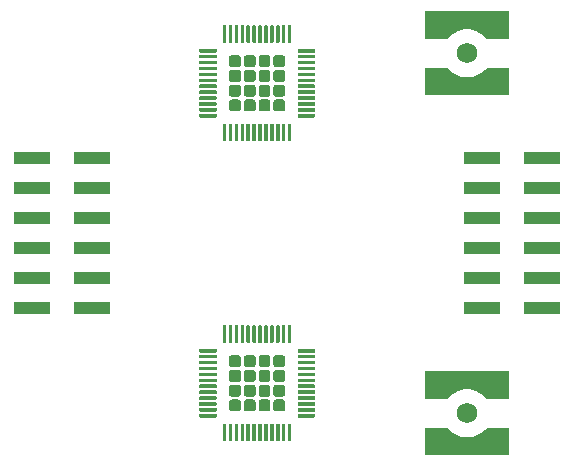
<source format=gbr>
G04 #@! TF.GenerationSoftware,KiCad,Pcbnew,(5.1.5)-3*
G04 #@! TF.CreationDate,2020-02-10T18:10:01+01:00*
G04 #@! TF.ProjectId,Mars-64,4d617273-2d36-4342-9e6b-696361645f70,A*
G04 #@! TF.SameCoordinates,Original*
G04 #@! TF.FileFunction,Paste,Bot*
G04 #@! TF.FilePolarity,Positive*
%FSLAX46Y46*%
G04 Gerber Fmt 4.6, Leading zero omitted, Abs format (unit mm)*
G04 Created by KiCad (PCBNEW (5.1.5)-3) date 2020-02-10 18:10:01*
%MOMM*%
%LPD*%
G04 APERTURE LIST*
%ADD10C,0.100000*%
%ADD11C,1.730000*%
%ADD12R,3.150000X1.000000*%
G04 APERTURE END LIST*
D10*
G36*
X63252351Y-40280361D02*
G01*
X63259632Y-40281441D01*
X63266771Y-40283229D01*
X63273701Y-40285709D01*
X63280355Y-40288856D01*
X63286668Y-40292640D01*
X63292579Y-40297024D01*
X63298033Y-40301967D01*
X63302976Y-40307421D01*
X63307360Y-40313332D01*
X63311144Y-40319645D01*
X63314291Y-40326299D01*
X63316771Y-40333229D01*
X63318559Y-40340368D01*
X63319639Y-40347649D01*
X63320000Y-40355000D01*
X63320000Y-40505000D01*
X63319639Y-40512351D01*
X63318559Y-40519632D01*
X63316771Y-40526771D01*
X63314291Y-40533701D01*
X63311144Y-40540355D01*
X63307360Y-40546668D01*
X63302976Y-40552579D01*
X63298033Y-40558033D01*
X63292579Y-40562976D01*
X63286668Y-40567360D01*
X63280355Y-40571144D01*
X63273701Y-40574291D01*
X63266771Y-40576771D01*
X63259632Y-40578559D01*
X63252351Y-40579639D01*
X63245000Y-40580000D01*
X61920000Y-40580000D01*
X61912649Y-40579639D01*
X61905368Y-40578559D01*
X61898229Y-40576771D01*
X61891299Y-40574291D01*
X61884645Y-40571144D01*
X61878332Y-40567360D01*
X61872421Y-40562976D01*
X61866967Y-40558033D01*
X61862024Y-40552579D01*
X61857640Y-40546668D01*
X61853856Y-40540355D01*
X61850709Y-40533701D01*
X61848229Y-40526771D01*
X61846441Y-40519632D01*
X61845361Y-40512351D01*
X61845000Y-40505000D01*
X61845000Y-40355000D01*
X61845361Y-40347649D01*
X61846441Y-40340368D01*
X61848229Y-40333229D01*
X61850709Y-40326299D01*
X61853856Y-40319645D01*
X61857640Y-40313332D01*
X61862024Y-40307421D01*
X61866967Y-40301967D01*
X61872421Y-40297024D01*
X61878332Y-40292640D01*
X61884645Y-40288856D01*
X61891299Y-40285709D01*
X61898229Y-40283229D01*
X61905368Y-40281441D01*
X61912649Y-40280361D01*
X61920000Y-40280000D01*
X63245000Y-40280000D01*
X63252351Y-40280361D01*
G37*
G36*
X63252351Y-40780361D02*
G01*
X63259632Y-40781441D01*
X63266771Y-40783229D01*
X63273701Y-40785709D01*
X63280355Y-40788856D01*
X63286668Y-40792640D01*
X63292579Y-40797024D01*
X63298033Y-40801967D01*
X63302976Y-40807421D01*
X63307360Y-40813332D01*
X63311144Y-40819645D01*
X63314291Y-40826299D01*
X63316771Y-40833229D01*
X63318559Y-40840368D01*
X63319639Y-40847649D01*
X63320000Y-40855000D01*
X63320000Y-41005000D01*
X63319639Y-41012351D01*
X63318559Y-41019632D01*
X63316771Y-41026771D01*
X63314291Y-41033701D01*
X63311144Y-41040355D01*
X63307360Y-41046668D01*
X63302976Y-41052579D01*
X63298033Y-41058033D01*
X63292579Y-41062976D01*
X63286668Y-41067360D01*
X63280355Y-41071144D01*
X63273701Y-41074291D01*
X63266771Y-41076771D01*
X63259632Y-41078559D01*
X63252351Y-41079639D01*
X63245000Y-41080000D01*
X61920000Y-41080000D01*
X61912649Y-41079639D01*
X61905368Y-41078559D01*
X61898229Y-41076771D01*
X61891299Y-41074291D01*
X61884645Y-41071144D01*
X61878332Y-41067360D01*
X61872421Y-41062976D01*
X61866967Y-41058033D01*
X61862024Y-41052579D01*
X61857640Y-41046668D01*
X61853856Y-41040355D01*
X61850709Y-41033701D01*
X61848229Y-41026771D01*
X61846441Y-41019632D01*
X61845361Y-41012351D01*
X61845000Y-41005000D01*
X61845000Y-40855000D01*
X61845361Y-40847649D01*
X61846441Y-40840368D01*
X61848229Y-40833229D01*
X61850709Y-40826299D01*
X61853856Y-40819645D01*
X61857640Y-40813332D01*
X61862024Y-40807421D01*
X61866967Y-40801967D01*
X61872421Y-40797024D01*
X61878332Y-40792640D01*
X61884645Y-40788856D01*
X61891299Y-40785709D01*
X61898229Y-40783229D01*
X61905368Y-40781441D01*
X61912649Y-40780361D01*
X61920000Y-40780000D01*
X63245000Y-40780000D01*
X63252351Y-40780361D01*
G37*
G36*
X63252351Y-41280361D02*
G01*
X63259632Y-41281441D01*
X63266771Y-41283229D01*
X63273701Y-41285709D01*
X63280355Y-41288856D01*
X63286668Y-41292640D01*
X63292579Y-41297024D01*
X63298033Y-41301967D01*
X63302976Y-41307421D01*
X63307360Y-41313332D01*
X63311144Y-41319645D01*
X63314291Y-41326299D01*
X63316771Y-41333229D01*
X63318559Y-41340368D01*
X63319639Y-41347649D01*
X63320000Y-41355000D01*
X63320000Y-41505000D01*
X63319639Y-41512351D01*
X63318559Y-41519632D01*
X63316771Y-41526771D01*
X63314291Y-41533701D01*
X63311144Y-41540355D01*
X63307360Y-41546668D01*
X63302976Y-41552579D01*
X63298033Y-41558033D01*
X63292579Y-41562976D01*
X63286668Y-41567360D01*
X63280355Y-41571144D01*
X63273701Y-41574291D01*
X63266771Y-41576771D01*
X63259632Y-41578559D01*
X63252351Y-41579639D01*
X63245000Y-41580000D01*
X61920000Y-41580000D01*
X61912649Y-41579639D01*
X61905368Y-41578559D01*
X61898229Y-41576771D01*
X61891299Y-41574291D01*
X61884645Y-41571144D01*
X61878332Y-41567360D01*
X61872421Y-41562976D01*
X61866967Y-41558033D01*
X61862024Y-41552579D01*
X61857640Y-41546668D01*
X61853856Y-41540355D01*
X61850709Y-41533701D01*
X61848229Y-41526771D01*
X61846441Y-41519632D01*
X61845361Y-41512351D01*
X61845000Y-41505000D01*
X61845000Y-41355000D01*
X61845361Y-41347649D01*
X61846441Y-41340368D01*
X61848229Y-41333229D01*
X61850709Y-41326299D01*
X61853856Y-41319645D01*
X61857640Y-41313332D01*
X61862024Y-41307421D01*
X61866967Y-41301967D01*
X61872421Y-41297024D01*
X61878332Y-41292640D01*
X61884645Y-41288856D01*
X61891299Y-41285709D01*
X61898229Y-41283229D01*
X61905368Y-41281441D01*
X61912649Y-41280361D01*
X61920000Y-41280000D01*
X63245000Y-41280000D01*
X63252351Y-41280361D01*
G37*
G36*
X63252351Y-41780361D02*
G01*
X63259632Y-41781441D01*
X63266771Y-41783229D01*
X63273701Y-41785709D01*
X63280355Y-41788856D01*
X63286668Y-41792640D01*
X63292579Y-41797024D01*
X63298033Y-41801967D01*
X63302976Y-41807421D01*
X63307360Y-41813332D01*
X63311144Y-41819645D01*
X63314291Y-41826299D01*
X63316771Y-41833229D01*
X63318559Y-41840368D01*
X63319639Y-41847649D01*
X63320000Y-41855000D01*
X63320000Y-42005000D01*
X63319639Y-42012351D01*
X63318559Y-42019632D01*
X63316771Y-42026771D01*
X63314291Y-42033701D01*
X63311144Y-42040355D01*
X63307360Y-42046668D01*
X63302976Y-42052579D01*
X63298033Y-42058033D01*
X63292579Y-42062976D01*
X63286668Y-42067360D01*
X63280355Y-42071144D01*
X63273701Y-42074291D01*
X63266771Y-42076771D01*
X63259632Y-42078559D01*
X63252351Y-42079639D01*
X63245000Y-42080000D01*
X61920000Y-42080000D01*
X61912649Y-42079639D01*
X61905368Y-42078559D01*
X61898229Y-42076771D01*
X61891299Y-42074291D01*
X61884645Y-42071144D01*
X61878332Y-42067360D01*
X61872421Y-42062976D01*
X61866967Y-42058033D01*
X61862024Y-42052579D01*
X61857640Y-42046668D01*
X61853856Y-42040355D01*
X61850709Y-42033701D01*
X61848229Y-42026771D01*
X61846441Y-42019632D01*
X61845361Y-42012351D01*
X61845000Y-42005000D01*
X61845000Y-41855000D01*
X61845361Y-41847649D01*
X61846441Y-41840368D01*
X61848229Y-41833229D01*
X61850709Y-41826299D01*
X61853856Y-41819645D01*
X61857640Y-41813332D01*
X61862024Y-41807421D01*
X61866967Y-41801967D01*
X61872421Y-41797024D01*
X61878332Y-41792640D01*
X61884645Y-41788856D01*
X61891299Y-41785709D01*
X61898229Y-41783229D01*
X61905368Y-41781441D01*
X61912649Y-41780361D01*
X61920000Y-41780000D01*
X63245000Y-41780000D01*
X63252351Y-41780361D01*
G37*
G36*
X63252351Y-42280361D02*
G01*
X63259632Y-42281441D01*
X63266771Y-42283229D01*
X63273701Y-42285709D01*
X63280355Y-42288856D01*
X63286668Y-42292640D01*
X63292579Y-42297024D01*
X63298033Y-42301967D01*
X63302976Y-42307421D01*
X63307360Y-42313332D01*
X63311144Y-42319645D01*
X63314291Y-42326299D01*
X63316771Y-42333229D01*
X63318559Y-42340368D01*
X63319639Y-42347649D01*
X63320000Y-42355000D01*
X63320000Y-42505000D01*
X63319639Y-42512351D01*
X63318559Y-42519632D01*
X63316771Y-42526771D01*
X63314291Y-42533701D01*
X63311144Y-42540355D01*
X63307360Y-42546668D01*
X63302976Y-42552579D01*
X63298033Y-42558033D01*
X63292579Y-42562976D01*
X63286668Y-42567360D01*
X63280355Y-42571144D01*
X63273701Y-42574291D01*
X63266771Y-42576771D01*
X63259632Y-42578559D01*
X63252351Y-42579639D01*
X63245000Y-42580000D01*
X61920000Y-42580000D01*
X61912649Y-42579639D01*
X61905368Y-42578559D01*
X61898229Y-42576771D01*
X61891299Y-42574291D01*
X61884645Y-42571144D01*
X61878332Y-42567360D01*
X61872421Y-42562976D01*
X61866967Y-42558033D01*
X61862024Y-42552579D01*
X61857640Y-42546668D01*
X61853856Y-42540355D01*
X61850709Y-42533701D01*
X61848229Y-42526771D01*
X61846441Y-42519632D01*
X61845361Y-42512351D01*
X61845000Y-42505000D01*
X61845000Y-42355000D01*
X61845361Y-42347649D01*
X61846441Y-42340368D01*
X61848229Y-42333229D01*
X61850709Y-42326299D01*
X61853856Y-42319645D01*
X61857640Y-42313332D01*
X61862024Y-42307421D01*
X61866967Y-42301967D01*
X61872421Y-42297024D01*
X61878332Y-42292640D01*
X61884645Y-42288856D01*
X61891299Y-42285709D01*
X61898229Y-42283229D01*
X61905368Y-42281441D01*
X61912649Y-42280361D01*
X61920000Y-42280000D01*
X63245000Y-42280000D01*
X63252351Y-42280361D01*
G37*
G36*
X63252351Y-42780361D02*
G01*
X63259632Y-42781441D01*
X63266771Y-42783229D01*
X63273701Y-42785709D01*
X63280355Y-42788856D01*
X63286668Y-42792640D01*
X63292579Y-42797024D01*
X63298033Y-42801967D01*
X63302976Y-42807421D01*
X63307360Y-42813332D01*
X63311144Y-42819645D01*
X63314291Y-42826299D01*
X63316771Y-42833229D01*
X63318559Y-42840368D01*
X63319639Y-42847649D01*
X63320000Y-42855000D01*
X63320000Y-43005000D01*
X63319639Y-43012351D01*
X63318559Y-43019632D01*
X63316771Y-43026771D01*
X63314291Y-43033701D01*
X63311144Y-43040355D01*
X63307360Y-43046668D01*
X63302976Y-43052579D01*
X63298033Y-43058033D01*
X63292579Y-43062976D01*
X63286668Y-43067360D01*
X63280355Y-43071144D01*
X63273701Y-43074291D01*
X63266771Y-43076771D01*
X63259632Y-43078559D01*
X63252351Y-43079639D01*
X63245000Y-43080000D01*
X61920000Y-43080000D01*
X61912649Y-43079639D01*
X61905368Y-43078559D01*
X61898229Y-43076771D01*
X61891299Y-43074291D01*
X61884645Y-43071144D01*
X61878332Y-43067360D01*
X61872421Y-43062976D01*
X61866967Y-43058033D01*
X61862024Y-43052579D01*
X61857640Y-43046668D01*
X61853856Y-43040355D01*
X61850709Y-43033701D01*
X61848229Y-43026771D01*
X61846441Y-43019632D01*
X61845361Y-43012351D01*
X61845000Y-43005000D01*
X61845000Y-42855000D01*
X61845361Y-42847649D01*
X61846441Y-42840368D01*
X61848229Y-42833229D01*
X61850709Y-42826299D01*
X61853856Y-42819645D01*
X61857640Y-42813332D01*
X61862024Y-42807421D01*
X61866967Y-42801967D01*
X61872421Y-42797024D01*
X61878332Y-42792640D01*
X61884645Y-42788856D01*
X61891299Y-42785709D01*
X61898229Y-42783229D01*
X61905368Y-42781441D01*
X61912649Y-42780361D01*
X61920000Y-42780000D01*
X63245000Y-42780000D01*
X63252351Y-42780361D01*
G37*
G36*
X63252351Y-43280361D02*
G01*
X63259632Y-43281441D01*
X63266771Y-43283229D01*
X63273701Y-43285709D01*
X63280355Y-43288856D01*
X63286668Y-43292640D01*
X63292579Y-43297024D01*
X63298033Y-43301967D01*
X63302976Y-43307421D01*
X63307360Y-43313332D01*
X63311144Y-43319645D01*
X63314291Y-43326299D01*
X63316771Y-43333229D01*
X63318559Y-43340368D01*
X63319639Y-43347649D01*
X63320000Y-43355000D01*
X63320000Y-43505000D01*
X63319639Y-43512351D01*
X63318559Y-43519632D01*
X63316771Y-43526771D01*
X63314291Y-43533701D01*
X63311144Y-43540355D01*
X63307360Y-43546668D01*
X63302976Y-43552579D01*
X63298033Y-43558033D01*
X63292579Y-43562976D01*
X63286668Y-43567360D01*
X63280355Y-43571144D01*
X63273701Y-43574291D01*
X63266771Y-43576771D01*
X63259632Y-43578559D01*
X63252351Y-43579639D01*
X63245000Y-43580000D01*
X61920000Y-43580000D01*
X61912649Y-43579639D01*
X61905368Y-43578559D01*
X61898229Y-43576771D01*
X61891299Y-43574291D01*
X61884645Y-43571144D01*
X61878332Y-43567360D01*
X61872421Y-43562976D01*
X61866967Y-43558033D01*
X61862024Y-43552579D01*
X61857640Y-43546668D01*
X61853856Y-43540355D01*
X61850709Y-43533701D01*
X61848229Y-43526771D01*
X61846441Y-43519632D01*
X61845361Y-43512351D01*
X61845000Y-43505000D01*
X61845000Y-43355000D01*
X61845361Y-43347649D01*
X61846441Y-43340368D01*
X61848229Y-43333229D01*
X61850709Y-43326299D01*
X61853856Y-43319645D01*
X61857640Y-43313332D01*
X61862024Y-43307421D01*
X61866967Y-43301967D01*
X61872421Y-43297024D01*
X61878332Y-43292640D01*
X61884645Y-43288856D01*
X61891299Y-43285709D01*
X61898229Y-43283229D01*
X61905368Y-43281441D01*
X61912649Y-43280361D01*
X61920000Y-43280000D01*
X63245000Y-43280000D01*
X63252351Y-43280361D01*
G37*
G36*
X63252351Y-43780361D02*
G01*
X63259632Y-43781441D01*
X63266771Y-43783229D01*
X63273701Y-43785709D01*
X63280355Y-43788856D01*
X63286668Y-43792640D01*
X63292579Y-43797024D01*
X63298033Y-43801967D01*
X63302976Y-43807421D01*
X63307360Y-43813332D01*
X63311144Y-43819645D01*
X63314291Y-43826299D01*
X63316771Y-43833229D01*
X63318559Y-43840368D01*
X63319639Y-43847649D01*
X63320000Y-43855000D01*
X63320000Y-44005000D01*
X63319639Y-44012351D01*
X63318559Y-44019632D01*
X63316771Y-44026771D01*
X63314291Y-44033701D01*
X63311144Y-44040355D01*
X63307360Y-44046668D01*
X63302976Y-44052579D01*
X63298033Y-44058033D01*
X63292579Y-44062976D01*
X63286668Y-44067360D01*
X63280355Y-44071144D01*
X63273701Y-44074291D01*
X63266771Y-44076771D01*
X63259632Y-44078559D01*
X63252351Y-44079639D01*
X63245000Y-44080000D01*
X61920000Y-44080000D01*
X61912649Y-44079639D01*
X61905368Y-44078559D01*
X61898229Y-44076771D01*
X61891299Y-44074291D01*
X61884645Y-44071144D01*
X61878332Y-44067360D01*
X61872421Y-44062976D01*
X61866967Y-44058033D01*
X61862024Y-44052579D01*
X61857640Y-44046668D01*
X61853856Y-44040355D01*
X61850709Y-44033701D01*
X61848229Y-44026771D01*
X61846441Y-44019632D01*
X61845361Y-44012351D01*
X61845000Y-44005000D01*
X61845000Y-43855000D01*
X61845361Y-43847649D01*
X61846441Y-43840368D01*
X61848229Y-43833229D01*
X61850709Y-43826299D01*
X61853856Y-43819645D01*
X61857640Y-43813332D01*
X61862024Y-43807421D01*
X61866967Y-43801967D01*
X61872421Y-43797024D01*
X61878332Y-43792640D01*
X61884645Y-43788856D01*
X61891299Y-43785709D01*
X61898229Y-43783229D01*
X61905368Y-43781441D01*
X61912649Y-43780361D01*
X61920000Y-43780000D01*
X63245000Y-43780000D01*
X63252351Y-43780361D01*
G37*
G36*
X63252351Y-44280361D02*
G01*
X63259632Y-44281441D01*
X63266771Y-44283229D01*
X63273701Y-44285709D01*
X63280355Y-44288856D01*
X63286668Y-44292640D01*
X63292579Y-44297024D01*
X63298033Y-44301967D01*
X63302976Y-44307421D01*
X63307360Y-44313332D01*
X63311144Y-44319645D01*
X63314291Y-44326299D01*
X63316771Y-44333229D01*
X63318559Y-44340368D01*
X63319639Y-44347649D01*
X63320000Y-44355000D01*
X63320000Y-44505000D01*
X63319639Y-44512351D01*
X63318559Y-44519632D01*
X63316771Y-44526771D01*
X63314291Y-44533701D01*
X63311144Y-44540355D01*
X63307360Y-44546668D01*
X63302976Y-44552579D01*
X63298033Y-44558033D01*
X63292579Y-44562976D01*
X63286668Y-44567360D01*
X63280355Y-44571144D01*
X63273701Y-44574291D01*
X63266771Y-44576771D01*
X63259632Y-44578559D01*
X63252351Y-44579639D01*
X63245000Y-44580000D01*
X61920000Y-44580000D01*
X61912649Y-44579639D01*
X61905368Y-44578559D01*
X61898229Y-44576771D01*
X61891299Y-44574291D01*
X61884645Y-44571144D01*
X61878332Y-44567360D01*
X61872421Y-44562976D01*
X61866967Y-44558033D01*
X61862024Y-44552579D01*
X61857640Y-44546668D01*
X61853856Y-44540355D01*
X61850709Y-44533701D01*
X61848229Y-44526771D01*
X61846441Y-44519632D01*
X61845361Y-44512351D01*
X61845000Y-44505000D01*
X61845000Y-44355000D01*
X61845361Y-44347649D01*
X61846441Y-44340368D01*
X61848229Y-44333229D01*
X61850709Y-44326299D01*
X61853856Y-44319645D01*
X61857640Y-44313332D01*
X61862024Y-44307421D01*
X61866967Y-44301967D01*
X61872421Y-44297024D01*
X61878332Y-44292640D01*
X61884645Y-44288856D01*
X61891299Y-44285709D01*
X61898229Y-44283229D01*
X61905368Y-44281441D01*
X61912649Y-44280361D01*
X61920000Y-44280000D01*
X63245000Y-44280000D01*
X63252351Y-44280361D01*
G37*
G36*
X63252351Y-44780361D02*
G01*
X63259632Y-44781441D01*
X63266771Y-44783229D01*
X63273701Y-44785709D01*
X63280355Y-44788856D01*
X63286668Y-44792640D01*
X63292579Y-44797024D01*
X63298033Y-44801967D01*
X63302976Y-44807421D01*
X63307360Y-44813332D01*
X63311144Y-44819645D01*
X63314291Y-44826299D01*
X63316771Y-44833229D01*
X63318559Y-44840368D01*
X63319639Y-44847649D01*
X63320000Y-44855000D01*
X63320000Y-45005000D01*
X63319639Y-45012351D01*
X63318559Y-45019632D01*
X63316771Y-45026771D01*
X63314291Y-45033701D01*
X63311144Y-45040355D01*
X63307360Y-45046668D01*
X63302976Y-45052579D01*
X63298033Y-45058033D01*
X63292579Y-45062976D01*
X63286668Y-45067360D01*
X63280355Y-45071144D01*
X63273701Y-45074291D01*
X63266771Y-45076771D01*
X63259632Y-45078559D01*
X63252351Y-45079639D01*
X63245000Y-45080000D01*
X61920000Y-45080000D01*
X61912649Y-45079639D01*
X61905368Y-45078559D01*
X61898229Y-45076771D01*
X61891299Y-45074291D01*
X61884645Y-45071144D01*
X61878332Y-45067360D01*
X61872421Y-45062976D01*
X61866967Y-45058033D01*
X61862024Y-45052579D01*
X61857640Y-45046668D01*
X61853856Y-45040355D01*
X61850709Y-45033701D01*
X61848229Y-45026771D01*
X61846441Y-45019632D01*
X61845361Y-45012351D01*
X61845000Y-45005000D01*
X61845000Y-44855000D01*
X61845361Y-44847649D01*
X61846441Y-44840368D01*
X61848229Y-44833229D01*
X61850709Y-44826299D01*
X61853856Y-44819645D01*
X61857640Y-44813332D01*
X61862024Y-44807421D01*
X61866967Y-44801967D01*
X61872421Y-44797024D01*
X61878332Y-44792640D01*
X61884645Y-44788856D01*
X61891299Y-44785709D01*
X61898229Y-44783229D01*
X61905368Y-44781441D01*
X61912649Y-44780361D01*
X61920000Y-44780000D01*
X63245000Y-44780000D01*
X63252351Y-44780361D01*
G37*
G36*
X63252351Y-45280361D02*
G01*
X63259632Y-45281441D01*
X63266771Y-45283229D01*
X63273701Y-45285709D01*
X63280355Y-45288856D01*
X63286668Y-45292640D01*
X63292579Y-45297024D01*
X63298033Y-45301967D01*
X63302976Y-45307421D01*
X63307360Y-45313332D01*
X63311144Y-45319645D01*
X63314291Y-45326299D01*
X63316771Y-45333229D01*
X63318559Y-45340368D01*
X63319639Y-45347649D01*
X63320000Y-45355000D01*
X63320000Y-45505000D01*
X63319639Y-45512351D01*
X63318559Y-45519632D01*
X63316771Y-45526771D01*
X63314291Y-45533701D01*
X63311144Y-45540355D01*
X63307360Y-45546668D01*
X63302976Y-45552579D01*
X63298033Y-45558033D01*
X63292579Y-45562976D01*
X63286668Y-45567360D01*
X63280355Y-45571144D01*
X63273701Y-45574291D01*
X63266771Y-45576771D01*
X63259632Y-45578559D01*
X63252351Y-45579639D01*
X63245000Y-45580000D01*
X61920000Y-45580000D01*
X61912649Y-45579639D01*
X61905368Y-45578559D01*
X61898229Y-45576771D01*
X61891299Y-45574291D01*
X61884645Y-45571144D01*
X61878332Y-45567360D01*
X61872421Y-45562976D01*
X61866967Y-45558033D01*
X61862024Y-45552579D01*
X61857640Y-45546668D01*
X61853856Y-45540355D01*
X61850709Y-45533701D01*
X61848229Y-45526771D01*
X61846441Y-45519632D01*
X61845361Y-45512351D01*
X61845000Y-45505000D01*
X61845000Y-45355000D01*
X61845361Y-45347649D01*
X61846441Y-45340368D01*
X61848229Y-45333229D01*
X61850709Y-45326299D01*
X61853856Y-45319645D01*
X61857640Y-45313332D01*
X61862024Y-45307421D01*
X61866967Y-45301967D01*
X61872421Y-45297024D01*
X61878332Y-45292640D01*
X61884645Y-45288856D01*
X61891299Y-45285709D01*
X61898229Y-45283229D01*
X61905368Y-45281441D01*
X61912649Y-45280361D01*
X61920000Y-45280000D01*
X63245000Y-45280000D01*
X63252351Y-45280361D01*
G37*
G36*
X63252351Y-45780361D02*
G01*
X63259632Y-45781441D01*
X63266771Y-45783229D01*
X63273701Y-45785709D01*
X63280355Y-45788856D01*
X63286668Y-45792640D01*
X63292579Y-45797024D01*
X63298033Y-45801967D01*
X63302976Y-45807421D01*
X63307360Y-45813332D01*
X63311144Y-45819645D01*
X63314291Y-45826299D01*
X63316771Y-45833229D01*
X63318559Y-45840368D01*
X63319639Y-45847649D01*
X63320000Y-45855000D01*
X63320000Y-46005000D01*
X63319639Y-46012351D01*
X63318559Y-46019632D01*
X63316771Y-46026771D01*
X63314291Y-46033701D01*
X63311144Y-46040355D01*
X63307360Y-46046668D01*
X63302976Y-46052579D01*
X63298033Y-46058033D01*
X63292579Y-46062976D01*
X63286668Y-46067360D01*
X63280355Y-46071144D01*
X63273701Y-46074291D01*
X63266771Y-46076771D01*
X63259632Y-46078559D01*
X63252351Y-46079639D01*
X63245000Y-46080000D01*
X61920000Y-46080000D01*
X61912649Y-46079639D01*
X61905368Y-46078559D01*
X61898229Y-46076771D01*
X61891299Y-46074291D01*
X61884645Y-46071144D01*
X61878332Y-46067360D01*
X61872421Y-46062976D01*
X61866967Y-46058033D01*
X61862024Y-46052579D01*
X61857640Y-46046668D01*
X61853856Y-46040355D01*
X61850709Y-46033701D01*
X61848229Y-46026771D01*
X61846441Y-46019632D01*
X61845361Y-46012351D01*
X61845000Y-46005000D01*
X61845000Y-45855000D01*
X61845361Y-45847649D01*
X61846441Y-45840368D01*
X61848229Y-45833229D01*
X61850709Y-45826299D01*
X61853856Y-45819645D01*
X61857640Y-45813332D01*
X61862024Y-45807421D01*
X61866967Y-45801967D01*
X61872421Y-45797024D01*
X61878332Y-45792640D01*
X61884645Y-45788856D01*
X61891299Y-45785709D01*
X61898229Y-45783229D01*
X61905368Y-45781441D01*
X61912649Y-45780361D01*
X61920000Y-45780000D01*
X63245000Y-45780000D01*
X63252351Y-45780361D01*
G37*
G36*
X61252351Y-46605361D02*
G01*
X61259632Y-46606441D01*
X61266771Y-46608229D01*
X61273701Y-46610709D01*
X61280355Y-46613856D01*
X61286668Y-46617640D01*
X61292579Y-46622024D01*
X61298033Y-46626967D01*
X61302976Y-46632421D01*
X61307360Y-46638332D01*
X61311144Y-46644645D01*
X61314291Y-46651299D01*
X61316771Y-46658229D01*
X61318559Y-46665368D01*
X61319639Y-46672649D01*
X61320000Y-46680000D01*
X61320000Y-48005000D01*
X61319639Y-48012351D01*
X61318559Y-48019632D01*
X61316771Y-48026771D01*
X61314291Y-48033701D01*
X61311144Y-48040355D01*
X61307360Y-48046668D01*
X61302976Y-48052579D01*
X61298033Y-48058033D01*
X61292579Y-48062976D01*
X61286668Y-48067360D01*
X61280355Y-48071144D01*
X61273701Y-48074291D01*
X61266771Y-48076771D01*
X61259632Y-48078559D01*
X61252351Y-48079639D01*
X61245000Y-48080000D01*
X61095000Y-48080000D01*
X61087649Y-48079639D01*
X61080368Y-48078559D01*
X61073229Y-48076771D01*
X61066299Y-48074291D01*
X61059645Y-48071144D01*
X61053332Y-48067360D01*
X61047421Y-48062976D01*
X61041967Y-48058033D01*
X61037024Y-48052579D01*
X61032640Y-48046668D01*
X61028856Y-48040355D01*
X61025709Y-48033701D01*
X61023229Y-48026771D01*
X61021441Y-48019632D01*
X61020361Y-48012351D01*
X61020000Y-48005000D01*
X61020000Y-46680000D01*
X61020361Y-46672649D01*
X61021441Y-46665368D01*
X61023229Y-46658229D01*
X61025709Y-46651299D01*
X61028856Y-46644645D01*
X61032640Y-46638332D01*
X61037024Y-46632421D01*
X61041967Y-46626967D01*
X61047421Y-46622024D01*
X61053332Y-46617640D01*
X61059645Y-46613856D01*
X61066299Y-46610709D01*
X61073229Y-46608229D01*
X61080368Y-46606441D01*
X61087649Y-46605361D01*
X61095000Y-46605000D01*
X61245000Y-46605000D01*
X61252351Y-46605361D01*
G37*
G36*
X60752351Y-46605361D02*
G01*
X60759632Y-46606441D01*
X60766771Y-46608229D01*
X60773701Y-46610709D01*
X60780355Y-46613856D01*
X60786668Y-46617640D01*
X60792579Y-46622024D01*
X60798033Y-46626967D01*
X60802976Y-46632421D01*
X60807360Y-46638332D01*
X60811144Y-46644645D01*
X60814291Y-46651299D01*
X60816771Y-46658229D01*
X60818559Y-46665368D01*
X60819639Y-46672649D01*
X60820000Y-46680000D01*
X60820000Y-48005000D01*
X60819639Y-48012351D01*
X60818559Y-48019632D01*
X60816771Y-48026771D01*
X60814291Y-48033701D01*
X60811144Y-48040355D01*
X60807360Y-48046668D01*
X60802976Y-48052579D01*
X60798033Y-48058033D01*
X60792579Y-48062976D01*
X60786668Y-48067360D01*
X60780355Y-48071144D01*
X60773701Y-48074291D01*
X60766771Y-48076771D01*
X60759632Y-48078559D01*
X60752351Y-48079639D01*
X60745000Y-48080000D01*
X60595000Y-48080000D01*
X60587649Y-48079639D01*
X60580368Y-48078559D01*
X60573229Y-48076771D01*
X60566299Y-48074291D01*
X60559645Y-48071144D01*
X60553332Y-48067360D01*
X60547421Y-48062976D01*
X60541967Y-48058033D01*
X60537024Y-48052579D01*
X60532640Y-48046668D01*
X60528856Y-48040355D01*
X60525709Y-48033701D01*
X60523229Y-48026771D01*
X60521441Y-48019632D01*
X60520361Y-48012351D01*
X60520000Y-48005000D01*
X60520000Y-46680000D01*
X60520361Y-46672649D01*
X60521441Y-46665368D01*
X60523229Y-46658229D01*
X60525709Y-46651299D01*
X60528856Y-46644645D01*
X60532640Y-46638332D01*
X60537024Y-46632421D01*
X60541967Y-46626967D01*
X60547421Y-46622024D01*
X60553332Y-46617640D01*
X60559645Y-46613856D01*
X60566299Y-46610709D01*
X60573229Y-46608229D01*
X60580368Y-46606441D01*
X60587649Y-46605361D01*
X60595000Y-46605000D01*
X60745000Y-46605000D01*
X60752351Y-46605361D01*
G37*
G36*
X60252351Y-46605361D02*
G01*
X60259632Y-46606441D01*
X60266771Y-46608229D01*
X60273701Y-46610709D01*
X60280355Y-46613856D01*
X60286668Y-46617640D01*
X60292579Y-46622024D01*
X60298033Y-46626967D01*
X60302976Y-46632421D01*
X60307360Y-46638332D01*
X60311144Y-46644645D01*
X60314291Y-46651299D01*
X60316771Y-46658229D01*
X60318559Y-46665368D01*
X60319639Y-46672649D01*
X60320000Y-46680000D01*
X60320000Y-48005000D01*
X60319639Y-48012351D01*
X60318559Y-48019632D01*
X60316771Y-48026771D01*
X60314291Y-48033701D01*
X60311144Y-48040355D01*
X60307360Y-48046668D01*
X60302976Y-48052579D01*
X60298033Y-48058033D01*
X60292579Y-48062976D01*
X60286668Y-48067360D01*
X60280355Y-48071144D01*
X60273701Y-48074291D01*
X60266771Y-48076771D01*
X60259632Y-48078559D01*
X60252351Y-48079639D01*
X60245000Y-48080000D01*
X60095000Y-48080000D01*
X60087649Y-48079639D01*
X60080368Y-48078559D01*
X60073229Y-48076771D01*
X60066299Y-48074291D01*
X60059645Y-48071144D01*
X60053332Y-48067360D01*
X60047421Y-48062976D01*
X60041967Y-48058033D01*
X60037024Y-48052579D01*
X60032640Y-48046668D01*
X60028856Y-48040355D01*
X60025709Y-48033701D01*
X60023229Y-48026771D01*
X60021441Y-48019632D01*
X60020361Y-48012351D01*
X60020000Y-48005000D01*
X60020000Y-46680000D01*
X60020361Y-46672649D01*
X60021441Y-46665368D01*
X60023229Y-46658229D01*
X60025709Y-46651299D01*
X60028856Y-46644645D01*
X60032640Y-46638332D01*
X60037024Y-46632421D01*
X60041967Y-46626967D01*
X60047421Y-46622024D01*
X60053332Y-46617640D01*
X60059645Y-46613856D01*
X60066299Y-46610709D01*
X60073229Y-46608229D01*
X60080368Y-46606441D01*
X60087649Y-46605361D01*
X60095000Y-46605000D01*
X60245000Y-46605000D01*
X60252351Y-46605361D01*
G37*
G36*
X59752351Y-46605361D02*
G01*
X59759632Y-46606441D01*
X59766771Y-46608229D01*
X59773701Y-46610709D01*
X59780355Y-46613856D01*
X59786668Y-46617640D01*
X59792579Y-46622024D01*
X59798033Y-46626967D01*
X59802976Y-46632421D01*
X59807360Y-46638332D01*
X59811144Y-46644645D01*
X59814291Y-46651299D01*
X59816771Y-46658229D01*
X59818559Y-46665368D01*
X59819639Y-46672649D01*
X59820000Y-46680000D01*
X59820000Y-48005000D01*
X59819639Y-48012351D01*
X59818559Y-48019632D01*
X59816771Y-48026771D01*
X59814291Y-48033701D01*
X59811144Y-48040355D01*
X59807360Y-48046668D01*
X59802976Y-48052579D01*
X59798033Y-48058033D01*
X59792579Y-48062976D01*
X59786668Y-48067360D01*
X59780355Y-48071144D01*
X59773701Y-48074291D01*
X59766771Y-48076771D01*
X59759632Y-48078559D01*
X59752351Y-48079639D01*
X59745000Y-48080000D01*
X59595000Y-48080000D01*
X59587649Y-48079639D01*
X59580368Y-48078559D01*
X59573229Y-48076771D01*
X59566299Y-48074291D01*
X59559645Y-48071144D01*
X59553332Y-48067360D01*
X59547421Y-48062976D01*
X59541967Y-48058033D01*
X59537024Y-48052579D01*
X59532640Y-48046668D01*
X59528856Y-48040355D01*
X59525709Y-48033701D01*
X59523229Y-48026771D01*
X59521441Y-48019632D01*
X59520361Y-48012351D01*
X59520000Y-48005000D01*
X59520000Y-46680000D01*
X59520361Y-46672649D01*
X59521441Y-46665368D01*
X59523229Y-46658229D01*
X59525709Y-46651299D01*
X59528856Y-46644645D01*
X59532640Y-46638332D01*
X59537024Y-46632421D01*
X59541967Y-46626967D01*
X59547421Y-46622024D01*
X59553332Y-46617640D01*
X59559645Y-46613856D01*
X59566299Y-46610709D01*
X59573229Y-46608229D01*
X59580368Y-46606441D01*
X59587649Y-46605361D01*
X59595000Y-46605000D01*
X59745000Y-46605000D01*
X59752351Y-46605361D01*
G37*
G36*
X59252351Y-46605361D02*
G01*
X59259632Y-46606441D01*
X59266771Y-46608229D01*
X59273701Y-46610709D01*
X59280355Y-46613856D01*
X59286668Y-46617640D01*
X59292579Y-46622024D01*
X59298033Y-46626967D01*
X59302976Y-46632421D01*
X59307360Y-46638332D01*
X59311144Y-46644645D01*
X59314291Y-46651299D01*
X59316771Y-46658229D01*
X59318559Y-46665368D01*
X59319639Y-46672649D01*
X59320000Y-46680000D01*
X59320000Y-48005000D01*
X59319639Y-48012351D01*
X59318559Y-48019632D01*
X59316771Y-48026771D01*
X59314291Y-48033701D01*
X59311144Y-48040355D01*
X59307360Y-48046668D01*
X59302976Y-48052579D01*
X59298033Y-48058033D01*
X59292579Y-48062976D01*
X59286668Y-48067360D01*
X59280355Y-48071144D01*
X59273701Y-48074291D01*
X59266771Y-48076771D01*
X59259632Y-48078559D01*
X59252351Y-48079639D01*
X59245000Y-48080000D01*
X59095000Y-48080000D01*
X59087649Y-48079639D01*
X59080368Y-48078559D01*
X59073229Y-48076771D01*
X59066299Y-48074291D01*
X59059645Y-48071144D01*
X59053332Y-48067360D01*
X59047421Y-48062976D01*
X59041967Y-48058033D01*
X59037024Y-48052579D01*
X59032640Y-48046668D01*
X59028856Y-48040355D01*
X59025709Y-48033701D01*
X59023229Y-48026771D01*
X59021441Y-48019632D01*
X59020361Y-48012351D01*
X59020000Y-48005000D01*
X59020000Y-46680000D01*
X59020361Y-46672649D01*
X59021441Y-46665368D01*
X59023229Y-46658229D01*
X59025709Y-46651299D01*
X59028856Y-46644645D01*
X59032640Y-46638332D01*
X59037024Y-46632421D01*
X59041967Y-46626967D01*
X59047421Y-46622024D01*
X59053332Y-46617640D01*
X59059645Y-46613856D01*
X59066299Y-46610709D01*
X59073229Y-46608229D01*
X59080368Y-46606441D01*
X59087649Y-46605361D01*
X59095000Y-46605000D01*
X59245000Y-46605000D01*
X59252351Y-46605361D01*
G37*
G36*
X58752351Y-46605361D02*
G01*
X58759632Y-46606441D01*
X58766771Y-46608229D01*
X58773701Y-46610709D01*
X58780355Y-46613856D01*
X58786668Y-46617640D01*
X58792579Y-46622024D01*
X58798033Y-46626967D01*
X58802976Y-46632421D01*
X58807360Y-46638332D01*
X58811144Y-46644645D01*
X58814291Y-46651299D01*
X58816771Y-46658229D01*
X58818559Y-46665368D01*
X58819639Y-46672649D01*
X58820000Y-46680000D01*
X58820000Y-48005000D01*
X58819639Y-48012351D01*
X58818559Y-48019632D01*
X58816771Y-48026771D01*
X58814291Y-48033701D01*
X58811144Y-48040355D01*
X58807360Y-48046668D01*
X58802976Y-48052579D01*
X58798033Y-48058033D01*
X58792579Y-48062976D01*
X58786668Y-48067360D01*
X58780355Y-48071144D01*
X58773701Y-48074291D01*
X58766771Y-48076771D01*
X58759632Y-48078559D01*
X58752351Y-48079639D01*
X58745000Y-48080000D01*
X58595000Y-48080000D01*
X58587649Y-48079639D01*
X58580368Y-48078559D01*
X58573229Y-48076771D01*
X58566299Y-48074291D01*
X58559645Y-48071144D01*
X58553332Y-48067360D01*
X58547421Y-48062976D01*
X58541967Y-48058033D01*
X58537024Y-48052579D01*
X58532640Y-48046668D01*
X58528856Y-48040355D01*
X58525709Y-48033701D01*
X58523229Y-48026771D01*
X58521441Y-48019632D01*
X58520361Y-48012351D01*
X58520000Y-48005000D01*
X58520000Y-46680000D01*
X58520361Y-46672649D01*
X58521441Y-46665368D01*
X58523229Y-46658229D01*
X58525709Y-46651299D01*
X58528856Y-46644645D01*
X58532640Y-46638332D01*
X58537024Y-46632421D01*
X58541967Y-46626967D01*
X58547421Y-46622024D01*
X58553332Y-46617640D01*
X58559645Y-46613856D01*
X58566299Y-46610709D01*
X58573229Y-46608229D01*
X58580368Y-46606441D01*
X58587649Y-46605361D01*
X58595000Y-46605000D01*
X58745000Y-46605000D01*
X58752351Y-46605361D01*
G37*
G36*
X58252351Y-46605361D02*
G01*
X58259632Y-46606441D01*
X58266771Y-46608229D01*
X58273701Y-46610709D01*
X58280355Y-46613856D01*
X58286668Y-46617640D01*
X58292579Y-46622024D01*
X58298033Y-46626967D01*
X58302976Y-46632421D01*
X58307360Y-46638332D01*
X58311144Y-46644645D01*
X58314291Y-46651299D01*
X58316771Y-46658229D01*
X58318559Y-46665368D01*
X58319639Y-46672649D01*
X58320000Y-46680000D01*
X58320000Y-48005000D01*
X58319639Y-48012351D01*
X58318559Y-48019632D01*
X58316771Y-48026771D01*
X58314291Y-48033701D01*
X58311144Y-48040355D01*
X58307360Y-48046668D01*
X58302976Y-48052579D01*
X58298033Y-48058033D01*
X58292579Y-48062976D01*
X58286668Y-48067360D01*
X58280355Y-48071144D01*
X58273701Y-48074291D01*
X58266771Y-48076771D01*
X58259632Y-48078559D01*
X58252351Y-48079639D01*
X58245000Y-48080000D01*
X58095000Y-48080000D01*
X58087649Y-48079639D01*
X58080368Y-48078559D01*
X58073229Y-48076771D01*
X58066299Y-48074291D01*
X58059645Y-48071144D01*
X58053332Y-48067360D01*
X58047421Y-48062976D01*
X58041967Y-48058033D01*
X58037024Y-48052579D01*
X58032640Y-48046668D01*
X58028856Y-48040355D01*
X58025709Y-48033701D01*
X58023229Y-48026771D01*
X58021441Y-48019632D01*
X58020361Y-48012351D01*
X58020000Y-48005000D01*
X58020000Y-46680000D01*
X58020361Y-46672649D01*
X58021441Y-46665368D01*
X58023229Y-46658229D01*
X58025709Y-46651299D01*
X58028856Y-46644645D01*
X58032640Y-46638332D01*
X58037024Y-46632421D01*
X58041967Y-46626967D01*
X58047421Y-46622024D01*
X58053332Y-46617640D01*
X58059645Y-46613856D01*
X58066299Y-46610709D01*
X58073229Y-46608229D01*
X58080368Y-46606441D01*
X58087649Y-46605361D01*
X58095000Y-46605000D01*
X58245000Y-46605000D01*
X58252351Y-46605361D01*
G37*
G36*
X57752351Y-46605361D02*
G01*
X57759632Y-46606441D01*
X57766771Y-46608229D01*
X57773701Y-46610709D01*
X57780355Y-46613856D01*
X57786668Y-46617640D01*
X57792579Y-46622024D01*
X57798033Y-46626967D01*
X57802976Y-46632421D01*
X57807360Y-46638332D01*
X57811144Y-46644645D01*
X57814291Y-46651299D01*
X57816771Y-46658229D01*
X57818559Y-46665368D01*
X57819639Y-46672649D01*
X57820000Y-46680000D01*
X57820000Y-48005000D01*
X57819639Y-48012351D01*
X57818559Y-48019632D01*
X57816771Y-48026771D01*
X57814291Y-48033701D01*
X57811144Y-48040355D01*
X57807360Y-48046668D01*
X57802976Y-48052579D01*
X57798033Y-48058033D01*
X57792579Y-48062976D01*
X57786668Y-48067360D01*
X57780355Y-48071144D01*
X57773701Y-48074291D01*
X57766771Y-48076771D01*
X57759632Y-48078559D01*
X57752351Y-48079639D01*
X57745000Y-48080000D01*
X57595000Y-48080000D01*
X57587649Y-48079639D01*
X57580368Y-48078559D01*
X57573229Y-48076771D01*
X57566299Y-48074291D01*
X57559645Y-48071144D01*
X57553332Y-48067360D01*
X57547421Y-48062976D01*
X57541967Y-48058033D01*
X57537024Y-48052579D01*
X57532640Y-48046668D01*
X57528856Y-48040355D01*
X57525709Y-48033701D01*
X57523229Y-48026771D01*
X57521441Y-48019632D01*
X57520361Y-48012351D01*
X57520000Y-48005000D01*
X57520000Y-46680000D01*
X57520361Y-46672649D01*
X57521441Y-46665368D01*
X57523229Y-46658229D01*
X57525709Y-46651299D01*
X57528856Y-46644645D01*
X57532640Y-46638332D01*
X57537024Y-46632421D01*
X57541967Y-46626967D01*
X57547421Y-46622024D01*
X57553332Y-46617640D01*
X57559645Y-46613856D01*
X57566299Y-46610709D01*
X57573229Y-46608229D01*
X57580368Y-46606441D01*
X57587649Y-46605361D01*
X57595000Y-46605000D01*
X57745000Y-46605000D01*
X57752351Y-46605361D01*
G37*
G36*
X57252351Y-46605361D02*
G01*
X57259632Y-46606441D01*
X57266771Y-46608229D01*
X57273701Y-46610709D01*
X57280355Y-46613856D01*
X57286668Y-46617640D01*
X57292579Y-46622024D01*
X57298033Y-46626967D01*
X57302976Y-46632421D01*
X57307360Y-46638332D01*
X57311144Y-46644645D01*
X57314291Y-46651299D01*
X57316771Y-46658229D01*
X57318559Y-46665368D01*
X57319639Y-46672649D01*
X57320000Y-46680000D01*
X57320000Y-48005000D01*
X57319639Y-48012351D01*
X57318559Y-48019632D01*
X57316771Y-48026771D01*
X57314291Y-48033701D01*
X57311144Y-48040355D01*
X57307360Y-48046668D01*
X57302976Y-48052579D01*
X57298033Y-48058033D01*
X57292579Y-48062976D01*
X57286668Y-48067360D01*
X57280355Y-48071144D01*
X57273701Y-48074291D01*
X57266771Y-48076771D01*
X57259632Y-48078559D01*
X57252351Y-48079639D01*
X57245000Y-48080000D01*
X57095000Y-48080000D01*
X57087649Y-48079639D01*
X57080368Y-48078559D01*
X57073229Y-48076771D01*
X57066299Y-48074291D01*
X57059645Y-48071144D01*
X57053332Y-48067360D01*
X57047421Y-48062976D01*
X57041967Y-48058033D01*
X57037024Y-48052579D01*
X57032640Y-48046668D01*
X57028856Y-48040355D01*
X57025709Y-48033701D01*
X57023229Y-48026771D01*
X57021441Y-48019632D01*
X57020361Y-48012351D01*
X57020000Y-48005000D01*
X57020000Y-46680000D01*
X57020361Y-46672649D01*
X57021441Y-46665368D01*
X57023229Y-46658229D01*
X57025709Y-46651299D01*
X57028856Y-46644645D01*
X57032640Y-46638332D01*
X57037024Y-46632421D01*
X57041967Y-46626967D01*
X57047421Y-46622024D01*
X57053332Y-46617640D01*
X57059645Y-46613856D01*
X57066299Y-46610709D01*
X57073229Y-46608229D01*
X57080368Y-46606441D01*
X57087649Y-46605361D01*
X57095000Y-46605000D01*
X57245000Y-46605000D01*
X57252351Y-46605361D01*
G37*
G36*
X56752351Y-46605361D02*
G01*
X56759632Y-46606441D01*
X56766771Y-46608229D01*
X56773701Y-46610709D01*
X56780355Y-46613856D01*
X56786668Y-46617640D01*
X56792579Y-46622024D01*
X56798033Y-46626967D01*
X56802976Y-46632421D01*
X56807360Y-46638332D01*
X56811144Y-46644645D01*
X56814291Y-46651299D01*
X56816771Y-46658229D01*
X56818559Y-46665368D01*
X56819639Y-46672649D01*
X56820000Y-46680000D01*
X56820000Y-48005000D01*
X56819639Y-48012351D01*
X56818559Y-48019632D01*
X56816771Y-48026771D01*
X56814291Y-48033701D01*
X56811144Y-48040355D01*
X56807360Y-48046668D01*
X56802976Y-48052579D01*
X56798033Y-48058033D01*
X56792579Y-48062976D01*
X56786668Y-48067360D01*
X56780355Y-48071144D01*
X56773701Y-48074291D01*
X56766771Y-48076771D01*
X56759632Y-48078559D01*
X56752351Y-48079639D01*
X56745000Y-48080000D01*
X56595000Y-48080000D01*
X56587649Y-48079639D01*
X56580368Y-48078559D01*
X56573229Y-48076771D01*
X56566299Y-48074291D01*
X56559645Y-48071144D01*
X56553332Y-48067360D01*
X56547421Y-48062976D01*
X56541967Y-48058033D01*
X56537024Y-48052579D01*
X56532640Y-48046668D01*
X56528856Y-48040355D01*
X56525709Y-48033701D01*
X56523229Y-48026771D01*
X56521441Y-48019632D01*
X56520361Y-48012351D01*
X56520000Y-48005000D01*
X56520000Y-46680000D01*
X56520361Y-46672649D01*
X56521441Y-46665368D01*
X56523229Y-46658229D01*
X56525709Y-46651299D01*
X56528856Y-46644645D01*
X56532640Y-46638332D01*
X56537024Y-46632421D01*
X56541967Y-46626967D01*
X56547421Y-46622024D01*
X56553332Y-46617640D01*
X56559645Y-46613856D01*
X56566299Y-46610709D01*
X56573229Y-46608229D01*
X56580368Y-46606441D01*
X56587649Y-46605361D01*
X56595000Y-46605000D01*
X56745000Y-46605000D01*
X56752351Y-46605361D01*
G37*
G36*
X56252351Y-46605361D02*
G01*
X56259632Y-46606441D01*
X56266771Y-46608229D01*
X56273701Y-46610709D01*
X56280355Y-46613856D01*
X56286668Y-46617640D01*
X56292579Y-46622024D01*
X56298033Y-46626967D01*
X56302976Y-46632421D01*
X56307360Y-46638332D01*
X56311144Y-46644645D01*
X56314291Y-46651299D01*
X56316771Y-46658229D01*
X56318559Y-46665368D01*
X56319639Y-46672649D01*
X56320000Y-46680000D01*
X56320000Y-48005000D01*
X56319639Y-48012351D01*
X56318559Y-48019632D01*
X56316771Y-48026771D01*
X56314291Y-48033701D01*
X56311144Y-48040355D01*
X56307360Y-48046668D01*
X56302976Y-48052579D01*
X56298033Y-48058033D01*
X56292579Y-48062976D01*
X56286668Y-48067360D01*
X56280355Y-48071144D01*
X56273701Y-48074291D01*
X56266771Y-48076771D01*
X56259632Y-48078559D01*
X56252351Y-48079639D01*
X56245000Y-48080000D01*
X56095000Y-48080000D01*
X56087649Y-48079639D01*
X56080368Y-48078559D01*
X56073229Y-48076771D01*
X56066299Y-48074291D01*
X56059645Y-48071144D01*
X56053332Y-48067360D01*
X56047421Y-48062976D01*
X56041967Y-48058033D01*
X56037024Y-48052579D01*
X56032640Y-48046668D01*
X56028856Y-48040355D01*
X56025709Y-48033701D01*
X56023229Y-48026771D01*
X56021441Y-48019632D01*
X56020361Y-48012351D01*
X56020000Y-48005000D01*
X56020000Y-46680000D01*
X56020361Y-46672649D01*
X56021441Y-46665368D01*
X56023229Y-46658229D01*
X56025709Y-46651299D01*
X56028856Y-46644645D01*
X56032640Y-46638332D01*
X56037024Y-46632421D01*
X56041967Y-46626967D01*
X56047421Y-46622024D01*
X56053332Y-46617640D01*
X56059645Y-46613856D01*
X56066299Y-46610709D01*
X56073229Y-46608229D01*
X56080368Y-46606441D01*
X56087649Y-46605361D01*
X56095000Y-46605000D01*
X56245000Y-46605000D01*
X56252351Y-46605361D01*
G37*
G36*
X55752351Y-46605361D02*
G01*
X55759632Y-46606441D01*
X55766771Y-46608229D01*
X55773701Y-46610709D01*
X55780355Y-46613856D01*
X55786668Y-46617640D01*
X55792579Y-46622024D01*
X55798033Y-46626967D01*
X55802976Y-46632421D01*
X55807360Y-46638332D01*
X55811144Y-46644645D01*
X55814291Y-46651299D01*
X55816771Y-46658229D01*
X55818559Y-46665368D01*
X55819639Y-46672649D01*
X55820000Y-46680000D01*
X55820000Y-48005000D01*
X55819639Y-48012351D01*
X55818559Y-48019632D01*
X55816771Y-48026771D01*
X55814291Y-48033701D01*
X55811144Y-48040355D01*
X55807360Y-48046668D01*
X55802976Y-48052579D01*
X55798033Y-48058033D01*
X55792579Y-48062976D01*
X55786668Y-48067360D01*
X55780355Y-48071144D01*
X55773701Y-48074291D01*
X55766771Y-48076771D01*
X55759632Y-48078559D01*
X55752351Y-48079639D01*
X55745000Y-48080000D01*
X55595000Y-48080000D01*
X55587649Y-48079639D01*
X55580368Y-48078559D01*
X55573229Y-48076771D01*
X55566299Y-48074291D01*
X55559645Y-48071144D01*
X55553332Y-48067360D01*
X55547421Y-48062976D01*
X55541967Y-48058033D01*
X55537024Y-48052579D01*
X55532640Y-48046668D01*
X55528856Y-48040355D01*
X55525709Y-48033701D01*
X55523229Y-48026771D01*
X55521441Y-48019632D01*
X55520361Y-48012351D01*
X55520000Y-48005000D01*
X55520000Y-46680000D01*
X55520361Y-46672649D01*
X55521441Y-46665368D01*
X55523229Y-46658229D01*
X55525709Y-46651299D01*
X55528856Y-46644645D01*
X55532640Y-46638332D01*
X55537024Y-46632421D01*
X55541967Y-46626967D01*
X55547421Y-46622024D01*
X55553332Y-46617640D01*
X55559645Y-46613856D01*
X55566299Y-46610709D01*
X55573229Y-46608229D01*
X55580368Y-46606441D01*
X55587649Y-46605361D01*
X55595000Y-46605000D01*
X55745000Y-46605000D01*
X55752351Y-46605361D01*
G37*
G36*
X54927351Y-45780361D02*
G01*
X54934632Y-45781441D01*
X54941771Y-45783229D01*
X54948701Y-45785709D01*
X54955355Y-45788856D01*
X54961668Y-45792640D01*
X54967579Y-45797024D01*
X54973033Y-45801967D01*
X54977976Y-45807421D01*
X54982360Y-45813332D01*
X54986144Y-45819645D01*
X54989291Y-45826299D01*
X54991771Y-45833229D01*
X54993559Y-45840368D01*
X54994639Y-45847649D01*
X54995000Y-45855000D01*
X54995000Y-46005000D01*
X54994639Y-46012351D01*
X54993559Y-46019632D01*
X54991771Y-46026771D01*
X54989291Y-46033701D01*
X54986144Y-46040355D01*
X54982360Y-46046668D01*
X54977976Y-46052579D01*
X54973033Y-46058033D01*
X54967579Y-46062976D01*
X54961668Y-46067360D01*
X54955355Y-46071144D01*
X54948701Y-46074291D01*
X54941771Y-46076771D01*
X54934632Y-46078559D01*
X54927351Y-46079639D01*
X54920000Y-46080000D01*
X53595000Y-46080000D01*
X53587649Y-46079639D01*
X53580368Y-46078559D01*
X53573229Y-46076771D01*
X53566299Y-46074291D01*
X53559645Y-46071144D01*
X53553332Y-46067360D01*
X53547421Y-46062976D01*
X53541967Y-46058033D01*
X53537024Y-46052579D01*
X53532640Y-46046668D01*
X53528856Y-46040355D01*
X53525709Y-46033701D01*
X53523229Y-46026771D01*
X53521441Y-46019632D01*
X53520361Y-46012351D01*
X53520000Y-46005000D01*
X53520000Y-45855000D01*
X53520361Y-45847649D01*
X53521441Y-45840368D01*
X53523229Y-45833229D01*
X53525709Y-45826299D01*
X53528856Y-45819645D01*
X53532640Y-45813332D01*
X53537024Y-45807421D01*
X53541967Y-45801967D01*
X53547421Y-45797024D01*
X53553332Y-45792640D01*
X53559645Y-45788856D01*
X53566299Y-45785709D01*
X53573229Y-45783229D01*
X53580368Y-45781441D01*
X53587649Y-45780361D01*
X53595000Y-45780000D01*
X54920000Y-45780000D01*
X54927351Y-45780361D01*
G37*
G36*
X54927351Y-45280361D02*
G01*
X54934632Y-45281441D01*
X54941771Y-45283229D01*
X54948701Y-45285709D01*
X54955355Y-45288856D01*
X54961668Y-45292640D01*
X54967579Y-45297024D01*
X54973033Y-45301967D01*
X54977976Y-45307421D01*
X54982360Y-45313332D01*
X54986144Y-45319645D01*
X54989291Y-45326299D01*
X54991771Y-45333229D01*
X54993559Y-45340368D01*
X54994639Y-45347649D01*
X54995000Y-45355000D01*
X54995000Y-45505000D01*
X54994639Y-45512351D01*
X54993559Y-45519632D01*
X54991771Y-45526771D01*
X54989291Y-45533701D01*
X54986144Y-45540355D01*
X54982360Y-45546668D01*
X54977976Y-45552579D01*
X54973033Y-45558033D01*
X54967579Y-45562976D01*
X54961668Y-45567360D01*
X54955355Y-45571144D01*
X54948701Y-45574291D01*
X54941771Y-45576771D01*
X54934632Y-45578559D01*
X54927351Y-45579639D01*
X54920000Y-45580000D01*
X53595000Y-45580000D01*
X53587649Y-45579639D01*
X53580368Y-45578559D01*
X53573229Y-45576771D01*
X53566299Y-45574291D01*
X53559645Y-45571144D01*
X53553332Y-45567360D01*
X53547421Y-45562976D01*
X53541967Y-45558033D01*
X53537024Y-45552579D01*
X53532640Y-45546668D01*
X53528856Y-45540355D01*
X53525709Y-45533701D01*
X53523229Y-45526771D01*
X53521441Y-45519632D01*
X53520361Y-45512351D01*
X53520000Y-45505000D01*
X53520000Y-45355000D01*
X53520361Y-45347649D01*
X53521441Y-45340368D01*
X53523229Y-45333229D01*
X53525709Y-45326299D01*
X53528856Y-45319645D01*
X53532640Y-45313332D01*
X53537024Y-45307421D01*
X53541967Y-45301967D01*
X53547421Y-45297024D01*
X53553332Y-45292640D01*
X53559645Y-45288856D01*
X53566299Y-45285709D01*
X53573229Y-45283229D01*
X53580368Y-45281441D01*
X53587649Y-45280361D01*
X53595000Y-45280000D01*
X54920000Y-45280000D01*
X54927351Y-45280361D01*
G37*
G36*
X54927351Y-44780361D02*
G01*
X54934632Y-44781441D01*
X54941771Y-44783229D01*
X54948701Y-44785709D01*
X54955355Y-44788856D01*
X54961668Y-44792640D01*
X54967579Y-44797024D01*
X54973033Y-44801967D01*
X54977976Y-44807421D01*
X54982360Y-44813332D01*
X54986144Y-44819645D01*
X54989291Y-44826299D01*
X54991771Y-44833229D01*
X54993559Y-44840368D01*
X54994639Y-44847649D01*
X54995000Y-44855000D01*
X54995000Y-45005000D01*
X54994639Y-45012351D01*
X54993559Y-45019632D01*
X54991771Y-45026771D01*
X54989291Y-45033701D01*
X54986144Y-45040355D01*
X54982360Y-45046668D01*
X54977976Y-45052579D01*
X54973033Y-45058033D01*
X54967579Y-45062976D01*
X54961668Y-45067360D01*
X54955355Y-45071144D01*
X54948701Y-45074291D01*
X54941771Y-45076771D01*
X54934632Y-45078559D01*
X54927351Y-45079639D01*
X54920000Y-45080000D01*
X53595000Y-45080000D01*
X53587649Y-45079639D01*
X53580368Y-45078559D01*
X53573229Y-45076771D01*
X53566299Y-45074291D01*
X53559645Y-45071144D01*
X53553332Y-45067360D01*
X53547421Y-45062976D01*
X53541967Y-45058033D01*
X53537024Y-45052579D01*
X53532640Y-45046668D01*
X53528856Y-45040355D01*
X53525709Y-45033701D01*
X53523229Y-45026771D01*
X53521441Y-45019632D01*
X53520361Y-45012351D01*
X53520000Y-45005000D01*
X53520000Y-44855000D01*
X53520361Y-44847649D01*
X53521441Y-44840368D01*
X53523229Y-44833229D01*
X53525709Y-44826299D01*
X53528856Y-44819645D01*
X53532640Y-44813332D01*
X53537024Y-44807421D01*
X53541967Y-44801967D01*
X53547421Y-44797024D01*
X53553332Y-44792640D01*
X53559645Y-44788856D01*
X53566299Y-44785709D01*
X53573229Y-44783229D01*
X53580368Y-44781441D01*
X53587649Y-44780361D01*
X53595000Y-44780000D01*
X54920000Y-44780000D01*
X54927351Y-44780361D01*
G37*
G36*
X54927351Y-44280361D02*
G01*
X54934632Y-44281441D01*
X54941771Y-44283229D01*
X54948701Y-44285709D01*
X54955355Y-44288856D01*
X54961668Y-44292640D01*
X54967579Y-44297024D01*
X54973033Y-44301967D01*
X54977976Y-44307421D01*
X54982360Y-44313332D01*
X54986144Y-44319645D01*
X54989291Y-44326299D01*
X54991771Y-44333229D01*
X54993559Y-44340368D01*
X54994639Y-44347649D01*
X54995000Y-44355000D01*
X54995000Y-44505000D01*
X54994639Y-44512351D01*
X54993559Y-44519632D01*
X54991771Y-44526771D01*
X54989291Y-44533701D01*
X54986144Y-44540355D01*
X54982360Y-44546668D01*
X54977976Y-44552579D01*
X54973033Y-44558033D01*
X54967579Y-44562976D01*
X54961668Y-44567360D01*
X54955355Y-44571144D01*
X54948701Y-44574291D01*
X54941771Y-44576771D01*
X54934632Y-44578559D01*
X54927351Y-44579639D01*
X54920000Y-44580000D01*
X53595000Y-44580000D01*
X53587649Y-44579639D01*
X53580368Y-44578559D01*
X53573229Y-44576771D01*
X53566299Y-44574291D01*
X53559645Y-44571144D01*
X53553332Y-44567360D01*
X53547421Y-44562976D01*
X53541967Y-44558033D01*
X53537024Y-44552579D01*
X53532640Y-44546668D01*
X53528856Y-44540355D01*
X53525709Y-44533701D01*
X53523229Y-44526771D01*
X53521441Y-44519632D01*
X53520361Y-44512351D01*
X53520000Y-44505000D01*
X53520000Y-44355000D01*
X53520361Y-44347649D01*
X53521441Y-44340368D01*
X53523229Y-44333229D01*
X53525709Y-44326299D01*
X53528856Y-44319645D01*
X53532640Y-44313332D01*
X53537024Y-44307421D01*
X53541967Y-44301967D01*
X53547421Y-44297024D01*
X53553332Y-44292640D01*
X53559645Y-44288856D01*
X53566299Y-44285709D01*
X53573229Y-44283229D01*
X53580368Y-44281441D01*
X53587649Y-44280361D01*
X53595000Y-44280000D01*
X54920000Y-44280000D01*
X54927351Y-44280361D01*
G37*
G36*
X54927351Y-43780361D02*
G01*
X54934632Y-43781441D01*
X54941771Y-43783229D01*
X54948701Y-43785709D01*
X54955355Y-43788856D01*
X54961668Y-43792640D01*
X54967579Y-43797024D01*
X54973033Y-43801967D01*
X54977976Y-43807421D01*
X54982360Y-43813332D01*
X54986144Y-43819645D01*
X54989291Y-43826299D01*
X54991771Y-43833229D01*
X54993559Y-43840368D01*
X54994639Y-43847649D01*
X54995000Y-43855000D01*
X54995000Y-44005000D01*
X54994639Y-44012351D01*
X54993559Y-44019632D01*
X54991771Y-44026771D01*
X54989291Y-44033701D01*
X54986144Y-44040355D01*
X54982360Y-44046668D01*
X54977976Y-44052579D01*
X54973033Y-44058033D01*
X54967579Y-44062976D01*
X54961668Y-44067360D01*
X54955355Y-44071144D01*
X54948701Y-44074291D01*
X54941771Y-44076771D01*
X54934632Y-44078559D01*
X54927351Y-44079639D01*
X54920000Y-44080000D01*
X53595000Y-44080000D01*
X53587649Y-44079639D01*
X53580368Y-44078559D01*
X53573229Y-44076771D01*
X53566299Y-44074291D01*
X53559645Y-44071144D01*
X53553332Y-44067360D01*
X53547421Y-44062976D01*
X53541967Y-44058033D01*
X53537024Y-44052579D01*
X53532640Y-44046668D01*
X53528856Y-44040355D01*
X53525709Y-44033701D01*
X53523229Y-44026771D01*
X53521441Y-44019632D01*
X53520361Y-44012351D01*
X53520000Y-44005000D01*
X53520000Y-43855000D01*
X53520361Y-43847649D01*
X53521441Y-43840368D01*
X53523229Y-43833229D01*
X53525709Y-43826299D01*
X53528856Y-43819645D01*
X53532640Y-43813332D01*
X53537024Y-43807421D01*
X53541967Y-43801967D01*
X53547421Y-43797024D01*
X53553332Y-43792640D01*
X53559645Y-43788856D01*
X53566299Y-43785709D01*
X53573229Y-43783229D01*
X53580368Y-43781441D01*
X53587649Y-43780361D01*
X53595000Y-43780000D01*
X54920000Y-43780000D01*
X54927351Y-43780361D01*
G37*
G36*
X54927351Y-43280361D02*
G01*
X54934632Y-43281441D01*
X54941771Y-43283229D01*
X54948701Y-43285709D01*
X54955355Y-43288856D01*
X54961668Y-43292640D01*
X54967579Y-43297024D01*
X54973033Y-43301967D01*
X54977976Y-43307421D01*
X54982360Y-43313332D01*
X54986144Y-43319645D01*
X54989291Y-43326299D01*
X54991771Y-43333229D01*
X54993559Y-43340368D01*
X54994639Y-43347649D01*
X54995000Y-43355000D01*
X54995000Y-43505000D01*
X54994639Y-43512351D01*
X54993559Y-43519632D01*
X54991771Y-43526771D01*
X54989291Y-43533701D01*
X54986144Y-43540355D01*
X54982360Y-43546668D01*
X54977976Y-43552579D01*
X54973033Y-43558033D01*
X54967579Y-43562976D01*
X54961668Y-43567360D01*
X54955355Y-43571144D01*
X54948701Y-43574291D01*
X54941771Y-43576771D01*
X54934632Y-43578559D01*
X54927351Y-43579639D01*
X54920000Y-43580000D01*
X53595000Y-43580000D01*
X53587649Y-43579639D01*
X53580368Y-43578559D01*
X53573229Y-43576771D01*
X53566299Y-43574291D01*
X53559645Y-43571144D01*
X53553332Y-43567360D01*
X53547421Y-43562976D01*
X53541967Y-43558033D01*
X53537024Y-43552579D01*
X53532640Y-43546668D01*
X53528856Y-43540355D01*
X53525709Y-43533701D01*
X53523229Y-43526771D01*
X53521441Y-43519632D01*
X53520361Y-43512351D01*
X53520000Y-43505000D01*
X53520000Y-43355000D01*
X53520361Y-43347649D01*
X53521441Y-43340368D01*
X53523229Y-43333229D01*
X53525709Y-43326299D01*
X53528856Y-43319645D01*
X53532640Y-43313332D01*
X53537024Y-43307421D01*
X53541967Y-43301967D01*
X53547421Y-43297024D01*
X53553332Y-43292640D01*
X53559645Y-43288856D01*
X53566299Y-43285709D01*
X53573229Y-43283229D01*
X53580368Y-43281441D01*
X53587649Y-43280361D01*
X53595000Y-43280000D01*
X54920000Y-43280000D01*
X54927351Y-43280361D01*
G37*
G36*
X54927351Y-42780361D02*
G01*
X54934632Y-42781441D01*
X54941771Y-42783229D01*
X54948701Y-42785709D01*
X54955355Y-42788856D01*
X54961668Y-42792640D01*
X54967579Y-42797024D01*
X54973033Y-42801967D01*
X54977976Y-42807421D01*
X54982360Y-42813332D01*
X54986144Y-42819645D01*
X54989291Y-42826299D01*
X54991771Y-42833229D01*
X54993559Y-42840368D01*
X54994639Y-42847649D01*
X54995000Y-42855000D01*
X54995000Y-43005000D01*
X54994639Y-43012351D01*
X54993559Y-43019632D01*
X54991771Y-43026771D01*
X54989291Y-43033701D01*
X54986144Y-43040355D01*
X54982360Y-43046668D01*
X54977976Y-43052579D01*
X54973033Y-43058033D01*
X54967579Y-43062976D01*
X54961668Y-43067360D01*
X54955355Y-43071144D01*
X54948701Y-43074291D01*
X54941771Y-43076771D01*
X54934632Y-43078559D01*
X54927351Y-43079639D01*
X54920000Y-43080000D01*
X53595000Y-43080000D01*
X53587649Y-43079639D01*
X53580368Y-43078559D01*
X53573229Y-43076771D01*
X53566299Y-43074291D01*
X53559645Y-43071144D01*
X53553332Y-43067360D01*
X53547421Y-43062976D01*
X53541967Y-43058033D01*
X53537024Y-43052579D01*
X53532640Y-43046668D01*
X53528856Y-43040355D01*
X53525709Y-43033701D01*
X53523229Y-43026771D01*
X53521441Y-43019632D01*
X53520361Y-43012351D01*
X53520000Y-43005000D01*
X53520000Y-42855000D01*
X53520361Y-42847649D01*
X53521441Y-42840368D01*
X53523229Y-42833229D01*
X53525709Y-42826299D01*
X53528856Y-42819645D01*
X53532640Y-42813332D01*
X53537024Y-42807421D01*
X53541967Y-42801967D01*
X53547421Y-42797024D01*
X53553332Y-42792640D01*
X53559645Y-42788856D01*
X53566299Y-42785709D01*
X53573229Y-42783229D01*
X53580368Y-42781441D01*
X53587649Y-42780361D01*
X53595000Y-42780000D01*
X54920000Y-42780000D01*
X54927351Y-42780361D01*
G37*
G36*
X54927351Y-42280361D02*
G01*
X54934632Y-42281441D01*
X54941771Y-42283229D01*
X54948701Y-42285709D01*
X54955355Y-42288856D01*
X54961668Y-42292640D01*
X54967579Y-42297024D01*
X54973033Y-42301967D01*
X54977976Y-42307421D01*
X54982360Y-42313332D01*
X54986144Y-42319645D01*
X54989291Y-42326299D01*
X54991771Y-42333229D01*
X54993559Y-42340368D01*
X54994639Y-42347649D01*
X54995000Y-42355000D01*
X54995000Y-42505000D01*
X54994639Y-42512351D01*
X54993559Y-42519632D01*
X54991771Y-42526771D01*
X54989291Y-42533701D01*
X54986144Y-42540355D01*
X54982360Y-42546668D01*
X54977976Y-42552579D01*
X54973033Y-42558033D01*
X54967579Y-42562976D01*
X54961668Y-42567360D01*
X54955355Y-42571144D01*
X54948701Y-42574291D01*
X54941771Y-42576771D01*
X54934632Y-42578559D01*
X54927351Y-42579639D01*
X54920000Y-42580000D01*
X53595000Y-42580000D01*
X53587649Y-42579639D01*
X53580368Y-42578559D01*
X53573229Y-42576771D01*
X53566299Y-42574291D01*
X53559645Y-42571144D01*
X53553332Y-42567360D01*
X53547421Y-42562976D01*
X53541967Y-42558033D01*
X53537024Y-42552579D01*
X53532640Y-42546668D01*
X53528856Y-42540355D01*
X53525709Y-42533701D01*
X53523229Y-42526771D01*
X53521441Y-42519632D01*
X53520361Y-42512351D01*
X53520000Y-42505000D01*
X53520000Y-42355000D01*
X53520361Y-42347649D01*
X53521441Y-42340368D01*
X53523229Y-42333229D01*
X53525709Y-42326299D01*
X53528856Y-42319645D01*
X53532640Y-42313332D01*
X53537024Y-42307421D01*
X53541967Y-42301967D01*
X53547421Y-42297024D01*
X53553332Y-42292640D01*
X53559645Y-42288856D01*
X53566299Y-42285709D01*
X53573229Y-42283229D01*
X53580368Y-42281441D01*
X53587649Y-42280361D01*
X53595000Y-42280000D01*
X54920000Y-42280000D01*
X54927351Y-42280361D01*
G37*
G36*
X54927351Y-41780361D02*
G01*
X54934632Y-41781441D01*
X54941771Y-41783229D01*
X54948701Y-41785709D01*
X54955355Y-41788856D01*
X54961668Y-41792640D01*
X54967579Y-41797024D01*
X54973033Y-41801967D01*
X54977976Y-41807421D01*
X54982360Y-41813332D01*
X54986144Y-41819645D01*
X54989291Y-41826299D01*
X54991771Y-41833229D01*
X54993559Y-41840368D01*
X54994639Y-41847649D01*
X54995000Y-41855000D01*
X54995000Y-42005000D01*
X54994639Y-42012351D01*
X54993559Y-42019632D01*
X54991771Y-42026771D01*
X54989291Y-42033701D01*
X54986144Y-42040355D01*
X54982360Y-42046668D01*
X54977976Y-42052579D01*
X54973033Y-42058033D01*
X54967579Y-42062976D01*
X54961668Y-42067360D01*
X54955355Y-42071144D01*
X54948701Y-42074291D01*
X54941771Y-42076771D01*
X54934632Y-42078559D01*
X54927351Y-42079639D01*
X54920000Y-42080000D01*
X53595000Y-42080000D01*
X53587649Y-42079639D01*
X53580368Y-42078559D01*
X53573229Y-42076771D01*
X53566299Y-42074291D01*
X53559645Y-42071144D01*
X53553332Y-42067360D01*
X53547421Y-42062976D01*
X53541967Y-42058033D01*
X53537024Y-42052579D01*
X53532640Y-42046668D01*
X53528856Y-42040355D01*
X53525709Y-42033701D01*
X53523229Y-42026771D01*
X53521441Y-42019632D01*
X53520361Y-42012351D01*
X53520000Y-42005000D01*
X53520000Y-41855000D01*
X53520361Y-41847649D01*
X53521441Y-41840368D01*
X53523229Y-41833229D01*
X53525709Y-41826299D01*
X53528856Y-41819645D01*
X53532640Y-41813332D01*
X53537024Y-41807421D01*
X53541967Y-41801967D01*
X53547421Y-41797024D01*
X53553332Y-41792640D01*
X53559645Y-41788856D01*
X53566299Y-41785709D01*
X53573229Y-41783229D01*
X53580368Y-41781441D01*
X53587649Y-41780361D01*
X53595000Y-41780000D01*
X54920000Y-41780000D01*
X54927351Y-41780361D01*
G37*
G36*
X54927351Y-41280361D02*
G01*
X54934632Y-41281441D01*
X54941771Y-41283229D01*
X54948701Y-41285709D01*
X54955355Y-41288856D01*
X54961668Y-41292640D01*
X54967579Y-41297024D01*
X54973033Y-41301967D01*
X54977976Y-41307421D01*
X54982360Y-41313332D01*
X54986144Y-41319645D01*
X54989291Y-41326299D01*
X54991771Y-41333229D01*
X54993559Y-41340368D01*
X54994639Y-41347649D01*
X54995000Y-41355000D01*
X54995000Y-41505000D01*
X54994639Y-41512351D01*
X54993559Y-41519632D01*
X54991771Y-41526771D01*
X54989291Y-41533701D01*
X54986144Y-41540355D01*
X54982360Y-41546668D01*
X54977976Y-41552579D01*
X54973033Y-41558033D01*
X54967579Y-41562976D01*
X54961668Y-41567360D01*
X54955355Y-41571144D01*
X54948701Y-41574291D01*
X54941771Y-41576771D01*
X54934632Y-41578559D01*
X54927351Y-41579639D01*
X54920000Y-41580000D01*
X53595000Y-41580000D01*
X53587649Y-41579639D01*
X53580368Y-41578559D01*
X53573229Y-41576771D01*
X53566299Y-41574291D01*
X53559645Y-41571144D01*
X53553332Y-41567360D01*
X53547421Y-41562976D01*
X53541967Y-41558033D01*
X53537024Y-41552579D01*
X53532640Y-41546668D01*
X53528856Y-41540355D01*
X53525709Y-41533701D01*
X53523229Y-41526771D01*
X53521441Y-41519632D01*
X53520361Y-41512351D01*
X53520000Y-41505000D01*
X53520000Y-41355000D01*
X53520361Y-41347649D01*
X53521441Y-41340368D01*
X53523229Y-41333229D01*
X53525709Y-41326299D01*
X53528856Y-41319645D01*
X53532640Y-41313332D01*
X53537024Y-41307421D01*
X53541967Y-41301967D01*
X53547421Y-41297024D01*
X53553332Y-41292640D01*
X53559645Y-41288856D01*
X53566299Y-41285709D01*
X53573229Y-41283229D01*
X53580368Y-41281441D01*
X53587649Y-41280361D01*
X53595000Y-41280000D01*
X54920000Y-41280000D01*
X54927351Y-41280361D01*
G37*
G36*
X54927351Y-40780361D02*
G01*
X54934632Y-40781441D01*
X54941771Y-40783229D01*
X54948701Y-40785709D01*
X54955355Y-40788856D01*
X54961668Y-40792640D01*
X54967579Y-40797024D01*
X54973033Y-40801967D01*
X54977976Y-40807421D01*
X54982360Y-40813332D01*
X54986144Y-40819645D01*
X54989291Y-40826299D01*
X54991771Y-40833229D01*
X54993559Y-40840368D01*
X54994639Y-40847649D01*
X54995000Y-40855000D01*
X54995000Y-41005000D01*
X54994639Y-41012351D01*
X54993559Y-41019632D01*
X54991771Y-41026771D01*
X54989291Y-41033701D01*
X54986144Y-41040355D01*
X54982360Y-41046668D01*
X54977976Y-41052579D01*
X54973033Y-41058033D01*
X54967579Y-41062976D01*
X54961668Y-41067360D01*
X54955355Y-41071144D01*
X54948701Y-41074291D01*
X54941771Y-41076771D01*
X54934632Y-41078559D01*
X54927351Y-41079639D01*
X54920000Y-41080000D01*
X53595000Y-41080000D01*
X53587649Y-41079639D01*
X53580368Y-41078559D01*
X53573229Y-41076771D01*
X53566299Y-41074291D01*
X53559645Y-41071144D01*
X53553332Y-41067360D01*
X53547421Y-41062976D01*
X53541967Y-41058033D01*
X53537024Y-41052579D01*
X53532640Y-41046668D01*
X53528856Y-41040355D01*
X53525709Y-41033701D01*
X53523229Y-41026771D01*
X53521441Y-41019632D01*
X53520361Y-41012351D01*
X53520000Y-41005000D01*
X53520000Y-40855000D01*
X53520361Y-40847649D01*
X53521441Y-40840368D01*
X53523229Y-40833229D01*
X53525709Y-40826299D01*
X53528856Y-40819645D01*
X53532640Y-40813332D01*
X53537024Y-40807421D01*
X53541967Y-40801967D01*
X53547421Y-40797024D01*
X53553332Y-40792640D01*
X53559645Y-40788856D01*
X53566299Y-40785709D01*
X53573229Y-40783229D01*
X53580368Y-40781441D01*
X53587649Y-40780361D01*
X53595000Y-40780000D01*
X54920000Y-40780000D01*
X54927351Y-40780361D01*
G37*
G36*
X54927351Y-40280361D02*
G01*
X54934632Y-40281441D01*
X54941771Y-40283229D01*
X54948701Y-40285709D01*
X54955355Y-40288856D01*
X54961668Y-40292640D01*
X54967579Y-40297024D01*
X54973033Y-40301967D01*
X54977976Y-40307421D01*
X54982360Y-40313332D01*
X54986144Y-40319645D01*
X54989291Y-40326299D01*
X54991771Y-40333229D01*
X54993559Y-40340368D01*
X54994639Y-40347649D01*
X54995000Y-40355000D01*
X54995000Y-40505000D01*
X54994639Y-40512351D01*
X54993559Y-40519632D01*
X54991771Y-40526771D01*
X54989291Y-40533701D01*
X54986144Y-40540355D01*
X54982360Y-40546668D01*
X54977976Y-40552579D01*
X54973033Y-40558033D01*
X54967579Y-40562976D01*
X54961668Y-40567360D01*
X54955355Y-40571144D01*
X54948701Y-40574291D01*
X54941771Y-40576771D01*
X54934632Y-40578559D01*
X54927351Y-40579639D01*
X54920000Y-40580000D01*
X53595000Y-40580000D01*
X53587649Y-40579639D01*
X53580368Y-40578559D01*
X53573229Y-40576771D01*
X53566299Y-40574291D01*
X53559645Y-40571144D01*
X53553332Y-40567360D01*
X53547421Y-40562976D01*
X53541967Y-40558033D01*
X53537024Y-40552579D01*
X53532640Y-40546668D01*
X53528856Y-40540355D01*
X53525709Y-40533701D01*
X53523229Y-40526771D01*
X53521441Y-40519632D01*
X53520361Y-40512351D01*
X53520000Y-40505000D01*
X53520000Y-40355000D01*
X53520361Y-40347649D01*
X53521441Y-40340368D01*
X53523229Y-40333229D01*
X53525709Y-40326299D01*
X53528856Y-40319645D01*
X53532640Y-40313332D01*
X53537024Y-40307421D01*
X53541967Y-40301967D01*
X53547421Y-40297024D01*
X53553332Y-40292640D01*
X53559645Y-40288856D01*
X53566299Y-40285709D01*
X53573229Y-40283229D01*
X53580368Y-40281441D01*
X53587649Y-40280361D01*
X53595000Y-40280000D01*
X54920000Y-40280000D01*
X54927351Y-40280361D01*
G37*
G36*
X55752351Y-38280361D02*
G01*
X55759632Y-38281441D01*
X55766771Y-38283229D01*
X55773701Y-38285709D01*
X55780355Y-38288856D01*
X55786668Y-38292640D01*
X55792579Y-38297024D01*
X55798033Y-38301967D01*
X55802976Y-38307421D01*
X55807360Y-38313332D01*
X55811144Y-38319645D01*
X55814291Y-38326299D01*
X55816771Y-38333229D01*
X55818559Y-38340368D01*
X55819639Y-38347649D01*
X55820000Y-38355000D01*
X55820000Y-39680000D01*
X55819639Y-39687351D01*
X55818559Y-39694632D01*
X55816771Y-39701771D01*
X55814291Y-39708701D01*
X55811144Y-39715355D01*
X55807360Y-39721668D01*
X55802976Y-39727579D01*
X55798033Y-39733033D01*
X55792579Y-39737976D01*
X55786668Y-39742360D01*
X55780355Y-39746144D01*
X55773701Y-39749291D01*
X55766771Y-39751771D01*
X55759632Y-39753559D01*
X55752351Y-39754639D01*
X55745000Y-39755000D01*
X55595000Y-39755000D01*
X55587649Y-39754639D01*
X55580368Y-39753559D01*
X55573229Y-39751771D01*
X55566299Y-39749291D01*
X55559645Y-39746144D01*
X55553332Y-39742360D01*
X55547421Y-39737976D01*
X55541967Y-39733033D01*
X55537024Y-39727579D01*
X55532640Y-39721668D01*
X55528856Y-39715355D01*
X55525709Y-39708701D01*
X55523229Y-39701771D01*
X55521441Y-39694632D01*
X55520361Y-39687351D01*
X55520000Y-39680000D01*
X55520000Y-38355000D01*
X55520361Y-38347649D01*
X55521441Y-38340368D01*
X55523229Y-38333229D01*
X55525709Y-38326299D01*
X55528856Y-38319645D01*
X55532640Y-38313332D01*
X55537024Y-38307421D01*
X55541967Y-38301967D01*
X55547421Y-38297024D01*
X55553332Y-38292640D01*
X55559645Y-38288856D01*
X55566299Y-38285709D01*
X55573229Y-38283229D01*
X55580368Y-38281441D01*
X55587649Y-38280361D01*
X55595000Y-38280000D01*
X55745000Y-38280000D01*
X55752351Y-38280361D01*
G37*
G36*
X56252351Y-38280361D02*
G01*
X56259632Y-38281441D01*
X56266771Y-38283229D01*
X56273701Y-38285709D01*
X56280355Y-38288856D01*
X56286668Y-38292640D01*
X56292579Y-38297024D01*
X56298033Y-38301967D01*
X56302976Y-38307421D01*
X56307360Y-38313332D01*
X56311144Y-38319645D01*
X56314291Y-38326299D01*
X56316771Y-38333229D01*
X56318559Y-38340368D01*
X56319639Y-38347649D01*
X56320000Y-38355000D01*
X56320000Y-39680000D01*
X56319639Y-39687351D01*
X56318559Y-39694632D01*
X56316771Y-39701771D01*
X56314291Y-39708701D01*
X56311144Y-39715355D01*
X56307360Y-39721668D01*
X56302976Y-39727579D01*
X56298033Y-39733033D01*
X56292579Y-39737976D01*
X56286668Y-39742360D01*
X56280355Y-39746144D01*
X56273701Y-39749291D01*
X56266771Y-39751771D01*
X56259632Y-39753559D01*
X56252351Y-39754639D01*
X56245000Y-39755000D01*
X56095000Y-39755000D01*
X56087649Y-39754639D01*
X56080368Y-39753559D01*
X56073229Y-39751771D01*
X56066299Y-39749291D01*
X56059645Y-39746144D01*
X56053332Y-39742360D01*
X56047421Y-39737976D01*
X56041967Y-39733033D01*
X56037024Y-39727579D01*
X56032640Y-39721668D01*
X56028856Y-39715355D01*
X56025709Y-39708701D01*
X56023229Y-39701771D01*
X56021441Y-39694632D01*
X56020361Y-39687351D01*
X56020000Y-39680000D01*
X56020000Y-38355000D01*
X56020361Y-38347649D01*
X56021441Y-38340368D01*
X56023229Y-38333229D01*
X56025709Y-38326299D01*
X56028856Y-38319645D01*
X56032640Y-38313332D01*
X56037024Y-38307421D01*
X56041967Y-38301967D01*
X56047421Y-38297024D01*
X56053332Y-38292640D01*
X56059645Y-38288856D01*
X56066299Y-38285709D01*
X56073229Y-38283229D01*
X56080368Y-38281441D01*
X56087649Y-38280361D01*
X56095000Y-38280000D01*
X56245000Y-38280000D01*
X56252351Y-38280361D01*
G37*
G36*
X56752351Y-38280361D02*
G01*
X56759632Y-38281441D01*
X56766771Y-38283229D01*
X56773701Y-38285709D01*
X56780355Y-38288856D01*
X56786668Y-38292640D01*
X56792579Y-38297024D01*
X56798033Y-38301967D01*
X56802976Y-38307421D01*
X56807360Y-38313332D01*
X56811144Y-38319645D01*
X56814291Y-38326299D01*
X56816771Y-38333229D01*
X56818559Y-38340368D01*
X56819639Y-38347649D01*
X56820000Y-38355000D01*
X56820000Y-39680000D01*
X56819639Y-39687351D01*
X56818559Y-39694632D01*
X56816771Y-39701771D01*
X56814291Y-39708701D01*
X56811144Y-39715355D01*
X56807360Y-39721668D01*
X56802976Y-39727579D01*
X56798033Y-39733033D01*
X56792579Y-39737976D01*
X56786668Y-39742360D01*
X56780355Y-39746144D01*
X56773701Y-39749291D01*
X56766771Y-39751771D01*
X56759632Y-39753559D01*
X56752351Y-39754639D01*
X56745000Y-39755000D01*
X56595000Y-39755000D01*
X56587649Y-39754639D01*
X56580368Y-39753559D01*
X56573229Y-39751771D01*
X56566299Y-39749291D01*
X56559645Y-39746144D01*
X56553332Y-39742360D01*
X56547421Y-39737976D01*
X56541967Y-39733033D01*
X56537024Y-39727579D01*
X56532640Y-39721668D01*
X56528856Y-39715355D01*
X56525709Y-39708701D01*
X56523229Y-39701771D01*
X56521441Y-39694632D01*
X56520361Y-39687351D01*
X56520000Y-39680000D01*
X56520000Y-38355000D01*
X56520361Y-38347649D01*
X56521441Y-38340368D01*
X56523229Y-38333229D01*
X56525709Y-38326299D01*
X56528856Y-38319645D01*
X56532640Y-38313332D01*
X56537024Y-38307421D01*
X56541967Y-38301967D01*
X56547421Y-38297024D01*
X56553332Y-38292640D01*
X56559645Y-38288856D01*
X56566299Y-38285709D01*
X56573229Y-38283229D01*
X56580368Y-38281441D01*
X56587649Y-38280361D01*
X56595000Y-38280000D01*
X56745000Y-38280000D01*
X56752351Y-38280361D01*
G37*
G36*
X57252351Y-38280361D02*
G01*
X57259632Y-38281441D01*
X57266771Y-38283229D01*
X57273701Y-38285709D01*
X57280355Y-38288856D01*
X57286668Y-38292640D01*
X57292579Y-38297024D01*
X57298033Y-38301967D01*
X57302976Y-38307421D01*
X57307360Y-38313332D01*
X57311144Y-38319645D01*
X57314291Y-38326299D01*
X57316771Y-38333229D01*
X57318559Y-38340368D01*
X57319639Y-38347649D01*
X57320000Y-38355000D01*
X57320000Y-39680000D01*
X57319639Y-39687351D01*
X57318559Y-39694632D01*
X57316771Y-39701771D01*
X57314291Y-39708701D01*
X57311144Y-39715355D01*
X57307360Y-39721668D01*
X57302976Y-39727579D01*
X57298033Y-39733033D01*
X57292579Y-39737976D01*
X57286668Y-39742360D01*
X57280355Y-39746144D01*
X57273701Y-39749291D01*
X57266771Y-39751771D01*
X57259632Y-39753559D01*
X57252351Y-39754639D01*
X57245000Y-39755000D01*
X57095000Y-39755000D01*
X57087649Y-39754639D01*
X57080368Y-39753559D01*
X57073229Y-39751771D01*
X57066299Y-39749291D01*
X57059645Y-39746144D01*
X57053332Y-39742360D01*
X57047421Y-39737976D01*
X57041967Y-39733033D01*
X57037024Y-39727579D01*
X57032640Y-39721668D01*
X57028856Y-39715355D01*
X57025709Y-39708701D01*
X57023229Y-39701771D01*
X57021441Y-39694632D01*
X57020361Y-39687351D01*
X57020000Y-39680000D01*
X57020000Y-38355000D01*
X57020361Y-38347649D01*
X57021441Y-38340368D01*
X57023229Y-38333229D01*
X57025709Y-38326299D01*
X57028856Y-38319645D01*
X57032640Y-38313332D01*
X57037024Y-38307421D01*
X57041967Y-38301967D01*
X57047421Y-38297024D01*
X57053332Y-38292640D01*
X57059645Y-38288856D01*
X57066299Y-38285709D01*
X57073229Y-38283229D01*
X57080368Y-38281441D01*
X57087649Y-38280361D01*
X57095000Y-38280000D01*
X57245000Y-38280000D01*
X57252351Y-38280361D01*
G37*
G36*
X57752351Y-38280361D02*
G01*
X57759632Y-38281441D01*
X57766771Y-38283229D01*
X57773701Y-38285709D01*
X57780355Y-38288856D01*
X57786668Y-38292640D01*
X57792579Y-38297024D01*
X57798033Y-38301967D01*
X57802976Y-38307421D01*
X57807360Y-38313332D01*
X57811144Y-38319645D01*
X57814291Y-38326299D01*
X57816771Y-38333229D01*
X57818559Y-38340368D01*
X57819639Y-38347649D01*
X57820000Y-38355000D01*
X57820000Y-39680000D01*
X57819639Y-39687351D01*
X57818559Y-39694632D01*
X57816771Y-39701771D01*
X57814291Y-39708701D01*
X57811144Y-39715355D01*
X57807360Y-39721668D01*
X57802976Y-39727579D01*
X57798033Y-39733033D01*
X57792579Y-39737976D01*
X57786668Y-39742360D01*
X57780355Y-39746144D01*
X57773701Y-39749291D01*
X57766771Y-39751771D01*
X57759632Y-39753559D01*
X57752351Y-39754639D01*
X57745000Y-39755000D01*
X57595000Y-39755000D01*
X57587649Y-39754639D01*
X57580368Y-39753559D01*
X57573229Y-39751771D01*
X57566299Y-39749291D01*
X57559645Y-39746144D01*
X57553332Y-39742360D01*
X57547421Y-39737976D01*
X57541967Y-39733033D01*
X57537024Y-39727579D01*
X57532640Y-39721668D01*
X57528856Y-39715355D01*
X57525709Y-39708701D01*
X57523229Y-39701771D01*
X57521441Y-39694632D01*
X57520361Y-39687351D01*
X57520000Y-39680000D01*
X57520000Y-38355000D01*
X57520361Y-38347649D01*
X57521441Y-38340368D01*
X57523229Y-38333229D01*
X57525709Y-38326299D01*
X57528856Y-38319645D01*
X57532640Y-38313332D01*
X57537024Y-38307421D01*
X57541967Y-38301967D01*
X57547421Y-38297024D01*
X57553332Y-38292640D01*
X57559645Y-38288856D01*
X57566299Y-38285709D01*
X57573229Y-38283229D01*
X57580368Y-38281441D01*
X57587649Y-38280361D01*
X57595000Y-38280000D01*
X57745000Y-38280000D01*
X57752351Y-38280361D01*
G37*
G36*
X58252351Y-38280361D02*
G01*
X58259632Y-38281441D01*
X58266771Y-38283229D01*
X58273701Y-38285709D01*
X58280355Y-38288856D01*
X58286668Y-38292640D01*
X58292579Y-38297024D01*
X58298033Y-38301967D01*
X58302976Y-38307421D01*
X58307360Y-38313332D01*
X58311144Y-38319645D01*
X58314291Y-38326299D01*
X58316771Y-38333229D01*
X58318559Y-38340368D01*
X58319639Y-38347649D01*
X58320000Y-38355000D01*
X58320000Y-39680000D01*
X58319639Y-39687351D01*
X58318559Y-39694632D01*
X58316771Y-39701771D01*
X58314291Y-39708701D01*
X58311144Y-39715355D01*
X58307360Y-39721668D01*
X58302976Y-39727579D01*
X58298033Y-39733033D01*
X58292579Y-39737976D01*
X58286668Y-39742360D01*
X58280355Y-39746144D01*
X58273701Y-39749291D01*
X58266771Y-39751771D01*
X58259632Y-39753559D01*
X58252351Y-39754639D01*
X58245000Y-39755000D01*
X58095000Y-39755000D01*
X58087649Y-39754639D01*
X58080368Y-39753559D01*
X58073229Y-39751771D01*
X58066299Y-39749291D01*
X58059645Y-39746144D01*
X58053332Y-39742360D01*
X58047421Y-39737976D01*
X58041967Y-39733033D01*
X58037024Y-39727579D01*
X58032640Y-39721668D01*
X58028856Y-39715355D01*
X58025709Y-39708701D01*
X58023229Y-39701771D01*
X58021441Y-39694632D01*
X58020361Y-39687351D01*
X58020000Y-39680000D01*
X58020000Y-38355000D01*
X58020361Y-38347649D01*
X58021441Y-38340368D01*
X58023229Y-38333229D01*
X58025709Y-38326299D01*
X58028856Y-38319645D01*
X58032640Y-38313332D01*
X58037024Y-38307421D01*
X58041967Y-38301967D01*
X58047421Y-38297024D01*
X58053332Y-38292640D01*
X58059645Y-38288856D01*
X58066299Y-38285709D01*
X58073229Y-38283229D01*
X58080368Y-38281441D01*
X58087649Y-38280361D01*
X58095000Y-38280000D01*
X58245000Y-38280000D01*
X58252351Y-38280361D01*
G37*
G36*
X58752351Y-38280361D02*
G01*
X58759632Y-38281441D01*
X58766771Y-38283229D01*
X58773701Y-38285709D01*
X58780355Y-38288856D01*
X58786668Y-38292640D01*
X58792579Y-38297024D01*
X58798033Y-38301967D01*
X58802976Y-38307421D01*
X58807360Y-38313332D01*
X58811144Y-38319645D01*
X58814291Y-38326299D01*
X58816771Y-38333229D01*
X58818559Y-38340368D01*
X58819639Y-38347649D01*
X58820000Y-38355000D01*
X58820000Y-39680000D01*
X58819639Y-39687351D01*
X58818559Y-39694632D01*
X58816771Y-39701771D01*
X58814291Y-39708701D01*
X58811144Y-39715355D01*
X58807360Y-39721668D01*
X58802976Y-39727579D01*
X58798033Y-39733033D01*
X58792579Y-39737976D01*
X58786668Y-39742360D01*
X58780355Y-39746144D01*
X58773701Y-39749291D01*
X58766771Y-39751771D01*
X58759632Y-39753559D01*
X58752351Y-39754639D01*
X58745000Y-39755000D01*
X58595000Y-39755000D01*
X58587649Y-39754639D01*
X58580368Y-39753559D01*
X58573229Y-39751771D01*
X58566299Y-39749291D01*
X58559645Y-39746144D01*
X58553332Y-39742360D01*
X58547421Y-39737976D01*
X58541967Y-39733033D01*
X58537024Y-39727579D01*
X58532640Y-39721668D01*
X58528856Y-39715355D01*
X58525709Y-39708701D01*
X58523229Y-39701771D01*
X58521441Y-39694632D01*
X58520361Y-39687351D01*
X58520000Y-39680000D01*
X58520000Y-38355000D01*
X58520361Y-38347649D01*
X58521441Y-38340368D01*
X58523229Y-38333229D01*
X58525709Y-38326299D01*
X58528856Y-38319645D01*
X58532640Y-38313332D01*
X58537024Y-38307421D01*
X58541967Y-38301967D01*
X58547421Y-38297024D01*
X58553332Y-38292640D01*
X58559645Y-38288856D01*
X58566299Y-38285709D01*
X58573229Y-38283229D01*
X58580368Y-38281441D01*
X58587649Y-38280361D01*
X58595000Y-38280000D01*
X58745000Y-38280000D01*
X58752351Y-38280361D01*
G37*
G36*
X59252351Y-38280361D02*
G01*
X59259632Y-38281441D01*
X59266771Y-38283229D01*
X59273701Y-38285709D01*
X59280355Y-38288856D01*
X59286668Y-38292640D01*
X59292579Y-38297024D01*
X59298033Y-38301967D01*
X59302976Y-38307421D01*
X59307360Y-38313332D01*
X59311144Y-38319645D01*
X59314291Y-38326299D01*
X59316771Y-38333229D01*
X59318559Y-38340368D01*
X59319639Y-38347649D01*
X59320000Y-38355000D01*
X59320000Y-39680000D01*
X59319639Y-39687351D01*
X59318559Y-39694632D01*
X59316771Y-39701771D01*
X59314291Y-39708701D01*
X59311144Y-39715355D01*
X59307360Y-39721668D01*
X59302976Y-39727579D01*
X59298033Y-39733033D01*
X59292579Y-39737976D01*
X59286668Y-39742360D01*
X59280355Y-39746144D01*
X59273701Y-39749291D01*
X59266771Y-39751771D01*
X59259632Y-39753559D01*
X59252351Y-39754639D01*
X59245000Y-39755000D01*
X59095000Y-39755000D01*
X59087649Y-39754639D01*
X59080368Y-39753559D01*
X59073229Y-39751771D01*
X59066299Y-39749291D01*
X59059645Y-39746144D01*
X59053332Y-39742360D01*
X59047421Y-39737976D01*
X59041967Y-39733033D01*
X59037024Y-39727579D01*
X59032640Y-39721668D01*
X59028856Y-39715355D01*
X59025709Y-39708701D01*
X59023229Y-39701771D01*
X59021441Y-39694632D01*
X59020361Y-39687351D01*
X59020000Y-39680000D01*
X59020000Y-38355000D01*
X59020361Y-38347649D01*
X59021441Y-38340368D01*
X59023229Y-38333229D01*
X59025709Y-38326299D01*
X59028856Y-38319645D01*
X59032640Y-38313332D01*
X59037024Y-38307421D01*
X59041967Y-38301967D01*
X59047421Y-38297024D01*
X59053332Y-38292640D01*
X59059645Y-38288856D01*
X59066299Y-38285709D01*
X59073229Y-38283229D01*
X59080368Y-38281441D01*
X59087649Y-38280361D01*
X59095000Y-38280000D01*
X59245000Y-38280000D01*
X59252351Y-38280361D01*
G37*
G36*
X59752351Y-38280361D02*
G01*
X59759632Y-38281441D01*
X59766771Y-38283229D01*
X59773701Y-38285709D01*
X59780355Y-38288856D01*
X59786668Y-38292640D01*
X59792579Y-38297024D01*
X59798033Y-38301967D01*
X59802976Y-38307421D01*
X59807360Y-38313332D01*
X59811144Y-38319645D01*
X59814291Y-38326299D01*
X59816771Y-38333229D01*
X59818559Y-38340368D01*
X59819639Y-38347649D01*
X59820000Y-38355000D01*
X59820000Y-39680000D01*
X59819639Y-39687351D01*
X59818559Y-39694632D01*
X59816771Y-39701771D01*
X59814291Y-39708701D01*
X59811144Y-39715355D01*
X59807360Y-39721668D01*
X59802976Y-39727579D01*
X59798033Y-39733033D01*
X59792579Y-39737976D01*
X59786668Y-39742360D01*
X59780355Y-39746144D01*
X59773701Y-39749291D01*
X59766771Y-39751771D01*
X59759632Y-39753559D01*
X59752351Y-39754639D01*
X59745000Y-39755000D01*
X59595000Y-39755000D01*
X59587649Y-39754639D01*
X59580368Y-39753559D01*
X59573229Y-39751771D01*
X59566299Y-39749291D01*
X59559645Y-39746144D01*
X59553332Y-39742360D01*
X59547421Y-39737976D01*
X59541967Y-39733033D01*
X59537024Y-39727579D01*
X59532640Y-39721668D01*
X59528856Y-39715355D01*
X59525709Y-39708701D01*
X59523229Y-39701771D01*
X59521441Y-39694632D01*
X59520361Y-39687351D01*
X59520000Y-39680000D01*
X59520000Y-38355000D01*
X59520361Y-38347649D01*
X59521441Y-38340368D01*
X59523229Y-38333229D01*
X59525709Y-38326299D01*
X59528856Y-38319645D01*
X59532640Y-38313332D01*
X59537024Y-38307421D01*
X59541967Y-38301967D01*
X59547421Y-38297024D01*
X59553332Y-38292640D01*
X59559645Y-38288856D01*
X59566299Y-38285709D01*
X59573229Y-38283229D01*
X59580368Y-38281441D01*
X59587649Y-38280361D01*
X59595000Y-38280000D01*
X59745000Y-38280000D01*
X59752351Y-38280361D01*
G37*
G36*
X60252351Y-38280361D02*
G01*
X60259632Y-38281441D01*
X60266771Y-38283229D01*
X60273701Y-38285709D01*
X60280355Y-38288856D01*
X60286668Y-38292640D01*
X60292579Y-38297024D01*
X60298033Y-38301967D01*
X60302976Y-38307421D01*
X60307360Y-38313332D01*
X60311144Y-38319645D01*
X60314291Y-38326299D01*
X60316771Y-38333229D01*
X60318559Y-38340368D01*
X60319639Y-38347649D01*
X60320000Y-38355000D01*
X60320000Y-39680000D01*
X60319639Y-39687351D01*
X60318559Y-39694632D01*
X60316771Y-39701771D01*
X60314291Y-39708701D01*
X60311144Y-39715355D01*
X60307360Y-39721668D01*
X60302976Y-39727579D01*
X60298033Y-39733033D01*
X60292579Y-39737976D01*
X60286668Y-39742360D01*
X60280355Y-39746144D01*
X60273701Y-39749291D01*
X60266771Y-39751771D01*
X60259632Y-39753559D01*
X60252351Y-39754639D01*
X60245000Y-39755000D01*
X60095000Y-39755000D01*
X60087649Y-39754639D01*
X60080368Y-39753559D01*
X60073229Y-39751771D01*
X60066299Y-39749291D01*
X60059645Y-39746144D01*
X60053332Y-39742360D01*
X60047421Y-39737976D01*
X60041967Y-39733033D01*
X60037024Y-39727579D01*
X60032640Y-39721668D01*
X60028856Y-39715355D01*
X60025709Y-39708701D01*
X60023229Y-39701771D01*
X60021441Y-39694632D01*
X60020361Y-39687351D01*
X60020000Y-39680000D01*
X60020000Y-38355000D01*
X60020361Y-38347649D01*
X60021441Y-38340368D01*
X60023229Y-38333229D01*
X60025709Y-38326299D01*
X60028856Y-38319645D01*
X60032640Y-38313332D01*
X60037024Y-38307421D01*
X60041967Y-38301967D01*
X60047421Y-38297024D01*
X60053332Y-38292640D01*
X60059645Y-38288856D01*
X60066299Y-38285709D01*
X60073229Y-38283229D01*
X60080368Y-38281441D01*
X60087649Y-38280361D01*
X60095000Y-38280000D01*
X60245000Y-38280000D01*
X60252351Y-38280361D01*
G37*
G36*
X60752351Y-38280361D02*
G01*
X60759632Y-38281441D01*
X60766771Y-38283229D01*
X60773701Y-38285709D01*
X60780355Y-38288856D01*
X60786668Y-38292640D01*
X60792579Y-38297024D01*
X60798033Y-38301967D01*
X60802976Y-38307421D01*
X60807360Y-38313332D01*
X60811144Y-38319645D01*
X60814291Y-38326299D01*
X60816771Y-38333229D01*
X60818559Y-38340368D01*
X60819639Y-38347649D01*
X60820000Y-38355000D01*
X60820000Y-39680000D01*
X60819639Y-39687351D01*
X60818559Y-39694632D01*
X60816771Y-39701771D01*
X60814291Y-39708701D01*
X60811144Y-39715355D01*
X60807360Y-39721668D01*
X60802976Y-39727579D01*
X60798033Y-39733033D01*
X60792579Y-39737976D01*
X60786668Y-39742360D01*
X60780355Y-39746144D01*
X60773701Y-39749291D01*
X60766771Y-39751771D01*
X60759632Y-39753559D01*
X60752351Y-39754639D01*
X60745000Y-39755000D01*
X60595000Y-39755000D01*
X60587649Y-39754639D01*
X60580368Y-39753559D01*
X60573229Y-39751771D01*
X60566299Y-39749291D01*
X60559645Y-39746144D01*
X60553332Y-39742360D01*
X60547421Y-39737976D01*
X60541967Y-39733033D01*
X60537024Y-39727579D01*
X60532640Y-39721668D01*
X60528856Y-39715355D01*
X60525709Y-39708701D01*
X60523229Y-39701771D01*
X60521441Y-39694632D01*
X60520361Y-39687351D01*
X60520000Y-39680000D01*
X60520000Y-38355000D01*
X60520361Y-38347649D01*
X60521441Y-38340368D01*
X60523229Y-38333229D01*
X60525709Y-38326299D01*
X60528856Y-38319645D01*
X60532640Y-38313332D01*
X60537024Y-38307421D01*
X60541967Y-38301967D01*
X60547421Y-38297024D01*
X60553332Y-38292640D01*
X60559645Y-38288856D01*
X60566299Y-38285709D01*
X60573229Y-38283229D01*
X60580368Y-38281441D01*
X60587649Y-38280361D01*
X60595000Y-38280000D01*
X60745000Y-38280000D01*
X60752351Y-38280361D01*
G37*
G36*
X61252351Y-38280361D02*
G01*
X61259632Y-38281441D01*
X61266771Y-38283229D01*
X61273701Y-38285709D01*
X61280355Y-38288856D01*
X61286668Y-38292640D01*
X61292579Y-38297024D01*
X61298033Y-38301967D01*
X61302976Y-38307421D01*
X61307360Y-38313332D01*
X61311144Y-38319645D01*
X61314291Y-38326299D01*
X61316771Y-38333229D01*
X61318559Y-38340368D01*
X61319639Y-38347649D01*
X61320000Y-38355000D01*
X61320000Y-39680000D01*
X61319639Y-39687351D01*
X61318559Y-39694632D01*
X61316771Y-39701771D01*
X61314291Y-39708701D01*
X61311144Y-39715355D01*
X61307360Y-39721668D01*
X61302976Y-39727579D01*
X61298033Y-39733033D01*
X61292579Y-39737976D01*
X61286668Y-39742360D01*
X61280355Y-39746144D01*
X61273701Y-39749291D01*
X61266771Y-39751771D01*
X61259632Y-39753559D01*
X61252351Y-39754639D01*
X61245000Y-39755000D01*
X61095000Y-39755000D01*
X61087649Y-39754639D01*
X61080368Y-39753559D01*
X61073229Y-39751771D01*
X61066299Y-39749291D01*
X61059645Y-39746144D01*
X61053332Y-39742360D01*
X61047421Y-39737976D01*
X61041967Y-39733033D01*
X61037024Y-39727579D01*
X61032640Y-39721668D01*
X61028856Y-39715355D01*
X61025709Y-39708701D01*
X61023229Y-39701771D01*
X61021441Y-39694632D01*
X61020361Y-39687351D01*
X61020000Y-39680000D01*
X61020000Y-38355000D01*
X61020361Y-38347649D01*
X61021441Y-38340368D01*
X61023229Y-38333229D01*
X61025709Y-38326299D01*
X61028856Y-38319645D01*
X61032640Y-38313332D01*
X61037024Y-38307421D01*
X61041967Y-38301967D01*
X61047421Y-38297024D01*
X61053332Y-38292640D01*
X61059645Y-38288856D01*
X61066299Y-38285709D01*
X61073229Y-38283229D01*
X61080368Y-38281441D01*
X61087649Y-38280361D01*
X61095000Y-38280000D01*
X61245000Y-38280000D01*
X61252351Y-38280361D01*
G37*
G36*
X60574504Y-40801204D02*
G01*
X60598773Y-40804804D01*
X60622571Y-40810765D01*
X60645671Y-40819030D01*
X60667849Y-40829520D01*
X60688893Y-40842133D01*
X60708598Y-40856747D01*
X60726777Y-40873223D01*
X60743253Y-40891402D01*
X60757867Y-40911107D01*
X60770480Y-40932151D01*
X60780970Y-40954329D01*
X60789235Y-40977429D01*
X60795196Y-41001227D01*
X60798796Y-41025496D01*
X60800000Y-41050000D01*
X60800000Y-41560000D01*
X60798796Y-41584504D01*
X60795196Y-41608773D01*
X60789235Y-41632571D01*
X60780970Y-41655671D01*
X60770480Y-41677849D01*
X60757867Y-41698893D01*
X60743253Y-41718598D01*
X60726777Y-41736777D01*
X60708598Y-41753253D01*
X60688893Y-41767867D01*
X60667849Y-41780480D01*
X60645671Y-41790970D01*
X60622571Y-41799235D01*
X60598773Y-41805196D01*
X60574504Y-41808796D01*
X60550000Y-41810000D01*
X60040000Y-41810000D01*
X60015496Y-41808796D01*
X59991227Y-41805196D01*
X59967429Y-41799235D01*
X59944329Y-41790970D01*
X59922151Y-41780480D01*
X59901107Y-41767867D01*
X59881402Y-41753253D01*
X59863223Y-41736777D01*
X59846747Y-41718598D01*
X59832133Y-41698893D01*
X59819520Y-41677849D01*
X59809030Y-41655671D01*
X59800765Y-41632571D01*
X59794804Y-41608773D01*
X59791204Y-41584504D01*
X59790000Y-41560000D01*
X59790000Y-41050000D01*
X59791204Y-41025496D01*
X59794804Y-41001227D01*
X59800765Y-40977429D01*
X59809030Y-40954329D01*
X59819520Y-40932151D01*
X59832133Y-40911107D01*
X59846747Y-40891402D01*
X59863223Y-40873223D01*
X59881402Y-40856747D01*
X59901107Y-40842133D01*
X59922151Y-40829520D01*
X59944329Y-40819030D01*
X59967429Y-40810765D01*
X59991227Y-40804804D01*
X60015496Y-40801204D01*
X60040000Y-40800000D01*
X60550000Y-40800000D01*
X60574504Y-40801204D01*
G37*
G36*
X60574504Y-42051204D02*
G01*
X60598773Y-42054804D01*
X60622571Y-42060765D01*
X60645671Y-42069030D01*
X60667849Y-42079520D01*
X60688893Y-42092133D01*
X60708598Y-42106747D01*
X60726777Y-42123223D01*
X60743253Y-42141402D01*
X60757867Y-42161107D01*
X60770480Y-42182151D01*
X60780970Y-42204329D01*
X60789235Y-42227429D01*
X60795196Y-42251227D01*
X60798796Y-42275496D01*
X60800000Y-42300000D01*
X60800000Y-42810000D01*
X60798796Y-42834504D01*
X60795196Y-42858773D01*
X60789235Y-42882571D01*
X60780970Y-42905671D01*
X60770480Y-42927849D01*
X60757867Y-42948893D01*
X60743253Y-42968598D01*
X60726777Y-42986777D01*
X60708598Y-43003253D01*
X60688893Y-43017867D01*
X60667849Y-43030480D01*
X60645671Y-43040970D01*
X60622571Y-43049235D01*
X60598773Y-43055196D01*
X60574504Y-43058796D01*
X60550000Y-43060000D01*
X60040000Y-43060000D01*
X60015496Y-43058796D01*
X59991227Y-43055196D01*
X59967429Y-43049235D01*
X59944329Y-43040970D01*
X59922151Y-43030480D01*
X59901107Y-43017867D01*
X59881402Y-43003253D01*
X59863223Y-42986777D01*
X59846747Y-42968598D01*
X59832133Y-42948893D01*
X59819520Y-42927849D01*
X59809030Y-42905671D01*
X59800765Y-42882571D01*
X59794804Y-42858773D01*
X59791204Y-42834504D01*
X59790000Y-42810000D01*
X59790000Y-42300000D01*
X59791204Y-42275496D01*
X59794804Y-42251227D01*
X59800765Y-42227429D01*
X59809030Y-42204329D01*
X59819520Y-42182151D01*
X59832133Y-42161107D01*
X59846747Y-42141402D01*
X59863223Y-42123223D01*
X59881402Y-42106747D01*
X59901107Y-42092133D01*
X59922151Y-42079520D01*
X59944329Y-42069030D01*
X59967429Y-42060765D01*
X59991227Y-42054804D01*
X60015496Y-42051204D01*
X60040000Y-42050000D01*
X60550000Y-42050000D01*
X60574504Y-42051204D01*
G37*
G36*
X60574504Y-43301204D02*
G01*
X60598773Y-43304804D01*
X60622571Y-43310765D01*
X60645671Y-43319030D01*
X60667849Y-43329520D01*
X60688893Y-43342133D01*
X60708598Y-43356747D01*
X60726777Y-43373223D01*
X60743253Y-43391402D01*
X60757867Y-43411107D01*
X60770480Y-43432151D01*
X60780970Y-43454329D01*
X60789235Y-43477429D01*
X60795196Y-43501227D01*
X60798796Y-43525496D01*
X60800000Y-43550000D01*
X60800000Y-44060000D01*
X60798796Y-44084504D01*
X60795196Y-44108773D01*
X60789235Y-44132571D01*
X60780970Y-44155671D01*
X60770480Y-44177849D01*
X60757867Y-44198893D01*
X60743253Y-44218598D01*
X60726777Y-44236777D01*
X60708598Y-44253253D01*
X60688893Y-44267867D01*
X60667849Y-44280480D01*
X60645671Y-44290970D01*
X60622571Y-44299235D01*
X60598773Y-44305196D01*
X60574504Y-44308796D01*
X60550000Y-44310000D01*
X60040000Y-44310000D01*
X60015496Y-44308796D01*
X59991227Y-44305196D01*
X59967429Y-44299235D01*
X59944329Y-44290970D01*
X59922151Y-44280480D01*
X59901107Y-44267867D01*
X59881402Y-44253253D01*
X59863223Y-44236777D01*
X59846747Y-44218598D01*
X59832133Y-44198893D01*
X59819520Y-44177849D01*
X59809030Y-44155671D01*
X59800765Y-44132571D01*
X59794804Y-44108773D01*
X59791204Y-44084504D01*
X59790000Y-44060000D01*
X59790000Y-43550000D01*
X59791204Y-43525496D01*
X59794804Y-43501227D01*
X59800765Y-43477429D01*
X59809030Y-43454329D01*
X59819520Y-43432151D01*
X59832133Y-43411107D01*
X59846747Y-43391402D01*
X59863223Y-43373223D01*
X59881402Y-43356747D01*
X59901107Y-43342133D01*
X59922151Y-43329520D01*
X59944329Y-43319030D01*
X59967429Y-43310765D01*
X59991227Y-43304804D01*
X60015496Y-43301204D01*
X60040000Y-43300000D01*
X60550000Y-43300000D01*
X60574504Y-43301204D01*
G37*
G36*
X60574504Y-44551204D02*
G01*
X60598773Y-44554804D01*
X60622571Y-44560765D01*
X60645671Y-44569030D01*
X60667849Y-44579520D01*
X60688893Y-44592133D01*
X60708598Y-44606747D01*
X60726777Y-44623223D01*
X60743253Y-44641402D01*
X60757867Y-44661107D01*
X60770480Y-44682151D01*
X60780970Y-44704329D01*
X60789235Y-44727429D01*
X60795196Y-44751227D01*
X60798796Y-44775496D01*
X60800000Y-44800000D01*
X60800000Y-45310000D01*
X60798796Y-45334504D01*
X60795196Y-45358773D01*
X60789235Y-45382571D01*
X60780970Y-45405671D01*
X60770480Y-45427849D01*
X60757867Y-45448893D01*
X60743253Y-45468598D01*
X60726777Y-45486777D01*
X60708598Y-45503253D01*
X60688893Y-45517867D01*
X60667849Y-45530480D01*
X60645671Y-45540970D01*
X60622571Y-45549235D01*
X60598773Y-45555196D01*
X60574504Y-45558796D01*
X60550000Y-45560000D01*
X60040000Y-45560000D01*
X60015496Y-45558796D01*
X59991227Y-45555196D01*
X59967429Y-45549235D01*
X59944329Y-45540970D01*
X59922151Y-45530480D01*
X59901107Y-45517867D01*
X59881402Y-45503253D01*
X59863223Y-45486777D01*
X59846747Y-45468598D01*
X59832133Y-45448893D01*
X59819520Y-45427849D01*
X59809030Y-45405671D01*
X59800765Y-45382571D01*
X59794804Y-45358773D01*
X59791204Y-45334504D01*
X59790000Y-45310000D01*
X59790000Y-44800000D01*
X59791204Y-44775496D01*
X59794804Y-44751227D01*
X59800765Y-44727429D01*
X59809030Y-44704329D01*
X59819520Y-44682151D01*
X59832133Y-44661107D01*
X59846747Y-44641402D01*
X59863223Y-44623223D01*
X59881402Y-44606747D01*
X59901107Y-44592133D01*
X59922151Y-44579520D01*
X59944329Y-44569030D01*
X59967429Y-44560765D01*
X59991227Y-44554804D01*
X60015496Y-44551204D01*
X60040000Y-44550000D01*
X60550000Y-44550000D01*
X60574504Y-44551204D01*
G37*
G36*
X59324504Y-40801204D02*
G01*
X59348773Y-40804804D01*
X59372571Y-40810765D01*
X59395671Y-40819030D01*
X59417849Y-40829520D01*
X59438893Y-40842133D01*
X59458598Y-40856747D01*
X59476777Y-40873223D01*
X59493253Y-40891402D01*
X59507867Y-40911107D01*
X59520480Y-40932151D01*
X59530970Y-40954329D01*
X59539235Y-40977429D01*
X59545196Y-41001227D01*
X59548796Y-41025496D01*
X59550000Y-41050000D01*
X59550000Y-41560000D01*
X59548796Y-41584504D01*
X59545196Y-41608773D01*
X59539235Y-41632571D01*
X59530970Y-41655671D01*
X59520480Y-41677849D01*
X59507867Y-41698893D01*
X59493253Y-41718598D01*
X59476777Y-41736777D01*
X59458598Y-41753253D01*
X59438893Y-41767867D01*
X59417849Y-41780480D01*
X59395671Y-41790970D01*
X59372571Y-41799235D01*
X59348773Y-41805196D01*
X59324504Y-41808796D01*
X59300000Y-41810000D01*
X58790000Y-41810000D01*
X58765496Y-41808796D01*
X58741227Y-41805196D01*
X58717429Y-41799235D01*
X58694329Y-41790970D01*
X58672151Y-41780480D01*
X58651107Y-41767867D01*
X58631402Y-41753253D01*
X58613223Y-41736777D01*
X58596747Y-41718598D01*
X58582133Y-41698893D01*
X58569520Y-41677849D01*
X58559030Y-41655671D01*
X58550765Y-41632571D01*
X58544804Y-41608773D01*
X58541204Y-41584504D01*
X58540000Y-41560000D01*
X58540000Y-41050000D01*
X58541204Y-41025496D01*
X58544804Y-41001227D01*
X58550765Y-40977429D01*
X58559030Y-40954329D01*
X58569520Y-40932151D01*
X58582133Y-40911107D01*
X58596747Y-40891402D01*
X58613223Y-40873223D01*
X58631402Y-40856747D01*
X58651107Y-40842133D01*
X58672151Y-40829520D01*
X58694329Y-40819030D01*
X58717429Y-40810765D01*
X58741227Y-40804804D01*
X58765496Y-40801204D01*
X58790000Y-40800000D01*
X59300000Y-40800000D01*
X59324504Y-40801204D01*
G37*
G36*
X59324504Y-42051204D02*
G01*
X59348773Y-42054804D01*
X59372571Y-42060765D01*
X59395671Y-42069030D01*
X59417849Y-42079520D01*
X59438893Y-42092133D01*
X59458598Y-42106747D01*
X59476777Y-42123223D01*
X59493253Y-42141402D01*
X59507867Y-42161107D01*
X59520480Y-42182151D01*
X59530970Y-42204329D01*
X59539235Y-42227429D01*
X59545196Y-42251227D01*
X59548796Y-42275496D01*
X59550000Y-42300000D01*
X59550000Y-42810000D01*
X59548796Y-42834504D01*
X59545196Y-42858773D01*
X59539235Y-42882571D01*
X59530970Y-42905671D01*
X59520480Y-42927849D01*
X59507867Y-42948893D01*
X59493253Y-42968598D01*
X59476777Y-42986777D01*
X59458598Y-43003253D01*
X59438893Y-43017867D01*
X59417849Y-43030480D01*
X59395671Y-43040970D01*
X59372571Y-43049235D01*
X59348773Y-43055196D01*
X59324504Y-43058796D01*
X59300000Y-43060000D01*
X58790000Y-43060000D01*
X58765496Y-43058796D01*
X58741227Y-43055196D01*
X58717429Y-43049235D01*
X58694329Y-43040970D01*
X58672151Y-43030480D01*
X58651107Y-43017867D01*
X58631402Y-43003253D01*
X58613223Y-42986777D01*
X58596747Y-42968598D01*
X58582133Y-42948893D01*
X58569520Y-42927849D01*
X58559030Y-42905671D01*
X58550765Y-42882571D01*
X58544804Y-42858773D01*
X58541204Y-42834504D01*
X58540000Y-42810000D01*
X58540000Y-42300000D01*
X58541204Y-42275496D01*
X58544804Y-42251227D01*
X58550765Y-42227429D01*
X58559030Y-42204329D01*
X58569520Y-42182151D01*
X58582133Y-42161107D01*
X58596747Y-42141402D01*
X58613223Y-42123223D01*
X58631402Y-42106747D01*
X58651107Y-42092133D01*
X58672151Y-42079520D01*
X58694329Y-42069030D01*
X58717429Y-42060765D01*
X58741227Y-42054804D01*
X58765496Y-42051204D01*
X58790000Y-42050000D01*
X59300000Y-42050000D01*
X59324504Y-42051204D01*
G37*
G36*
X59324504Y-43301204D02*
G01*
X59348773Y-43304804D01*
X59372571Y-43310765D01*
X59395671Y-43319030D01*
X59417849Y-43329520D01*
X59438893Y-43342133D01*
X59458598Y-43356747D01*
X59476777Y-43373223D01*
X59493253Y-43391402D01*
X59507867Y-43411107D01*
X59520480Y-43432151D01*
X59530970Y-43454329D01*
X59539235Y-43477429D01*
X59545196Y-43501227D01*
X59548796Y-43525496D01*
X59550000Y-43550000D01*
X59550000Y-44060000D01*
X59548796Y-44084504D01*
X59545196Y-44108773D01*
X59539235Y-44132571D01*
X59530970Y-44155671D01*
X59520480Y-44177849D01*
X59507867Y-44198893D01*
X59493253Y-44218598D01*
X59476777Y-44236777D01*
X59458598Y-44253253D01*
X59438893Y-44267867D01*
X59417849Y-44280480D01*
X59395671Y-44290970D01*
X59372571Y-44299235D01*
X59348773Y-44305196D01*
X59324504Y-44308796D01*
X59300000Y-44310000D01*
X58790000Y-44310000D01*
X58765496Y-44308796D01*
X58741227Y-44305196D01*
X58717429Y-44299235D01*
X58694329Y-44290970D01*
X58672151Y-44280480D01*
X58651107Y-44267867D01*
X58631402Y-44253253D01*
X58613223Y-44236777D01*
X58596747Y-44218598D01*
X58582133Y-44198893D01*
X58569520Y-44177849D01*
X58559030Y-44155671D01*
X58550765Y-44132571D01*
X58544804Y-44108773D01*
X58541204Y-44084504D01*
X58540000Y-44060000D01*
X58540000Y-43550000D01*
X58541204Y-43525496D01*
X58544804Y-43501227D01*
X58550765Y-43477429D01*
X58559030Y-43454329D01*
X58569520Y-43432151D01*
X58582133Y-43411107D01*
X58596747Y-43391402D01*
X58613223Y-43373223D01*
X58631402Y-43356747D01*
X58651107Y-43342133D01*
X58672151Y-43329520D01*
X58694329Y-43319030D01*
X58717429Y-43310765D01*
X58741227Y-43304804D01*
X58765496Y-43301204D01*
X58790000Y-43300000D01*
X59300000Y-43300000D01*
X59324504Y-43301204D01*
G37*
G36*
X59324504Y-44551204D02*
G01*
X59348773Y-44554804D01*
X59372571Y-44560765D01*
X59395671Y-44569030D01*
X59417849Y-44579520D01*
X59438893Y-44592133D01*
X59458598Y-44606747D01*
X59476777Y-44623223D01*
X59493253Y-44641402D01*
X59507867Y-44661107D01*
X59520480Y-44682151D01*
X59530970Y-44704329D01*
X59539235Y-44727429D01*
X59545196Y-44751227D01*
X59548796Y-44775496D01*
X59550000Y-44800000D01*
X59550000Y-45310000D01*
X59548796Y-45334504D01*
X59545196Y-45358773D01*
X59539235Y-45382571D01*
X59530970Y-45405671D01*
X59520480Y-45427849D01*
X59507867Y-45448893D01*
X59493253Y-45468598D01*
X59476777Y-45486777D01*
X59458598Y-45503253D01*
X59438893Y-45517867D01*
X59417849Y-45530480D01*
X59395671Y-45540970D01*
X59372571Y-45549235D01*
X59348773Y-45555196D01*
X59324504Y-45558796D01*
X59300000Y-45560000D01*
X58790000Y-45560000D01*
X58765496Y-45558796D01*
X58741227Y-45555196D01*
X58717429Y-45549235D01*
X58694329Y-45540970D01*
X58672151Y-45530480D01*
X58651107Y-45517867D01*
X58631402Y-45503253D01*
X58613223Y-45486777D01*
X58596747Y-45468598D01*
X58582133Y-45448893D01*
X58569520Y-45427849D01*
X58559030Y-45405671D01*
X58550765Y-45382571D01*
X58544804Y-45358773D01*
X58541204Y-45334504D01*
X58540000Y-45310000D01*
X58540000Y-44800000D01*
X58541204Y-44775496D01*
X58544804Y-44751227D01*
X58550765Y-44727429D01*
X58559030Y-44704329D01*
X58569520Y-44682151D01*
X58582133Y-44661107D01*
X58596747Y-44641402D01*
X58613223Y-44623223D01*
X58631402Y-44606747D01*
X58651107Y-44592133D01*
X58672151Y-44579520D01*
X58694329Y-44569030D01*
X58717429Y-44560765D01*
X58741227Y-44554804D01*
X58765496Y-44551204D01*
X58790000Y-44550000D01*
X59300000Y-44550000D01*
X59324504Y-44551204D01*
G37*
G36*
X58074504Y-40801204D02*
G01*
X58098773Y-40804804D01*
X58122571Y-40810765D01*
X58145671Y-40819030D01*
X58167849Y-40829520D01*
X58188893Y-40842133D01*
X58208598Y-40856747D01*
X58226777Y-40873223D01*
X58243253Y-40891402D01*
X58257867Y-40911107D01*
X58270480Y-40932151D01*
X58280970Y-40954329D01*
X58289235Y-40977429D01*
X58295196Y-41001227D01*
X58298796Y-41025496D01*
X58300000Y-41050000D01*
X58300000Y-41560000D01*
X58298796Y-41584504D01*
X58295196Y-41608773D01*
X58289235Y-41632571D01*
X58280970Y-41655671D01*
X58270480Y-41677849D01*
X58257867Y-41698893D01*
X58243253Y-41718598D01*
X58226777Y-41736777D01*
X58208598Y-41753253D01*
X58188893Y-41767867D01*
X58167849Y-41780480D01*
X58145671Y-41790970D01*
X58122571Y-41799235D01*
X58098773Y-41805196D01*
X58074504Y-41808796D01*
X58050000Y-41810000D01*
X57540000Y-41810000D01*
X57515496Y-41808796D01*
X57491227Y-41805196D01*
X57467429Y-41799235D01*
X57444329Y-41790970D01*
X57422151Y-41780480D01*
X57401107Y-41767867D01*
X57381402Y-41753253D01*
X57363223Y-41736777D01*
X57346747Y-41718598D01*
X57332133Y-41698893D01*
X57319520Y-41677849D01*
X57309030Y-41655671D01*
X57300765Y-41632571D01*
X57294804Y-41608773D01*
X57291204Y-41584504D01*
X57290000Y-41560000D01*
X57290000Y-41050000D01*
X57291204Y-41025496D01*
X57294804Y-41001227D01*
X57300765Y-40977429D01*
X57309030Y-40954329D01*
X57319520Y-40932151D01*
X57332133Y-40911107D01*
X57346747Y-40891402D01*
X57363223Y-40873223D01*
X57381402Y-40856747D01*
X57401107Y-40842133D01*
X57422151Y-40829520D01*
X57444329Y-40819030D01*
X57467429Y-40810765D01*
X57491227Y-40804804D01*
X57515496Y-40801204D01*
X57540000Y-40800000D01*
X58050000Y-40800000D01*
X58074504Y-40801204D01*
G37*
G36*
X58074504Y-42051204D02*
G01*
X58098773Y-42054804D01*
X58122571Y-42060765D01*
X58145671Y-42069030D01*
X58167849Y-42079520D01*
X58188893Y-42092133D01*
X58208598Y-42106747D01*
X58226777Y-42123223D01*
X58243253Y-42141402D01*
X58257867Y-42161107D01*
X58270480Y-42182151D01*
X58280970Y-42204329D01*
X58289235Y-42227429D01*
X58295196Y-42251227D01*
X58298796Y-42275496D01*
X58300000Y-42300000D01*
X58300000Y-42810000D01*
X58298796Y-42834504D01*
X58295196Y-42858773D01*
X58289235Y-42882571D01*
X58280970Y-42905671D01*
X58270480Y-42927849D01*
X58257867Y-42948893D01*
X58243253Y-42968598D01*
X58226777Y-42986777D01*
X58208598Y-43003253D01*
X58188893Y-43017867D01*
X58167849Y-43030480D01*
X58145671Y-43040970D01*
X58122571Y-43049235D01*
X58098773Y-43055196D01*
X58074504Y-43058796D01*
X58050000Y-43060000D01*
X57540000Y-43060000D01*
X57515496Y-43058796D01*
X57491227Y-43055196D01*
X57467429Y-43049235D01*
X57444329Y-43040970D01*
X57422151Y-43030480D01*
X57401107Y-43017867D01*
X57381402Y-43003253D01*
X57363223Y-42986777D01*
X57346747Y-42968598D01*
X57332133Y-42948893D01*
X57319520Y-42927849D01*
X57309030Y-42905671D01*
X57300765Y-42882571D01*
X57294804Y-42858773D01*
X57291204Y-42834504D01*
X57290000Y-42810000D01*
X57290000Y-42300000D01*
X57291204Y-42275496D01*
X57294804Y-42251227D01*
X57300765Y-42227429D01*
X57309030Y-42204329D01*
X57319520Y-42182151D01*
X57332133Y-42161107D01*
X57346747Y-42141402D01*
X57363223Y-42123223D01*
X57381402Y-42106747D01*
X57401107Y-42092133D01*
X57422151Y-42079520D01*
X57444329Y-42069030D01*
X57467429Y-42060765D01*
X57491227Y-42054804D01*
X57515496Y-42051204D01*
X57540000Y-42050000D01*
X58050000Y-42050000D01*
X58074504Y-42051204D01*
G37*
G36*
X58074504Y-43301204D02*
G01*
X58098773Y-43304804D01*
X58122571Y-43310765D01*
X58145671Y-43319030D01*
X58167849Y-43329520D01*
X58188893Y-43342133D01*
X58208598Y-43356747D01*
X58226777Y-43373223D01*
X58243253Y-43391402D01*
X58257867Y-43411107D01*
X58270480Y-43432151D01*
X58280970Y-43454329D01*
X58289235Y-43477429D01*
X58295196Y-43501227D01*
X58298796Y-43525496D01*
X58300000Y-43550000D01*
X58300000Y-44060000D01*
X58298796Y-44084504D01*
X58295196Y-44108773D01*
X58289235Y-44132571D01*
X58280970Y-44155671D01*
X58270480Y-44177849D01*
X58257867Y-44198893D01*
X58243253Y-44218598D01*
X58226777Y-44236777D01*
X58208598Y-44253253D01*
X58188893Y-44267867D01*
X58167849Y-44280480D01*
X58145671Y-44290970D01*
X58122571Y-44299235D01*
X58098773Y-44305196D01*
X58074504Y-44308796D01*
X58050000Y-44310000D01*
X57540000Y-44310000D01*
X57515496Y-44308796D01*
X57491227Y-44305196D01*
X57467429Y-44299235D01*
X57444329Y-44290970D01*
X57422151Y-44280480D01*
X57401107Y-44267867D01*
X57381402Y-44253253D01*
X57363223Y-44236777D01*
X57346747Y-44218598D01*
X57332133Y-44198893D01*
X57319520Y-44177849D01*
X57309030Y-44155671D01*
X57300765Y-44132571D01*
X57294804Y-44108773D01*
X57291204Y-44084504D01*
X57290000Y-44060000D01*
X57290000Y-43550000D01*
X57291204Y-43525496D01*
X57294804Y-43501227D01*
X57300765Y-43477429D01*
X57309030Y-43454329D01*
X57319520Y-43432151D01*
X57332133Y-43411107D01*
X57346747Y-43391402D01*
X57363223Y-43373223D01*
X57381402Y-43356747D01*
X57401107Y-43342133D01*
X57422151Y-43329520D01*
X57444329Y-43319030D01*
X57467429Y-43310765D01*
X57491227Y-43304804D01*
X57515496Y-43301204D01*
X57540000Y-43300000D01*
X58050000Y-43300000D01*
X58074504Y-43301204D01*
G37*
G36*
X58074504Y-44551204D02*
G01*
X58098773Y-44554804D01*
X58122571Y-44560765D01*
X58145671Y-44569030D01*
X58167849Y-44579520D01*
X58188893Y-44592133D01*
X58208598Y-44606747D01*
X58226777Y-44623223D01*
X58243253Y-44641402D01*
X58257867Y-44661107D01*
X58270480Y-44682151D01*
X58280970Y-44704329D01*
X58289235Y-44727429D01*
X58295196Y-44751227D01*
X58298796Y-44775496D01*
X58300000Y-44800000D01*
X58300000Y-45310000D01*
X58298796Y-45334504D01*
X58295196Y-45358773D01*
X58289235Y-45382571D01*
X58280970Y-45405671D01*
X58270480Y-45427849D01*
X58257867Y-45448893D01*
X58243253Y-45468598D01*
X58226777Y-45486777D01*
X58208598Y-45503253D01*
X58188893Y-45517867D01*
X58167849Y-45530480D01*
X58145671Y-45540970D01*
X58122571Y-45549235D01*
X58098773Y-45555196D01*
X58074504Y-45558796D01*
X58050000Y-45560000D01*
X57540000Y-45560000D01*
X57515496Y-45558796D01*
X57491227Y-45555196D01*
X57467429Y-45549235D01*
X57444329Y-45540970D01*
X57422151Y-45530480D01*
X57401107Y-45517867D01*
X57381402Y-45503253D01*
X57363223Y-45486777D01*
X57346747Y-45468598D01*
X57332133Y-45448893D01*
X57319520Y-45427849D01*
X57309030Y-45405671D01*
X57300765Y-45382571D01*
X57294804Y-45358773D01*
X57291204Y-45334504D01*
X57290000Y-45310000D01*
X57290000Y-44800000D01*
X57291204Y-44775496D01*
X57294804Y-44751227D01*
X57300765Y-44727429D01*
X57309030Y-44704329D01*
X57319520Y-44682151D01*
X57332133Y-44661107D01*
X57346747Y-44641402D01*
X57363223Y-44623223D01*
X57381402Y-44606747D01*
X57401107Y-44592133D01*
X57422151Y-44579520D01*
X57444329Y-44569030D01*
X57467429Y-44560765D01*
X57491227Y-44554804D01*
X57515496Y-44551204D01*
X57540000Y-44550000D01*
X58050000Y-44550000D01*
X58074504Y-44551204D01*
G37*
G36*
X56824504Y-40801204D02*
G01*
X56848773Y-40804804D01*
X56872571Y-40810765D01*
X56895671Y-40819030D01*
X56917849Y-40829520D01*
X56938893Y-40842133D01*
X56958598Y-40856747D01*
X56976777Y-40873223D01*
X56993253Y-40891402D01*
X57007867Y-40911107D01*
X57020480Y-40932151D01*
X57030970Y-40954329D01*
X57039235Y-40977429D01*
X57045196Y-41001227D01*
X57048796Y-41025496D01*
X57050000Y-41050000D01*
X57050000Y-41560000D01*
X57048796Y-41584504D01*
X57045196Y-41608773D01*
X57039235Y-41632571D01*
X57030970Y-41655671D01*
X57020480Y-41677849D01*
X57007867Y-41698893D01*
X56993253Y-41718598D01*
X56976777Y-41736777D01*
X56958598Y-41753253D01*
X56938893Y-41767867D01*
X56917849Y-41780480D01*
X56895671Y-41790970D01*
X56872571Y-41799235D01*
X56848773Y-41805196D01*
X56824504Y-41808796D01*
X56800000Y-41810000D01*
X56290000Y-41810000D01*
X56265496Y-41808796D01*
X56241227Y-41805196D01*
X56217429Y-41799235D01*
X56194329Y-41790970D01*
X56172151Y-41780480D01*
X56151107Y-41767867D01*
X56131402Y-41753253D01*
X56113223Y-41736777D01*
X56096747Y-41718598D01*
X56082133Y-41698893D01*
X56069520Y-41677849D01*
X56059030Y-41655671D01*
X56050765Y-41632571D01*
X56044804Y-41608773D01*
X56041204Y-41584504D01*
X56040000Y-41560000D01*
X56040000Y-41050000D01*
X56041204Y-41025496D01*
X56044804Y-41001227D01*
X56050765Y-40977429D01*
X56059030Y-40954329D01*
X56069520Y-40932151D01*
X56082133Y-40911107D01*
X56096747Y-40891402D01*
X56113223Y-40873223D01*
X56131402Y-40856747D01*
X56151107Y-40842133D01*
X56172151Y-40829520D01*
X56194329Y-40819030D01*
X56217429Y-40810765D01*
X56241227Y-40804804D01*
X56265496Y-40801204D01*
X56290000Y-40800000D01*
X56800000Y-40800000D01*
X56824504Y-40801204D01*
G37*
G36*
X56824504Y-42051204D02*
G01*
X56848773Y-42054804D01*
X56872571Y-42060765D01*
X56895671Y-42069030D01*
X56917849Y-42079520D01*
X56938893Y-42092133D01*
X56958598Y-42106747D01*
X56976777Y-42123223D01*
X56993253Y-42141402D01*
X57007867Y-42161107D01*
X57020480Y-42182151D01*
X57030970Y-42204329D01*
X57039235Y-42227429D01*
X57045196Y-42251227D01*
X57048796Y-42275496D01*
X57050000Y-42300000D01*
X57050000Y-42810000D01*
X57048796Y-42834504D01*
X57045196Y-42858773D01*
X57039235Y-42882571D01*
X57030970Y-42905671D01*
X57020480Y-42927849D01*
X57007867Y-42948893D01*
X56993253Y-42968598D01*
X56976777Y-42986777D01*
X56958598Y-43003253D01*
X56938893Y-43017867D01*
X56917849Y-43030480D01*
X56895671Y-43040970D01*
X56872571Y-43049235D01*
X56848773Y-43055196D01*
X56824504Y-43058796D01*
X56800000Y-43060000D01*
X56290000Y-43060000D01*
X56265496Y-43058796D01*
X56241227Y-43055196D01*
X56217429Y-43049235D01*
X56194329Y-43040970D01*
X56172151Y-43030480D01*
X56151107Y-43017867D01*
X56131402Y-43003253D01*
X56113223Y-42986777D01*
X56096747Y-42968598D01*
X56082133Y-42948893D01*
X56069520Y-42927849D01*
X56059030Y-42905671D01*
X56050765Y-42882571D01*
X56044804Y-42858773D01*
X56041204Y-42834504D01*
X56040000Y-42810000D01*
X56040000Y-42300000D01*
X56041204Y-42275496D01*
X56044804Y-42251227D01*
X56050765Y-42227429D01*
X56059030Y-42204329D01*
X56069520Y-42182151D01*
X56082133Y-42161107D01*
X56096747Y-42141402D01*
X56113223Y-42123223D01*
X56131402Y-42106747D01*
X56151107Y-42092133D01*
X56172151Y-42079520D01*
X56194329Y-42069030D01*
X56217429Y-42060765D01*
X56241227Y-42054804D01*
X56265496Y-42051204D01*
X56290000Y-42050000D01*
X56800000Y-42050000D01*
X56824504Y-42051204D01*
G37*
G36*
X56824504Y-43301204D02*
G01*
X56848773Y-43304804D01*
X56872571Y-43310765D01*
X56895671Y-43319030D01*
X56917849Y-43329520D01*
X56938893Y-43342133D01*
X56958598Y-43356747D01*
X56976777Y-43373223D01*
X56993253Y-43391402D01*
X57007867Y-43411107D01*
X57020480Y-43432151D01*
X57030970Y-43454329D01*
X57039235Y-43477429D01*
X57045196Y-43501227D01*
X57048796Y-43525496D01*
X57050000Y-43550000D01*
X57050000Y-44060000D01*
X57048796Y-44084504D01*
X57045196Y-44108773D01*
X57039235Y-44132571D01*
X57030970Y-44155671D01*
X57020480Y-44177849D01*
X57007867Y-44198893D01*
X56993253Y-44218598D01*
X56976777Y-44236777D01*
X56958598Y-44253253D01*
X56938893Y-44267867D01*
X56917849Y-44280480D01*
X56895671Y-44290970D01*
X56872571Y-44299235D01*
X56848773Y-44305196D01*
X56824504Y-44308796D01*
X56800000Y-44310000D01*
X56290000Y-44310000D01*
X56265496Y-44308796D01*
X56241227Y-44305196D01*
X56217429Y-44299235D01*
X56194329Y-44290970D01*
X56172151Y-44280480D01*
X56151107Y-44267867D01*
X56131402Y-44253253D01*
X56113223Y-44236777D01*
X56096747Y-44218598D01*
X56082133Y-44198893D01*
X56069520Y-44177849D01*
X56059030Y-44155671D01*
X56050765Y-44132571D01*
X56044804Y-44108773D01*
X56041204Y-44084504D01*
X56040000Y-44060000D01*
X56040000Y-43550000D01*
X56041204Y-43525496D01*
X56044804Y-43501227D01*
X56050765Y-43477429D01*
X56059030Y-43454329D01*
X56069520Y-43432151D01*
X56082133Y-43411107D01*
X56096747Y-43391402D01*
X56113223Y-43373223D01*
X56131402Y-43356747D01*
X56151107Y-43342133D01*
X56172151Y-43329520D01*
X56194329Y-43319030D01*
X56217429Y-43310765D01*
X56241227Y-43304804D01*
X56265496Y-43301204D01*
X56290000Y-43300000D01*
X56800000Y-43300000D01*
X56824504Y-43301204D01*
G37*
G36*
X56824504Y-44551204D02*
G01*
X56848773Y-44554804D01*
X56872571Y-44560765D01*
X56895671Y-44569030D01*
X56917849Y-44579520D01*
X56938893Y-44592133D01*
X56958598Y-44606747D01*
X56976777Y-44623223D01*
X56993253Y-44641402D01*
X57007867Y-44661107D01*
X57020480Y-44682151D01*
X57030970Y-44704329D01*
X57039235Y-44727429D01*
X57045196Y-44751227D01*
X57048796Y-44775496D01*
X57050000Y-44800000D01*
X57050000Y-45310000D01*
X57048796Y-45334504D01*
X57045196Y-45358773D01*
X57039235Y-45382571D01*
X57030970Y-45405671D01*
X57020480Y-45427849D01*
X57007867Y-45448893D01*
X56993253Y-45468598D01*
X56976777Y-45486777D01*
X56958598Y-45503253D01*
X56938893Y-45517867D01*
X56917849Y-45530480D01*
X56895671Y-45540970D01*
X56872571Y-45549235D01*
X56848773Y-45555196D01*
X56824504Y-45558796D01*
X56800000Y-45560000D01*
X56290000Y-45560000D01*
X56265496Y-45558796D01*
X56241227Y-45555196D01*
X56217429Y-45549235D01*
X56194329Y-45540970D01*
X56172151Y-45530480D01*
X56151107Y-45517867D01*
X56131402Y-45503253D01*
X56113223Y-45486777D01*
X56096747Y-45468598D01*
X56082133Y-45448893D01*
X56069520Y-45427849D01*
X56059030Y-45405671D01*
X56050765Y-45382571D01*
X56044804Y-45358773D01*
X56041204Y-45334504D01*
X56040000Y-45310000D01*
X56040000Y-44800000D01*
X56041204Y-44775496D01*
X56044804Y-44751227D01*
X56050765Y-44727429D01*
X56059030Y-44704329D01*
X56069520Y-44682151D01*
X56082133Y-44661107D01*
X56096747Y-44641402D01*
X56113223Y-44623223D01*
X56131402Y-44606747D01*
X56151107Y-44592133D01*
X56172151Y-44579520D01*
X56194329Y-44569030D01*
X56217429Y-44560765D01*
X56241227Y-44554804D01*
X56265496Y-44551204D01*
X56290000Y-44550000D01*
X56800000Y-44550000D01*
X56824504Y-44551204D01*
G37*
G36*
X60574504Y-66201204D02*
G01*
X60598773Y-66204804D01*
X60622571Y-66210765D01*
X60645671Y-66219030D01*
X60667849Y-66229520D01*
X60688893Y-66242133D01*
X60708598Y-66256747D01*
X60726777Y-66273223D01*
X60743253Y-66291402D01*
X60757867Y-66311107D01*
X60770480Y-66332151D01*
X60780970Y-66354329D01*
X60789235Y-66377429D01*
X60795196Y-66401227D01*
X60798796Y-66425496D01*
X60800000Y-66450000D01*
X60800000Y-66960000D01*
X60798796Y-66984504D01*
X60795196Y-67008773D01*
X60789235Y-67032571D01*
X60780970Y-67055671D01*
X60770480Y-67077849D01*
X60757867Y-67098893D01*
X60743253Y-67118598D01*
X60726777Y-67136777D01*
X60708598Y-67153253D01*
X60688893Y-67167867D01*
X60667849Y-67180480D01*
X60645671Y-67190970D01*
X60622571Y-67199235D01*
X60598773Y-67205196D01*
X60574504Y-67208796D01*
X60550000Y-67210000D01*
X60040000Y-67210000D01*
X60015496Y-67208796D01*
X59991227Y-67205196D01*
X59967429Y-67199235D01*
X59944329Y-67190970D01*
X59922151Y-67180480D01*
X59901107Y-67167867D01*
X59881402Y-67153253D01*
X59863223Y-67136777D01*
X59846747Y-67118598D01*
X59832133Y-67098893D01*
X59819520Y-67077849D01*
X59809030Y-67055671D01*
X59800765Y-67032571D01*
X59794804Y-67008773D01*
X59791204Y-66984504D01*
X59790000Y-66960000D01*
X59790000Y-66450000D01*
X59791204Y-66425496D01*
X59794804Y-66401227D01*
X59800765Y-66377429D01*
X59809030Y-66354329D01*
X59819520Y-66332151D01*
X59832133Y-66311107D01*
X59846747Y-66291402D01*
X59863223Y-66273223D01*
X59881402Y-66256747D01*
X59901107Y-66242133D01*
X59922151Y-66229520D01*
X59944329Y-66219030D01*
X59967429Y-66210765D01*
X59991227Y-66204804D01*
X60015496Y-66201204D01*
X60040000Y-66200000D01*
X60550000Y-66200000D01*
X60574504Y-66201204D01*
G37*
G36*
X60574504Y-67451204D02*
G01*
X60598773Y-67454804D01*
X60622571Y-67460765D01*
X60645671Y-67469030D01*
X60667849Y-67479520D01*
X60688893Y-67492133D01*
X60708598Y-67506747D01*
X60726777Y-67523223D01*
X60743253Y-67541402D01*
X60757867Y-67561107D01*
X60770480Y-67582151D01*
X60780970Y-67604329D01*
X60789235Y-67627429D01*
X60795196Y-67651227D01*
X60798796Y-67675496D01*
X60800000Y-67700000D01*
X60800000Y-68210000D01*
X60798796Y-68234504D01*
X60795196Y-68258773D01*
X60789235Y-68282571D01*
X60780970Y-68305671D01*
X60770480Y-68327849D01*
X60757867Y-68348893D01*
X60743253Y-68368598D01*
X60726777Y-68386777D01*
X60708598Y-68403253D01*
X60688893Y-68417867D01*
X60667849Y-68430480D01*
X60645671Y-68440970D01*
X60622571Y-68449235D01*
X60598773Y-68455196D01*
X60574504Y-68458796D01*
X60550000Y-68460000D01*
X60040000Y-68460000D01*
X60015496Y-68458796D01*
X59991227Y-68455196D01*
X59967429Y-68449235D01*
X59944329Y-68440970D01*
X59922151Y-68430480D01*
X59901107Y-68417867D01*
X59881402Y-68403253D01*
X59863223Y-68386777D01*
X59846747Y-68368598D01*
X59832133Y-68348893D01*
X59819520Y-68327849D01*
X59809030Y-68305671D01*
X59800765Y-68282571D01*
X59794804Y-68258773D01*
X59791204Y-68234504D01*
X59790000Y-68210000D01*
X59790000Y-67700000D01*
X59791204Y-67675496D01*
X59794804Y-67651227D01*
X59800765Y-67627429D01*
X59809030Y-67604329D01*
X59819520Y-67582151D01*
X59832133Y-67561107D01*
X59846747Y-67541402D01*
X59863223Y-67523223D01*
X59881402Y-67506747D01*
X59901107Y-67492133D01*
X59922151Y-67479520D01*
X59944329Y-67469030D01*
X59967429Y-67460765D01*
X59991227Y-67454804D01*
X60015496Y-67451204D01*
X60040000Y-67450000D01*
X60550000Y-67450000D01*
X60574504Y-67451204D01*
G37*
G36*
X60574504Y-68701204D02*
G01*
X60598773Y-68704804D01*
X60622571Y-68710765D01*
X60645671Y-68719030D01*
X60667849Y-68729520D01*
X60688893Y-68742133D01*
X60708598Y-68756747D01*
X60726777Y-68773223D01*
X60743253Y-68791402D01*
X60757867Y-68811107D01*
X60770480Y-68832151D01*
X60780970Y-68854329D01*
X60789235Y-68877429D01*
X60795196Y-68901227D01*
X60798796Y-68925496D01*
X60800000Y-68950000D01*
X60800000Y-69460000D01*
X60798796Y-69484504D01*
X60795196Y-69508773D01*
X60789235Y-69532571D01*
X60780970Y-69555671D01*
X60770480Y-69577849D01*
X60757867Y-69598893D01*
X60743253Y-69618598D01*
X60726777Y-69636777D01*
X60708598Y-69653253D01*
X60688893Y-69667867D01*
X60667849Y-69680480D01*
X60645671Y-69690970D01*
X60622571Y-69699235D01*
X60598773Y-69705196D01*
X60574504Y-69708796D01*
X60550000Y-69710000D01*
X60040000Y-69710000D01*
X60015496Y-69708796D01*
X59991227Y-69705196D01*
X59967429Y-69699235D01*
X59944329Y-69690970D01*
X59922151Y-69680480D01*
X59901107Y-69667867D01*
X59881402Y-69653253D01*
X59863223Y-69636777D01*
X59846747Y-69618598D01*
X59832133Y-69598893D01*
X59819520Y-69577849D01*
X59809030Y-69555671D01*
X59800765Y-69532571D01*
X59794804Y-69508773D01*
X59791204Y-69484504D01*
X59790000Y-69460000D01*
X59790000Y-68950000D01*
X59791204Y-68925496D01*
X59794804Y-68901227D01*
X59800765Y-68877429D01*
X59809030Y-68854329D01*
X59819520Y-68832151D01*
X59832133Y-68811107D01*
X59846747Y-68791402D01*
X59863223Y-68773223D01*
X59881402Y-68756747D01*
X59901107Y-68742133D01*
X59922151Y-68729520D01*
X59944329Y-68719030D01*
X59967429Y-68710765D01*
X59991227Y-68704804D01*
X60015496Y-68701204D01*
X60040000Y-68700000D01*
X60550000Y-68700000D01*
X60574504Y-68701204D01*
G37*
G36*
X60574504Y-69951204D02*
G01*
X60598773Y-69954804D01*
X60622571Y-69960765D01*
X60645671Y-69969030D01*
X60667849Y-69979520D01*
X60688893Y-69992133D01*
X60708598Y-70006747D01*
X60726777Y-70023223D01*
X60743253Y-70041402D01*
X60757867Y-70061107D01*
X60770480Y-70082151D01*
X60780970Y-70104329D01*
X60789235Y-70127429D01*
X60795196Y-70151227D01*
X60798796Y-70175496D01*
X60800000Y-70200000D01*
X60800000Y-70710000D01*
X60798796Y-70734504D01*
X60795196Y-70758773D01*
X60789235Y-70782571D01*
X60780970Y-70805671D01*
X60770480Y-70827849D01*
X60757867Y-70848893D01*
X60743253Y-70868598D01*
X60726777Y-70886777D01*
X60708598Y-70903253D01*
X60688893Y-70917867D01*
X60667849Y-70930480D01*
X60645671Y-70940970D01*
X60622571Y-70949235D01*
X60598773Y-70955196D01*
X60574504Y-70958796D01*
X60550000Y-70960000D01*
X60040000Y-70960000D01*
X60015496Y-70958796D01*
X59991227Y-70955196D01*
X59967429Y-70949235D01*
X59944329Y-70940970D01*
X59922151Y-70930480D01*
X59901107Y-70917867D01*
X59881402Y-70903253D01*
X59863223Y-70886777D01*
X59846747Y-70868598D01*
X59832133Y-70848893D01*
X59819520Y-70827849D01*
X59809030Y-70805671D01*
X59800765Y-70782571D01*
X59794804Y-70758773D01*
X59791204Y-70734504D01*
X59790000Y-70710000D01*
X59790000Y-70200000D01*
X59791204Y-70175496D01*
X59794804Y-70151227D01*
X59800765Y-70127429D01*
X59809030Y-70104329D01*
X59819520Y-70082151D01*
X59832133Y-70061107D01*
X59846747Y-70041402D01*
X59863223Y-70023223D01*
X59881402Y-70006747D01*
X59901107Y-69992133D01*
X59922151Y-69979520D01*
X59944329Y-69969030D01*
X59967429Y-69960765D01*
X59991227Y-69954804D01*
X60015496Y-69951204D01*
X60040000Y-69950000D01*
X60550000Y-69950000D01*
X60574504Y-69951204D01*
G37*
G36*
X59324504Y-66201204D02*
G01*
X59348773Y-66204804D01*
X59372571Y-66210765D01*
X59395671Y-66219030D01*
X59417849Y-66229520D01*
X59438893Y-66242133D01*
X59458598Y-66256747D01*
X59476777Y-66273223D01*
X59493253Y-66291402D01*
X59507867Y-66311107D01*
X59520480Y-66332151D01*
X59530970Y-66354329D01*
X59539235Y-66377429D01*
X59545196Y-66401227D01*
X59548796Y-66425496D01*
X59550000Y-66450000D01*
X59550000Y-66960000D01*
X59548796Y-66984504D01*
X59545196Y-67008773D01*
X59539235Y-67032571D01*
X59530970Y-67055671D01*
X59520480Y-67077849D01*
X59507867Y-67098893D01*
X59493253Y-67118598D01*
X59476777Y-67136777D01*
X59458598Y-67153253D01*
X59438893Y-67167867D01*
X59417849Y-67180480D01*
X59395671Y-67190970D01*
X59372571Y-67199235D01*
X59348773Y-67205196D01*
X59324504Y-67208796D01*
X59300000Y-67210000D01*
X58790000Y-67210000D01*
X58765496Y-67208796D01*
X58741227Y-67205196D01*
X58717429Y-67199235D01*
X58694329Y-67190970D01*
X58672151Y-67180480D01*
X58651107Y-67167867D01*
X58631402Y-67153253D01*
X58613223Y-67136777D01*
X58596747Y-67118598D01*
X58582133Y-67098893D01*
X58569520Y-67077849D01*
X58559030Y-67055671D01*
X58550765Y-67032571D01*
X58544804Y-67008773D01*
X58541204Y-66984504D01*
X58540000Y-66960000D01*
X58540000Y-66450000D01*
X58541204Y-66425496D01*
X58544804Y-66401227D01*
X58550765Y-66377429D01*
X58559030Y-66354329D01*
X58569520Y-66332151D01*
X58582133Y-66311107D01*
X58596747Y-66291402D01*
X58613223Y-66273223D01*
X58631402Y-66256747D01*
X58651107Y-66242133D01*
X58672151Y-66229520D01*
X58694329Y-66219030D01*
X58717429Y-66210765D01*
X58741227Y-66204804D01*
X58765496Y-66201204D01*
X58790000Y-66200000D01*
X59300000Y-66200000D01*
X59324504Y-66201204D01*
G37*
G36*
X59324504Y-67451204D02*
G01*
X59348773Y-67454804D01*
X59372571Y-67460765D01*
X59395671Y-67469030D01*
X59417849Y-67479520D01*
X59438893Y-67492133D01*
X59458598Y-67506747D01*
X59476777Y-67523223D01*
X59493253Y-67541402D01*
X59507867Y-67561107D01*
X59520480Y-67582151D01*
X59530970Y-67604329D01*
X59539235Y-67627429D01*
X59545196Y-67651227D01*
X59548796Y-67675496D01*
X59550000Y-67700000D01*
X59550000Y-68210000D01*
X59548796Y-68234504D01*
X59545196Y-68258773D01*
X59539235Y-68282571D01*
X59530970Y-68305671D01*
X59520480Y-68327849D01*
X59507867Y-68348893D01*
X59493253Y-68368598D01*
X59476777Y-68386777D01*
X59458598Y-68403253D01*
X59438893Y-68417867D01*
X59417849Y-68430480D01*
X59395671Y-68440970D01*
X59372571Y-68449235D01*
X59348773Y-68455196D01*
X59324504Y-68458796D01*
X59300000Y-68460000D01*
X58790000Y-68460000D01*
X58765496Y-68458796D01*
X58741227Y-68455196D01*
X58717429Y-68449235D01*
X58694329Y-68440970D01*
X58672151Y-68430480D01*
X58651107Y-68417867D01*
X58631402Y-68403253D01*
X58613223Y-68386777D01*
X58596747Y-68368598D01*
X58582133Y-68348893D01*
X58569520Y-68327849D01*
X58559030Y-68305671D01*
X58550765Y-68282571D01*
X58544804Y-68258773D01*
X58541204Y-68234504D01*
X58540000Y-68210000D01*
X58540000Y-67700000D01*
X58541204Y-67675496D01*
X58544804Y-67651227D01*
X58550765Y-67627429D01*
X58559030Y-67604329D01*
X58569520Y-67582151D01*
X58582133Y-67561107D01*
X58596747Y-67541402D01*
X58613223Y-67523223D01*
X58631402Y-67506747D01*
X58651107Y-67492133D01*
X58672151Y-67479520D01*
X58694329Y-67469030D01*
X58717429Y-67460765D01*
X58741227Y-67454804D01*
X58765496Y-67451204D01*
X58790000Y-67450000D01*
X59300000Y-67450000D01*
X59324504Y-67451204D01*
G37*
G36*
X59324504Y-68701204D02*
G01*
X59348773Y-68704804D01*
X59372571Y-68710765D01*
X59395671Y-68719030D01*
X59417849Y-68729520D01*
X59438893Y-68742133D01*
X59458598Y-68756747D01*
X59476777Y-68773223D01*
X59493253Y-68791402D01*
X59507867Y-68811107D01*
X59520480Y-68832151D01*
X59530970Y-68854329D01*
X59539235Y-68877429D01*
X59545196Y-68901227D01*
X59548796Y-68925496D01*
X59550000Y-68950000D01*
X59550000Y-69460000D01*
X59548796Y-69484504D01*
X59545196Y-69508773D01*
X59539235Y-69532571D01*
X59530970Y-69555671D01*
X59520480Y-69577849D01*
X59507867Y-69598893D01*
X59493253Y-69618598D01*
X59476777Y-69636777D01*
X59458598Y-69653253D01*
X59438893Y-69667867D01*
X59417849Y-69680480D01*
X59395671Y-69690970D01*
X59372571Y-69699235D01*
X59348773Y-69705196D01*
X59324504Y-69708796D01*
X59300000Y-69710000D01*
X58790000Y-69710000D01*
X58765496Y-69708796D01*
X58741227Y-69705196D01*
X58717429Y-69699235D01*
X58694329Y-69690970D01*
X58672151Y-69680480D01*
X58651107Y-69667867D01*
X58631402Y-69653253D01*
X58613223Y-69636777D01*
X58596747Y-69618598D01*
X58582133Y-69598893D01*
X58569520Y-69577849D01*
X58559030Y-69555671D01*
X58550765Y-69532571D01*
X58544804Y-69508773D01*
X58541204Y-69484504D01*
X58540000Y-69460000D01*
X58540000Y-68950000D01*
X58541204Y-68925496D01*
X58544804Y-68901227D01*
X58550765Y-68877429D01*
X58559030Y-68854329D01*
X58569520Y-68832151D01*
X58582133Y-68811107D01*
X58596747Y-68791402D01*
X58613223Y-68773223D01*
X58631402Y-68756747D01*
X58651107Y-68742133D01*
X58672151Y-68729520D01*
X58694329Y-68719030D01*
X58717429Y-68710765D01*
X58741227Y-68704804D01*
X58765496Y-68701204D01*
X58790000Y-68700000D01*
X59300000Y-68700000D01*
X59324504Y-68701204D01*
G37*
G36*
X59324504Y-69951204D02*
G01*
X59348773Y-69954804D01*
X59372571Y-69960765D01*
X59395671Y-69969030D01*
X59417849Y-69979520D01*
X59438893Y-69992133D01*
X59458598Y-70006747D01*
X59476777Y-70023223D01*
X59493253Y-70041402D01*
X59507867Y-70061107D01*
X59520480Y-70082151D01*
X59530970Y-70104329D01*
X59539235Y-70127429D01*
X59545196Y-70151227D01*
X59548796Y-70175496D01*
X59550000Y-70200000D01*
X59550000Y-70710000D01*
X59548796Y-70734504D01*
X59545196Y-70758773D01*
X59539235Y-70782571D01*
X59530970Y-70805671D01*
X59520480Y-70827849D01*
X59507867Y-70848893D01*
X59493253Y-70868598D01*
X59476777Y-70886777D01*
X59458598Y-70903253D01*
X59438893Y-70917867D01*
X59417849Y-70930480D01*
X59395671Y-70940970D01*
X59372571Y-70949235D01*
X59348773Y-70955196D01*
X59324504Y-70958796D01*
X59300000Y-70960000D01*
X58790000Y-70960000D01*
X58765496Y-70958796D01*
X58741227Y-70955196D01*
X58717429Y-70949235D01*
X58694329Y-70940970D01*
X58672151Y-70930480D01*
X58651107Y-70917867D01*
X58631402Y-70903253D01*
X58613223Y-70886777D01*
X58596747Y-70868598D01*
X58582133Y-70848893D01*
X58569520Y-70827849D01*
X58559030Y-70805671D01*
X58550765Y-70782571D01*
X58544804Y-70758773D01*
X58541204Y-70734504D01*
X58540000Y-70710000D01*
X58540000Y-70200000D01*
X58541204Y-70175496D01*
X58544804Y-70151227D01*
X58550765Y-70127429D01*
X58559030Y-70104329D01*
X58569520Y-70082151D01*
X58582133Y-70061107D01*
X58596747Y-70041402D01*
X58613223Y-70023223D01*
X58631402Y-70006747D01*
X58651107Y-69992133D01*
X58672151Y-69979520D01*
X58694329Y-69969030D01*
X58717429Y-69960765D01*
X58741227Y-69954804D01*
X58765496Y-69951204D01*
X58790000Y-69950000D01*
X59300000Y-69950000D01*
X59324504Y-69951204D01*
G37*
G36*
X58074504Y-66201204D02*
G01*
X58098773Y-66204804D01*
X58122571Y-66210765D01*
X58145671Y-66219030D01*
X58167849Y-66229520D01*
X58188893Y-66242133D01*
X58208598Y-66256747D01*
X58226777Y-66273223D01*
X58243253Y-66291402D01*
X58257867Y-66311107D01*
X58270480Y-66332151D01*
X58280970Y-66354329D01*
X58289235Y-66377429D01*
X58295196Y-66401227D01*
X58298796Y-66425496D01*
X58300000Y-66450000D01*
X58300000Y-66960000D01*
X58298796Y-66984504D01*
X58295196Y-67008773D01*
X58289235Y-67032571D01*
X58280970Y-67055671D01*
X58270480Y-67077849D01*
X58257867Y-67098893D01*
X58243253Y-67118598D01*
X58226777Y-67136777D01*
X58208598Y-67153253D01*
X58188893Y-67167867D01*
X58167849Y-67180480D01*
X58145671Y-67190970D01*
X58122571Y-67199235D01*
X58098773Y-67205196D01*
X58074504Y-67208796D01*
X58050000Y-67210000D01*
X57540000Y-67210000D01*
X57515496Y-67208796D01*
X57491227Y-67205196D01*
X57467429Y-67199235D01*
X57444329Y-67190970D01*
X57422151Y-67180480D01*
X57401107Y-67167867D01*
X57381402Y-67153253D01*
X57363223Y-67136777D01*
X57346747Y-67118598D01*
X57332133Y-67098893D01*
X57319520Y-67077849D01*
X57309030Y-67055671D01*
X57300765Y-67032571D01*
X57294804Y-67008773D01*
X57291204Y-66984504D01*
X57290000Y-66960000D01*
X57290000Y-66450000D01*
X57291204Y-66425496D01*
X57294804Y-66401227D01*
X57300765Y-66377429D01*
X57309030Y-66354329D01*
X57319520Y-66332151D01*
X57332133Y-66311107D01*
X57346747Y-66291402D01*
X57363223Y-66273223D01*
X57381402Y-66256747D01*
X57401107Y-66242133D01*
X57422151Y-66229520D01*
X57444329Y-66219030D01*
X57467429Y-66210765D01*
X57491227Y-66204804D01*
X57515496Y-66201204D01*
X57540000Y-66200000D01*
X58050000Y-66200000D01*
X58074504Y-66201204D01*
G37*
G36*
X58074504Y-67451204D02*
G01*
X58098773Y-67454804D01*
X58122571Y-67460765D01*
X58145671Y-67469030D01*
X58167849Y-67479520D01*
X58188893Y-67492133D01*
X58208598Y-67506747D01*
X58226777Y-67523223D01*
X58243253Y-67541402D01*
X58257867Y-67561107D01*
X58270480Y-67582151D01*
X58280970Y-67604329D01*
X58289235Y-67627429D01*
X58295196Y-67651227D01*
X58298796Y-67675496D01*
X58300000Y-67700000D01*
X58300000Y-68210000D01*
X58298796Y-68234504D01*
X58295196Y-68258773D01*
X58289235Y-68282571D01*
X58280970Y-68305671D01*
X58270480Y-68327849D01*
X58257867Y-68348893D01*
X58243253Y-68368598D01*
X58226777Y-68386777D01*
X58208598Y-68403253D01*
X58188893Y-68417867D01*
X58167849Y-68430480D01*
X58145671Y-68440970D01*
X58122571Y-68449235D01*
X58098773Y-68455196D01*
X58074504Y-68458796D01*
X58050000Y-68460000D01*
X57540000Y-68460000D01*
X57515496Y-68458796D01*
X57491227Y-68455196D01*
X57467429Y-68449235D01*
X57444329Y-68440970D01*
X57422151Y-68430480D01*
X57401107Y-68417867D01*
X57381402Y-68403253D01*
X57363223Y-68386777D01*
X57346747Y-68368598D01*
X57332133Y-68348893D01*
X57319520Y-68327849D01*
X57309030Y-68305671D01*
X57300765Y-68282571D01*
X57294804Y-68258773D01*
X57291204Y-68234504D01*
X57290000Y-68210000D01*
X57290000Y-67700000D01*
X57291204Y-67675496D01*
X57294804Y-67651227D01*
X57300765Y-67627429D01*
X57309030Y-67604329D01*
X57319520Y-67582151D01*
X57332133Y-67561107D01*
X57346747Y-67541402D01*
X57363223Y-67523223D01*
X57381402Y-67506747D01*
X57401107Y-67492133D01*
X57422151Y-67479520D01*
X57444329Y-67469030D01*
X57467429Y-67460765D01*
X57491227Y-67454804D01*
X57515496Y-67451204D01*
X57540000Y-67450000D01*
X58050000Y-67450000D01*
X58074504Y-67451204D01*
G37*
G36*
X58074504Y-68701204D02*
G01*
X58098773Y-68704804D01*
X58122571Y-68710765D01*
X58145671Y-68719030D01*
X58167849Y-68729520D01*
X58188893Y-68742133D01*
X58208598Y-68756747D01*
X58226777Y-68773223D01*
X58243253Y-68791402D01*
X58257867Y-68811107D01*
X58270480Y-68832151D01*
X58280970Y-68854329D01*
X58289235Y-68877429D01*
X58295196Y-68901227D01*
X58298796Y-68925496D01*
X58300000Y-68950000D01*
X58300000Y-69460000D01*
X58298796Y-69484504D01*
X58295196Y-69508773D01*
X58289235Y-69532571D01*
X58280970Y-69555671D01*
X58270480Y-69577849D01*
X58257867Y-69598893D01*
X58243253Y-69618598D01*
X58226777Y-69636777D01*
X58208598Y-69653253D01*
X58188893Y-69667867D01*
X58167849Y-69680480D01*
X58145671Y-69690970D01*
X58122571Y-69699235D01*
X58098773Y-69705196D01*
X58074504Y-69708796D01*
X58050000Y-69710000D01*
X57540000Y-69710000D01*
X57515496Y-69708796D01*
X57491227Y-69705196D01*
X57467429Y-69699235D01*
X57444329Y-69690970D01*
X57422151Y-69680480D01*
X57401107Y-69667867D01*
X57381402Y-69653253D01*
X57363223Y-69636777D01*
X57346747Y-69618598D01*
X57332133Y-69598893D01*
X57319520Y-69577849D01*
X57309030Y-69555671D01*
X57300765Y-69532571D01*
X57294804Y-69508773D01*
X57291204Y-69484504D01*
X57290000Y-69460000D01*
X57290000Y-68950000D01*
X57291204Y-68925496D01*
X57294804Y-68901227D01*
X57300765Y-68877429D01*
X57309030Y-68854329D01*
X57319520Y-68832151D01*
X57332133Y-68811107D01*
X57346747Y-68791402D01*
X57363223Y-68773223D01*
X57381402Y-68756747D01*
X57401107Y-68742133D01*
X57422151Y-68729520D01*
X57444329Y-68719030D01*
X57467429Y-68710765D01*
X57491227Y-68704804D01*
X57515496Y-68701204D01*
X57540000Y-68700000D01*
X58050000Y-68700000D01*
X58074504Y-68701204D01*
G37*
G36*
X58074504Y-69951204D02*
G01*
X58098773Y-69954804D01*
X58122571Y-69960765D01*
X58145671Y-69969030D01*
X58167849Y-69979520D01*
X58188893Y-69992133D01*
X58208598Y-70006747D01*
X58226777Y-70023223D01*
X58243253Y-70041402D01*
X58257867Y-70061107D01*
X58270480Y-70082151D01*
X58280970Y-70104329D01*
X58289235Y-70127429D01*
X58295196Y-70151227D01*
X58298796Y-70175496D01*
X58300000Y-70200000D01*
X58300000Y-70710000D01*
X58298796Y-70734504D01*
X58295196Y-70758773D01*
X58289235Y-70782571D01*
X58280970Y-70805671D01*
X58270480Y-70827849D01*
X58257867Y-70848893D01*
X58243253Y-70868598D01*
X58226777Y-70886777D01*
X58208598Y-70903253D01*
X58188893Y-70917867D01*
X58167849Y-70930480D01*
X58145671Y-70940970D01*
X58122571Y-70949235D01*
X58098773Y-70955196D01*
X58074504Y-70958796D01*
X58050000Y-70960000D01*
X57540000Y-70960000D01*
X57515496Y-70958796D01*
X57491227Y-70955196D01*
X57467429Y-70949235D01*
X57444329Y-70940970D01*
X57422151Y-70930480D01*
X57401107Y-70917867D01*
X57381402Y-70903253D01*
X57363223Y-70886777D01*
X57346747Y-70868598D01*
X57332133Y-70848893D01*
X57319520Y-70827849D01*
X57309030Y-70805671D01*
X57300765Y-70782571D01*
X57294804Y-70758773D01*
X57291204Y-70734504D01*
X57290000Y-70710000D01*
X57290000Y-70200000D01*
X57291204Y-70175496D01*
X57294804Y-70151227D01*
X57300765Y-70127429D01*
X57309030Y-70104329D01*
X57319520Y-70082151D01*
X57332133Y-70061107D01*
X57346747Y-70041402D01*
X57363223Y-70023223D01*
X57381402Y-70006747D01*
X57401107Y-69992133D01*
X57422151Y-69979520D01*
X57444329Y-69969030D01*
X57467429Y-69960765D01*
X57491227Y-69954804D01*
X57515496Y-69951204D01*
X57540000Y-69950000D01*
X58050000Y-69950000D01*
X58074504Y-69951204D01*
G37*
G36*
X56824504Y-66201204D02*
G01*
X56848773Y-66204804D01*
X56872571Y-66210765D01*
X56895671Y-66219030D01*
X56917849Y-66229520D01*
X56938893Y-66242133D01*
X56958598Y-66256747D01*
X56976777Y-66273223D01*
X56993253Y-66291402D01*
X57007867Y-66311107D01*
X57020480Y-66332151D01*
X57030970Y-66354329D01*
X57039235Y-66377429D01*
X57045196Y-66401227D01*
X57048796Y-66425496D01*
X57050000Y-66450000D01*
X57050000Y-66960000D01*
X57048796Y-66984504D01*
X57045196Y-67008773D01*
X57039235Y-67032571D01*
X57030970Y-67055671D01*
X57020480Y-67077849D01*
X57007867Y-67098893D01*
X56993253Y-67118598D01*
X56976777Y-67136777D01*
X56958598Y-67153253D01*
X56938893Y-67167867D01*
X56917849Y-67180480D01*
X56895671Y-67190970D01*
X56872571Y-67199235D01*
X56848773Y-67205196D01*
X56824504Y-67208796D01*
X56800000Y-67210000D01*
X56290000Y-67210000D01*
X56265496Y-67208796D01*
X56241227Y-67205196D01*
X56217429Y-67199235D01*
X56194329Y-67190970D01*
X56172151Y-67180480D01*
X56151107Y-67167867D01*
X56131402Y-67153253D01*
X56113223Y-67136777D01*
X56096747Y-67118598D01*
X56082133Y-67098893D01*
X56069520Y-67077849D01*
X56059030Y-67055671D01*
X56050765Y-67032571D01*
X56044804Y-67008773D01*
X56041204Y-66984504D01*
X56040000Y-66960000D01*
X56040000Y-66450000D01*
X56041204Y-66425496D01*
X56044804Y-66401227D01*
X56050765Y-66377429D01*
X56059030Y-66354329D01*
X56069520Y-66332151D01*
X56082133Y-66311107D01*
X56096747Y-66291402D01*
X56113223Y-66273223D01*
X56131402Y-66256747D01*
X56151107Y-66242133D01*
X56172151Y-66229520D01*
X56194329Y-66219030D01*
X56217429Y-66210765D01*
X56241227Y-66204804D01*
X56265496Y-66201204D01*
X56290000Y-66200000D01*
X56800000Y-66200000D01*
X56824504Y-66201204D01*
G37*
G36*
X56824504Y-67451204D02*
G01*
X56848773Y-67454804D01*
X56872571Y-67460765D01*
X56895671Y-67469030D01*
X56917849Y-67479520D01*
X56938893Y-67492133D01*
X56958598Y-67506747D01*
X56976777Y-67523223D01*
X56993253Y-67541402D01*
X57007867Y-67561107D01*
X57020480Y-67582151D01*
X57030970Y-67604329D01*
X57039235Y-67627429D01*
X57045196Y-67651227D01*
X57048796Y-67675496D01*
X57050000Y-67700000D01*
X57050000Y-68210000D01*
X57048796Y-68234504D01*
X57045196Y-68258773D01*
X57039235Y-68282571D01*
X57030970Y-68305671D01*
X57020480Y-68327849D01*
X57007867Y-68348893D01*
X56993253Y-68368598D01*
X56976777Y-68386777D01*
X56958598Y-68403253D01*
X56938893Y-68417867D01*
X56917849Y-68430480D01*
X56895671Y-68440970D01*
X56872571Y-68449235D01*
X56848773Y-68455196D01*
X56824504Y-68458796D01*
X56800000Y-68460000D01*
X56290000Y-68460000D01*
X56265496Y-68458796D01*
X56241227Y-68455196D01*
X56217429Y-68449235D01*
X56194329Y-68440970D01*
X56172151Y-68430480D01*
X56151107Y-68417867D01*
X56131402Y-68403253D01*
X56113223Y-68386777D01*
X56096747Y-68368598D01*
X56082133Y-68348893D01*
X56069520Y-68327849D01*
X56059030Y-68305671D01*
X56050765Y-68282571D01*
X56044804Y-68258773D01*
X56041204Y-68234504D01*
X56040000Y-68210000D01*
X56040000Y-67700000D01*
X56041204Y-67675496D01*
X56044804Y-67651227D01*
X56050765Y-67627429D01*
X56059030Y-67604329D01*
X56069520Y-67582151D01*
X56082133Y-67561107D01*
X56096747Y-67541402D01*
X56113223Y-67523223D01*
X56131402Y-67506747D01*
X56151107Y-67492133D01*
X56172151Y-67479520D01*
X56194329Y-67469030D01*
X56217429Y-67460765D01*
X56241227Y-67454804D01*
X56265496Y-67451204D01*
X56290000Y-67450000D01*
X56800000Y-67450000D01*
X56824504Y-67451204D01*
G37*
G36*
X56824504Y-68701204D02*
G01*
X56848773Y-68704804D01*
X56872571Y-68710765D01*
X56895671Y-68719030D01*
X56917849Y-68729520D01*
X56938893Y-68742133D01*
X56958598Y-68756747D01*
X56976777Y-68773223D01*
X56993253Y-68791402D01*
X57007867Y-68811107D01*
X57020480Y-68832151D01*
X57030970Y-68854329D01*
X57039235Y-68877429D01*
X57045196Y-68901227D01*
X57048796Y-68925496D01*
X57050000Y-68950000D01*
X57050000Y-69460000D01*
X57048796Y-69484504D01*
X57045196Y-69508773D01*
X57039235Y-69532571D01*
X57030970Y-69555671D01*
X57020480Y-69577849D01*
X57007867Y-69598893D01*
X56993253Y-69618598D01*
X56976777Y-69636777D01*
X56958598Y-69653253D01*
X56938893Y-69667867D01*
X56917849Y-69680480D01*
X56895671Y-69690970D01*
X56872571Y-69699235D01*
X56848773Y-69705196D01*
X56824504Y-69708796D01*
X56800000Y-69710000D01*
X56290000Y-69710000D01*
X56265496Y-69708796D01*
X56241227Y-69705196D01*
X56217429Y-69699235D01*
X56194329Y-69690970D01*
X56172151Y-69680480D01*
X56151107Y-69667867D01*
X56131402Y-69653253D01*
X56113223Y-69636777D01*
X56096747Y-69618598D01*
X56082133Y-69598893D01*
X56069520Y-69577849D01*
X56059030Y-69555671D01*
X56050765Y-69532571D01*
X56044804Y-69508773D01*
X56041204Y-69484504D01*
X56040000Y-69460000D01*
X56040000Y-68950000D01*
X56041204Y-68925496D01*
X56044804Y-68901227D01*
X56050765Y-68877429D01*
X56059030Y-68854329D01*
X56069520Y-68832151D01*
X56082133Y-68811107D01*
X56096747Y-68791402D01*
X56113223Y-68773223D01*
X56131402Y-68756747D01*
X56151107Y-68742133D01*
X56172151Y-68729520D01*
X56194329Y-68719030D01*
X56217429Y-68710765D01*
X56241227Y-68704804D01*
X56265496Y-68701204D01*
X56290000Y-68700000D01*
X56800000Y-68700000D01*
X56824504Y-68701204D01*
G37*
G36*
X56824504Y-69951204D02*
G01*
X56848773Y-69954804D01*
X56872571Y-69960765D01*
X56895671Y-69969030D01*
X56917849Y-69979520D01*
X56938893Y-69992133D01*
X56958598Y-70006747D01*
X56976777Y-70023223D01*
X56993253Y-70041402D01*
X57007867Y-70061107D01*
X57020480Y-70082151D01*
X57030970Y-70104329D01*
X57039235Y-70127429D01*
X57045196Y-70151227D01*
X57048796Y-70175496D01*
X57050000Y-70200000D01*
X57050000Y-70710000D01*
X57048796Y-70734504D01*
X57045196Y-70758773D01*
X57039235Y-70782571D01*
X57030970Y-70805671D01*
X57020480Y-70827849D01*
X57007867Y-70848893D01*
X56993253Y-70868598D01*
X56976777Y-70886777D01*
X56958598Y-70903253D01*
X56938893Y-70917867D01*
X56917849Y-70930480D01*
X56895671Y-70940970D01*
X56872571Y-70949235D01*
X56848773Y-70955196D01*
X56824504Y-70958796D01*
X56800000Y-70960000D01*
X56290000Y-70960000D01*
X56265496Y-70958796D01*
X56241227Y-70955196D01*
X56217429Y-70949235D01*
X56194329Y-70940970D01*
X56172151Y-70930480D01*
X56151107Y-70917867D01*
X56131402Y-70903253D01*
X56113223Y-70886777D01*
X56096747Y-70868598D01*
X56082133Y-70848893D01*
X56069520Y-70827849D01*
X56059030Y-70805671D01*
X56050765Y-70782571D01*
X56044804Y-70758773D01*
X56041204Y-70734504D01*
X56040000Y-70710000D01*
X56040000Y-70200000D01*
X56041204Y-70175496D01*
X56044804Y-70151227D01*
X56050765Y-70127429D01*
X56059030Y-70104329D01*
X56069520Y-70082151D01*
X56082133Y-70061107D01*
X56096747Y-70041402D01*
X56113223Y-70023223D01*
X56131402Y-70006747D01*
X56151107Y-69992133D01*
X56172151Y-69979520D01*
X56194329Y-69969030D01*
X56217429Y-69960765D01*
X56241227Y-69954804D01*
X56265496Y-69951204D01*
X56290000Y-69950000D01*
X56800000Y-69950000D01*
X56824504Y-69951204D01*
G37*
G36*
X55752351Y-72005361D02*
G01*
X55759632Y-72006441D01*
X55766771Y-72008229D01*
X55773701Y-72010709D01*
X55780355Y-72013856D01*
X55786668Y-72017640D01*
X55792579Y-72022024D01*
X55798033Y-72026967D01*
X55802976Y-72032421D01*
X55807360Y-72038332D01*
X55811144Y-72044645D01*
X55814291Y-72051299D01*
X55816771Y-72058229D01*
X55818559Y-72065368D01*
X55819639Y-72072649D01*
X55820000Y-72080000D01*
X55820000Y-73405000D01*
X55819639Y-73412351D01*
X55818559Y-73419632D01*
X55816771Y-73426771D01*
X55814291Y-73433701D01*
X55811144Y-73440355D01*
X55807360Y-73446668D01*
X55802976Y-73452579D01*
X55798033Y-73458033D01*
X55792579Y-73462976D01*
X55786668Y-73467360D01*
X55780355Y-73471144D01*
X55773701Y-73474291D01*
X55766771Y-73476771D01*
X55759632Y-73478559D01*
X55752351Y-73479639D01*
X55745000Y-73480000D01*
X55595000Y-73480000D01*
X55587649Y-73479639D01*
X55580368Y-73478559D01*
X55573229Y-73476771D01*
X55566299Y-73474291D01*
X55559645Y-73471144D01*
X55553332Y-73467360D01*
X55547421Y-73462976D01*
X55541967Y-73458033D01*
X55537024Y-73452579D01*
X55532640Y-73446668D01*
X55528856Y-73440355D01*
X55525709Y-73433701D01*
X55523229Y-73426771D01*
X55521441Y-73419632D01*
X55520361Y-73412351D01*
X55520000Y-73405000D01*
X55520000Y-72080000D01*
X55520361Y-72072649D01*
X55521441Y-72065368D01*
X55523229Y-72058229D01*
X55525709Y-72051299D01*
X55528856Y-72044645D01*
X55532640Y-72038332D01*
X55537024Y-72032421D01*
X55541967Y-72026967D01*
X55547421Y-72022024D01*
X55553332Y-72017640D01*
X55559645Y-72013856D01*
X55566299Y-72010709D01*
X55573229Y-72008229D01*
X55580368Y-72006441D01*
X55587649Y-72005361D01*
X55595000Y-72005000D01*
X55745000Y-72005000D01*
X55752351Y-72005361D01*
G37*
G36*
X56252351Y-72005361D02*
G01*
X56259632Y-72006441D01*
X56266771Y-72008229D01*
X56273701Y-72010709D01*
X56280355Y-72013856D01*
X56286668Y-72017640D01*
X56292579Y-72022024D01*
X56298033Y-72026967D01*
X56302976Y-72032421D01*
X56307360Y-72038332D01*
X56311144Y-72044645D01*
X56314291Y-72051299D01*
X56316771Y-72058229D01*
X56318559Y-72065368D01*
X56319639Y-72072649D01*
X56320000Y-72080000D01*
X56320000Y-73405000D01*
X56319639Y-73412351D01*
X56318559Y-73419632D01*
X56316771Y-73426771D01*
X56314291Y-73433701D01*
X56311144Y-73440355D01*
X56307360Y-73446668D01*
X56302976Y-73452579D01*
X56298033Y-73458033D01*
X56292579Y-73462976D01*
X56286668Y-73467360D01*
X56280355Y-73471144D01*
X56273701Y-73474291D01*
X56266771Y-73476771D01*
X56259632Y-73478559D01*
X56252351Y-73479639D01*
X56245000Y-73480000D01*
X56095000Y-73480000D01*
X56087649Y-73479639D01*
X56080368Y-73478559D01*
X56073229Y-73476771D01*
X56066299Y-73474291D01*
X56059645Y-73471144D01*
X56053332Y-73467360D01*
X56047421Y-73462976D01*
X56041967Y-73458033D01*
X56037024Y-73452579D01*
X56032640Y-73446668D01*
X56028856Y-73440355D01*
X56025709Y-73433701D01*
X56023229Y-73426771D01*
X56021441Y-73419632D01*
X56020361Y-73412351D01*
X56020000Y-73405000D01*
X56020000Y-72080000D01*
X56020361Y-72072649D01*
X56021441Y-72065368D01*
X56023229Y-72058229D01*
X56025709Y-72051299D01*
X56028856Y-72044645D01*
X56032640Y-72038332D01*
X56037024Y-72032421D01*
X56041967Y-72026967D01*
X56047421Y-72022024D01*
X56053332Y-72017640D01*
X56059645Y-72013856D01*
X56066299Y-72010709D01*
X56073229Y-72008229D01*
X56080368Y-72006441D01*
X56087649Y-72005361D01*
X56095000Y-72005000D01*
X56245000Y-72005000D01*
X56252351Y-72005361D01*
G37*
G36*
X56752351Y-72005361D02*
G01*
X56759632Y-72006441D01*
X56766771Y-72008229D01*
X56773701Y-72010709D01*
X56780355Y-72013856D01*
X56786668Y-72017640D01*
X56792579Y-72022024D01*
X56798033Y-72026967D01*
X56802976Y-72032421D01*
X56807360Y-72038332D01*
X56811144Y-72044645D01*
X56814291Y-72051299D01*
X56816771Y-72058229D01*
X56818559Y-72065368D01*
X56819639Y-72072649D01*
X56820000Y-72080000D01*
X56820000Y-73405000D01*
X56819639Y-73412351D01*
X56818559Y-73419632D01*
X56816771Y-73426771D01*
X56814291Y-73433701D01*
X56811144Y-73440355D01*
X56807360Y-73446668D01*
X56802976Y-73452579D01*
X56798033Y-73458033D01*
X56792579Y-73462976D01*
X56786668Y-73467360D01*
X56780355Y-73471144D01*
X56773701Y-73474291D01*
X56766771Y-73476771D01*
X56759632Y-73478559D01*
X56752351Y-73479639D01*
X56745000Y-73480000D01*
X56595000Y-73480000D01*
X56587649Y-73479639D01*
X56580368Y-73478559D01*
X56573229Y-73476771D01*
X56566299Y-73474291D01*
X56559645Y-73471144D01*
X56553332Y-73467360D01*
X56547421Y-73462976D01*
X56541967Y-73458033D01*
X56537024Y-73452579D01*
X56532640Y-73446668D01*
X56528856Y-73440355D01*
X56525709Y-73433701D01*
X56523229Y-73426771D01*
X56521441Y-73419632D01*
X56520361Y-73412351D01*
X56520000Y-73405000D01*
X56520000Y-72080000D01*
X56520361Y-72072649D01*
X56521441Y-72065368D01*
X56523229Y-72058229D01*
X56525709Y-72051299D01*
X56528856Y-72044645D01*
X56532640Y-72038332D01*
X56537024Y-72032421D01*
X56541967Y-72026967D01*
X56547421Y-72022024D01*
X56553332Y-72017640D01*
X56559645Y-72013856D01*
X56566299Y-72010709D01*
X56573229Y-72008229D01*
X56580368Y-72006441D01*
X56587649Y-72005361D01*
X56595000Y-72005000D01*
X56745000Y-72005000D01*
X56752351Y-72005361D01*
G37*
G36*
X57252351Y-72005361D02*
G01*
X57259632Y-72006441D01*
X57266771Y-72008229D01*
X57273701Y-72010709D01*
X57280355Y-72013856D01*
X57286668Y-72017640D01*
X57292579Y-72022024D01*
X57298033Y-72026967D01*
X57302976Y-72032421D01*
X57307360Y-72038332D01*
X57311144Y-72044645D01*
X57314291Y-72051299D01*
X57316771Y-72058229D01*
X57318559Y-72065368D01*
X57319639Y-72072649D01*
X57320000Y-72080000D01*
X57320000Y-73405000D01*
X57319639Y-73412351D01*
X57318559Y-73419632D01*
X57316771Y-73426771D01*
X57314291Y-73433701D01*
X57311144Y-73440355D01*
X57307360Y-73446668D01*
X57302976Y-73452579D01*
X57298033Y-73458033D01*
X57292579Y-73462976D01*
X57286668Y-73467360D01*
X57280355Y-73471144D01*
X57273701Y-73474291D01*
X57266771Y-73476771D01*
X57259632Y-73478559D01*
X57252351Y-73479639D01*
X57245000Y-73480000D01*
X57095000Y-73480000D01*
X57087649Y-73479639D01*
X57080368Y-73478559D01*
X57073229Y-73476771D01*
X57066299Y-73474291D01*
X57059645Y-73471144D01*
X57053332Y-73467360D01*
X57047421Y-73462976D01*
X57041967Y-73458033D01*
X57037024Y-73452579D01*
X57032640Y-73446668D01*
X57028856Y-73440355D01*
X57025709Y-73433701D01*
X57023229Y-73426771D01*
X57021441Y-73419632D01*
X57020361Y-73412351D01*
X57020000Y-73405000D01*
X57020000Y-72080000D01*
X57020361Y-72072649D01*
X57021441Y-72065368D01*
X57023229Y-72058229D01*
X57025709Y-72051299D01*
X57028856Y-72044645D01*
X57032640Y-72038332D01*
X57037024Y-72032421D01*
X57041967Y-72026967D01*
X57047421Y-72022024D01*
X57053332Y-72017640D01*
X57059645Y-72013856D01*
X57066299Y-72010709D01*
X57073229Y-72008229D01*
X57080368Y-72006441D01*
X57087649Y-72005361D01*
X57095000Y-72005000D01*
X57245000Y-72005000D01*
X57252351Y-72005361D01*
G37*
G36*
X57752351Y-72005361D02*
G01*
X57759632Y-72006441D01*
X57766771Y-72008229D01*
X57773701Y-72010709D01*
X57780355Y-72013856D01*
X57786668Y-72017640D01*
X57792579Y-72022024D01*
X57798033Y-72026967D01*
X57802976Y-72032421D01*
X57807360Y-72038332D01*
X57811144Y-72044645D01*
X57814291Y-72051299D01*
X57816771Y-72058229D01*
X57818559Y-72065368D01*
X57819639Y-72072649D01*
X57820000Y-72080000D01*
X57820000Y-73405000D01*
X57819639Y-73412351D01*
X57818559Y-73419632D01*
X57816771Y-73426771D01*
X57814291Y-73433701D01*
X57811144Y-73440355D01*
X57807360Y-73446668D01*
X57802976Y-73452579D01*
X57798033Y-73458033D01*
X57792579Y-73462976D01*
X57786668Y-73467360D01*
X57780355Y-73471144D01*
X57773701Y-73474291D01*
X57766771Y-73476771D01*
X57759632Y-73478559D01*
X57752351Y-73479639D01*
X57745000Y-73480000D01*
X57595000Y-73480000D01*
X57587649Y-73479639D01*
X57580368Y-73478559D01*
X57573229Y-73476771D01*
X57566299Y-73474291D01*
X57559645Y-73471144D01*
X57553332Y-73467360D01*
X57547421Y-73462976D01*
X57541967Y-73458033D01*
X57537024Y-73452579D01*
X57532640Y-73446668D01*
X57528856Y-73440355D01*
X57525709Y-73433701D01*
X57523229Y-73426771D01*
X57521441Y-73419632D01*
X57520361Y-73412351D01*
X57520000Y-73405000D01*
X57520000Y-72080000D01*
X57520361Y-72072649D01*
X57521441Y-72065368D01*
X57523229Y-72058229D01*
X57525709Y-72051299D01*
X57528856Y-72044645D01*
X57532640Y-72038332D01*
X57537024Y-72032421D01*
X57541967Y-72026967D01*
X57547421Y-72022024D01*
X57553332Y-72017640D01*
X57559645Y-72013856D01*
X57566299Y-72010709D01*
X57573229Y-72008229D01*
X57580368Y-72006441D01*
X57587649Y-72005361D01*
X57595000Y-72005000D01*
X57745000Y-72005000D01*
X57752351Y-72005361D01*
G37*
G36*
X58252351Y-72005361D02*
G01*
X58259632Y-72006441D01*
X58266771Y-72008229D01*
X58273701Y-72010709D01*
X58280355Y-72013856D01*
X58286668Y-72017640D01*
X58292579Y-72022024D01*
X58298033Y-72026967D01*
X58302976Y-72032421D01*
X58307360Y-72038332D01*
X58311144Y-72044645D01*
X58314291Y-72051299D01*
X58316771Y-72058229D01*
X58318559Y-72065368D01*
X58319639Y-72072649D01*
X58320000Y-72080000D01*
X58320000Y-73405000D01*
X58319639Y-73412351D01*
X58318559Y-73419632D01*
X58316771Y-73426771D01*
X58314291Y-73433701D01*
X58311144Y-73440355D01*
X58307360Y-73446668D01*
X58302976Y-73452579D01*
X58298033Y-73458033D01*
X58292579Y-73462976D01*
X58286668Y-73467360D01*
X58280355Y-73471144D01*
X58273701Y-73474291D01*
X58266771Y-73476771D01*
X58259632Y-73478559D01*
X58252351Y-73479639D01*
X58245000Y-73480000D01*
X58095000Y-73480000D01*
X58087649Y-73479639D01*
X58080368Y-73478559D01*
X58073229Y-73476771D01*
X58066299Y-73474291D01*
X58059645Y-73471144D01*
X58053332Y-73467360D01*
X58047421Y-73462976D01*
X58041967Y-73458033D01*
X58037024Y-73452579D01*
X58032640Y-73446668D01*
X58028856Y-73440355D01*
X58025709Y-73433701D01*
X58023229Y-73426771D01*
X58021441Y-73419632D01*
X58020361Y-73412351D01*
X58020000Y-73405000D01*
X58020000Y-72080000D01*
X58020361Y-72072649D01*
X58021441Y-72065368D01*
X58023229Y-72058229D01*
X58025709Y-72051299D01*
X58028856Y-72044645D01*
X58032640Y-72038332D01*
X58037024Y-72032421D01*
X58041967Y-72026967D01*
X58047421Y-72022024D01*
X58053332Y-72017640D01*
X58059645Y-72013856D01*
X58066299Y-72010709D01*
X58073229Y-72008229D01*
X58080368Y-72006441D01*
X58087649Y-72005361D01*
X58095000Y-72005000D01*
X58245000Y-72005000D01*
X58252351Y-72005361D01*
G37*
G36*
X58752351Y-72005361D02*
G01*
X58759632Y-72006441D01*
X58766771Y-72008229D01*
X58773701Y-72010709D01*
X58780355Y-72013856D01*
X58786668Y-72017640D01*
X58792579Y-72022024D01*
X58798033Y-72026967D01*
X58802976Y-72032421D01*
X58807360Y-72038332D01*
X58811144Y-72044645D01*
X58814291Y-72051299D01*
X58816771Y-72058229D01*
X58818559Y-72065368D01*
X58819639Y-72072649D01*
X58820000Y-72080000D01*
X58820000Y-73405000D01*
X58819639Y-73412351D01*
X58818559Y-73419632D01*
X58816771Y-73426771D01*
X58814291Y-73433701D01*
X58811144Y-73440355D01*
X58807360Y-73446668D01*
X58802976Y-73452579D01*
X58798033Y-73458033D01*
X58792579Y-73462976D01*
X58786668Y-73467360D01*
X58780355Y-73471144D01*
X58773701Y-73474291D01*
X58766771Y-73476771D01*
X58759632Y-73478559D01*
X58752351Y-73479639D01*
X58745000Y-73480000D01*
X58595000Y-73480000D01*
X58587649Y-73479639D01*
X58580368Y-73478559D01*
X58573229Y-73476771D01*
X58566299Y-73474291D01*
X58559645Y-73471144D01*
X58553332Y-73467360D01*
X58547421Y-73462976D01*
X58541967Y-73458033D01*
X58537024Y-73452579D01*
X58532640Y-73446668D01*
X58528856Y-73440355D01*
X58525709Y-73433701D01*
X58523229Y-73426771D01*
X58521441Y-73419632D01*
X58520361Y-73412351D01*
X58520000Y-73405000D01*
X58520000Y-72080000D01*
X58520361Y-72072649D01*
X58521441Y-72065368D01*
X58523229Y-72058229D01*
X58525709Y-72051299D01*
X58528856Y-72044645D01*
X58532640Y-72038332D01*
X58537024Y-72032421D01*
X58541967Y-72026967D01*
X58547421Y-72022024D01*
X58553332Y-72017640D01*
X58559645Y-72013856D01*
X58566299Y-72010709D01*
X58573229Y-72008229D01*
X58580368Y-72006441D01*
X58587649Y-72005361D01*
X58595000Y-72005000D01*
X58745000Y-72005000D01*
X58752351Y-72005361D01*
G37*
G36*
X59252351Y-72005361D02*
G01*
X59259632Y-72006441D01*
X59266771Y-72008229D01*
X59273701Y-72010709D01*
X59280355Y-72013856D01*
X59286668Y-72017640D01*
X59292579Y-72022024D01*
X59298033Y-72026967D01*
X59302976Y-72032421D01*
X59307360Y-72038332D01*
X59311144Y-72044645D01*
X59314291Y-72051299D01*
X59316771Y-72058229D01*
X59318559Y-72065368D01*
X59319639Y-72072649D01*
X59320000Y-72080000D01*
X59320000Y-73405000D01*
X59319639Y-73412351D01*
X59318559Y-73419632D01*
X59316771Y-73426771D01*
X59314291Y-73433701D01*
X59311144Y-73440355D01*
X59307360Y-73446668D01*
X59302976Y-73452579D01*
X59298033Y-73458033D01*
X59292579Y-73462976D01*
X59286668Y-73467360D01*
X59280355Y-73471144D01*
X59273701Y-73474291D01*
X59266771Y-73476771D01*
X59259632Y-73478559D01*
X59252351Y-73479639D01*
X59245000Y-73480000D01*
X59095000Y-73480000D01*
X59087649Y-73479639D01*
X59080368Y-73478559D01*
X59073229Y-73476771D01*
X59066299Y-73474291D01*
X59059645Y-73471144D01*
X59053332Y-73467360D01*
X59047421Y-73462976D01*
X59041967Y-73458033D01*
X59037024Y-73452579D01*
X59032640Y-73446668D01*
X59028856Y-73440355D01*
X59025709Y-73433701D01*
X59023229Y-73426771D01*
X59021441Y-73419632D01*
X59020361Y-73412351D01*
X59020000Y-73405000D01*
X59020000Y-72080000D01*
X59020361Y-72072649D01*
X59021441Y-72065368D01*
X59023229Y-72058229D01*
X59025709Y-72051299D01*
X59028856Y-72044645D01*
X59032640Y-72038332D01*
X59037024Y-72032421D01*
X59041967Y-72026967D01*
X59047421Y-72022024D01*
X59053332Y-72017640D01*
X59059645Y-72013856D01*
X59066299Y-72010709D01*
X59073229Y-72008229D01*
X59080368Y-72006441D01*
X59087649Y-72005361D01*
X59095000Y-72005000D01*
X59245000Y-72005000D01*
X59252351Y-72005361D01*
G37*
G36*
X59752351Y-72005361D02*
G01*
X59759632Y-72006441D01*
X59766771Y-72008229D01*
X59773701Y-72010709D01*
X59780355Y-72013856D01*
X59786668Y-72017640D01*
X59792579Y-72022024D01*
X59798033Y-72026967D01*
X59802976Y-72032421D01*
X59807360Y-72038332D01*
X59811144Y-72044645D01*
X59814291Y-72051299D01*
X59816771Y-72058229D01*
X59818559Y-72065368D01*
X59819639Y-72072649D01*
X59820000Y-72080000D01*
X59820000Y-73405000D01*
X59819639Y-73412351D01*
X59818559Y-73419632D01*
X59816771Y-73426771D01*
X59814291Y-73433701D01*
X59811144Y-73440355D01*
X59807360Y-73446668D01*
X59802976Y-73452579D01*
X59798033Y-73458033D01*
X59792579Y-73462976D01*
X59786668Y-73467360D01*
X59780355Y-73471144D01*
X59773701Y-73474291D01*
X59766771Y-73476771D01*
X59759632Y-73478559D01*
X59752351Y-73479639D01*
X59745000Y-73480000D01*
X59595000Y-73480000D01*
X59587649Y-73479639D01*
X59580368Y-73478559D01*
X59573229Y-73476771D01*
X59566299Y-73474291D01*
X59559645Y-73471144D01*
X59553332Y-73467360D01*
X59547421Y-73462976D01*
X59541967Y-73458033D01*
X59537024Y-73452579D01*
X59532640Y-73446668D01*
X59528856Y-73440355D01*
X59525709Y-73433701D01*
X59523229Y-73426771D01*
X59521441Y-73419632D01*
X59520361Y-73412351D01*
X59520000Y-73405000D01*
X59520000Y-72080000D01*
X59520361Y-72072649D01*
X59521441Y-72065368D01*
X59523229Y-72058229D01*
X59525709Y-72051299D01*
X59528856Y-72044645D01*
X59532640Y-72038332D01*
X59537024Y-72032421D01*
X59541967Y-72026967D01*
X59547421Y-72022024D01*
X59553332Y-72017640D01*
X59559645Y-72013856D01*
X59566299Y-72010709D01*
X59573229Y-72008229D01*
X59580368Y-72006441D01*
X59587649Y-72005361D01*
X59595000Y-72005000D01*
X59745000Y-72005000D01*
X59752351Y-72005361D01*
G37*
G36*
X60252351Y-72005361D02*
G01*
X60259632Y-72006441D01*
X60266771Y-72008229D01*
X60273701Y-72010709D01*
X60280355Y-72013856D01*
X60286668Y-72017640D01*
X60292579Y-72022024D01*
X60298033Y-72026967D01*
X60302976Y-72032421D01*
X60307360Y-72038332D01*
X60311144Y-72044645D01*
X60314291Y-72051299D01*
X60316771Y-72058229D01*
X60318559Y-72065368D01*
X60319639Y-72072649D01*
X60320000Y-72080000D01*
X60320000Y-73405000D01*
X60319639Y-73412351D01*
X60318559Y-73419632D01*
X60316771Y-73426771D01*
X60314291Y-73433701D01*
X60311144Y-73440355D01*
X60307360Y-73446668D01*
X60302976Y-73452579D01*
X60298033Y-73458033D01*
X60292579Y-73462976D01*
X60286668Y-73467360D01*
X60280355Y-73471144D01*
X60273701Y-73474291D01*
X60266771Y-73476771D01*
X60259632Y-73478559D01*
X60252351Y-73479639D01*
X60245000Y-73480000D01*
X60095000Y-73480000D01*
X60087649Y-73479639D01*
X60080368Y-73478559D01*
X60073229Y-73476771D01*
X60066299Y-73474291D01*
X60059645Y-73471144D01*
X60053332Y-73467360D01*
X60047421Y-73462976D01*
X60041967Y-73458033D01*
X60037024Y-73452579D01*
X60032640Y-73446668D01*
X60028856Y-73440355D01*
X60025709Y-73433701D01*
X60023229Y-73426771D01*
X60021441Y-73419632D01*
X60020361Y-73412351D01*
X60020000Y-73405000D01*
X60020000Y-72080000D01*
X60020361Y-72072649D01*
X60021441Y-72065368D01*
X60023229Y-72058229D01*
X60025709Y-72051299D01*
X60028856Y-72044645D01*
X60032640Y-72038332D01*
X60037024Y-72032421D01*
X60041967Y-72026967D01*
X60047421Y-72022024D01*
X60053332Y-72017640D01*
X60059645Y-72013856D01*
X60066299Y-72010709D01*
X60073229Y-72008229D01*
X60080368Y-72006441D01*
X60087649Y-72005361D01*
X60095000Y-72005000D01*
X60245000Y-72005000D01*
X60252351Y-72005361D01*
G37*
G36*
X60752351Y-72005361D02*
G01*
X60759632Y-72006441D01*
X60766771Y-72008229D01*
X60773701Y-72010709D01*
X60780355Y-72013856D01*
X60786668Y-72017640D01*
X60792579Y-72022024D01*
X60798033Y-72026967D01*
X60802976Y-72032421D01*
X60807360Y-72038332D01*
X60811144Y-72044645D01*
X60814291Y-72051299D01*
X60816771Y-72058229D01*
X60818559Y-72065368D01*
X60819639Y-72072649D01*
X60820000Y-72080000D01*
X60820000Y-73405000D01*
X60819639Y-73412351D01*
X60818559Y-73419632D01*
X60816771Y-73426771D01*
X60814291Y-73433701D01*
X60811144Y-73440355D01*
X60807360Y-73446668D01*
X60802976Y-73452579D01*
X60798033Y-73458033D01*
X60792579Y-73462976D01*
X60786668Y-73467360D01*
X60780355Y-73471144D01*
X60773701Y-73474291D01*
X60766771Y-73476771D01*
X60759632Y-73478559D01*
X60752351Y-73479639D01*
X60745000Y-73480000D01*
X60595000Y-73480000D01*
X60587649Y-73479639D01*
X60580368Y-73478559D01*
X60573229Y-73476771D01*
X60566299Y-73474291D01*
X60559645Y-73471144D01*
X60553332Y-73467360D01*
X60547421Y-73462976D01*
X60541967Y-73458033D01*
X60537024Y-73452579D01*
X60532640Y-73446668D01*
X60528856Y-73440355D01*
X60525709Y-73433701D01*
X60523229Y-73426771D01*
X60521441Y-73419632D01*
X60520361Y-73412351D01*
X60520000Y-73405000D01*
X60520000Y-72080000D01*
X60520361Y-72072649D01*
X60521441Y-72065368D01*
X60523229Y-72058229D01*
X60525709Y-72051299D01*
X60528856Y-72044645D01*
X60532640Y-72038332D01*
X60537024Y-72032421D01*
X60541967Y-72026967D01*
X60547421Y-72022024D01*
X60553332Y-72017640D01*
X60559645Y-72013856D01*
X60566299Y-72010709D01*
X60573229Y-72008229D01*
X60580368Y-72006441D01*
X60587649Y-72005361D01*
X60595000Y-72005000D01*
X60745000Y-72005000D01*
X60752351Y-72005361D01*
G37*
G36*
X61252351Y-72005361D02*
G01*
X61259632Y-72006441D01*
X61266771Y-72008229D01*
X61273701Y-72010709D01*
X61280355Y-72013856D01*
X61286668Y-72017640D01*
X61292579Y-72022024D01*
X61298033Y-72026967D01*
X61302976Y-72032421D01*
X61307360Y-72038332D01*
X61311144Y-72044645D01*
X61314291Y-72051299D01*
X61316771Y-72058229D01*
X61318559Y-72065368D01*
X61319639Y-72072649D01*
X61320000Y-72080000D01*
X61320000Y-73405000D01*
X61319639Y-73412351D01*
X61318559Y-73419632D01*
X61316771Y-73426771D01*
X61314291Y-73433701D01*
X61311144Y-73440355D01*
X61307360Y-73446668D01*
X61302976Y-73452579D01*
X61298033Y-73458033D01*
X61292579Y-73462976D01*
X61286668Y-73467360D01*
X61280355Y-73471144D01*
X61273701Y-73474291D01*
X61266771Y-73476771D01*
X61259632Y-73478559D01*
X61252351Y-73479639D01*
X61245000Y-73480000D01*
X61095000Y-73480000D01*
X61087649Y-73479639D01*
X61080368Y-73478559D01*
X61073229Y-73476771D01*
X61066299Y-73474291D01*
X61059645Y-73471144D01*
X61053332Y-73467360D01*
X61047421Y-73462976D01*
X61041967Y-73458033D01*
X61037024Y-73452579D01*
X61032640Y-73446668D01*
X61028856Y-73440355D01*
X61025709Y-73433701D01*
X61023229Y-73426771D01*
X61021441Y-73419632D01*
X61020361Y-73412351D01*
X61020000Y-73405000D01*
X61020000Y-72080000D01*
X61020361Y-72072649D01*
X61021441Y-72065368D01*
X61023229Y-72058229D01*
X61025709Y-72051299D01*
X61028856Y-72044645D01*
X61032640Y-72038332D01*
X61037024Y-72032421D01*
X61041967Y-72026967D01*
X61047421Y-72022024D01*
X61053332Y-72017640D01*
X61059645Y-72013856D01*
X61066299Y-72010709D01*
X61073229Y-72008229D01*
X61080368Y-72006441D01*
X61087649Y-72005361D01*
X61095000Y-72005000D01*
X61245000Y-72005000D01*
X61252351Y-72005361D01*
G37*
G36*
X63252351Y-71180361D02*
G01*
X63259632Y-71181441D01*
X63266771Y-71183229D01*
X63273701Y-71185709D01*
X63280355Y-71188856D01*
X63286668Y-71192640D01*
X63292579Y-71197024D01*
X63298033Y-71201967D01*
X63302976Y-71207421D01*
X63307360Y-71213332D01*
X63311144Y-71219645D01*
X63314291Y-71226299D01*
X63316771Y-71233229D01*
X63318559Y-71240368D01*
X63319639Y-71247649D01*
X63320000Y-71255000D01*
X63320000Y-71405000D01*
X63319639Y-71412351D01*
X63318559Y-71419632D01*
X63316771Y-71426771D01*
X63314291Y-71433701D01*
X63311144Y-71440355D01*
X63307360Y-71446668D01*
X63302976Y-71452579D01*
X63298033Y-71458033D01*
X63292579Y-71462976D01*
X63286668Y-71467360D01*
X63280355Y-71471144D01*
X63273701Y-71474291D01*
X63266771Y-71476771D01*
X63259632Y-71478559D01*
X63252351Y-71479639D01*
X63245000Y-71480000D01*
X61920000Y-71480000D01*
X61912649Y-71479639D01*
X61905368Y-71478559D01*
X61898229Y-71476771D01*
X61891299Y-71474291D01*
X61884645Y-71471144D01*
X61878332Y-71467360D01*
X61872421Y-71462976D01*
X61866967Y-71458033D01*
X61862024Y-71452579D01*
X61857640Y-71446668D01*
X61853856Y-71440355D01*
X61850709Y-71433701D01*
X61848229Y-71426771D01*
X61846441Y-71419632D01*
X61845361Y-71412351D01*
X61845000Y-71405000D01*
X61845000Y-71255000D01*
X61845361Y-71247649D01*
X61846441Y-71240368D01*
X61848229Y-71233229D01*
X61850709Y-71226299D01*
X61853856Y-71219645D01*
X61857640Y-71213332D01*
X61862024Y-71207421D01*
X61866967Y-71201967D01*
X61872421Y-71197024D01*
X61878332Y-71192640D01*
X61884645Y-71188856D01*
X61891299Y-71185709D01*
X61898229Y-71183229D01*
X61905368Y-71181441D01*
X61912649Y-71180361D01*
X61920000Y-71180000D01*
X63245000Y-71180000D01*
X63252351Y-71180361D01*
G37*
G36*
X63252351Y-70680361D02*
G01*
X63259632Y-70681441D01*
X63266771Y-70683229D01*
X63273701Y-70685709D01*
X63280355Y-70688856D01*
X63286668Y-70692640D01*
X63292579Y-70697024D01*
X63298033Y-70701967D01*
X63302976Y-70707421D01*
X63307360Y-70713332D01*
X63311144Y-70719645D01*
X63314291Y-70726299D01*
X63316771Y-70733229D01*
X63318559Y-70740368D01*
X63319639Y-70747649D01*
X63320000Y-70755000D01*
X63320000Y-70905000D01*
X63319639Y-70912351D01*
X63318559Y-70919632D01*
X63316771Y-70926771D01*
X63314291Y-70933701D01*
X63311144Y-70940355D01*
X63307360Y-70946668D01*
X63302976Y-70952579D01*
X63298033Y-70958033D01*
X63292579Y-70962976D01*
X63286668Y-70967360D01*
X63280355Y-70971144D01*
X63273701Y-70974291D01*
X63266771Y-70976771D01*
X63259632Y-70978559D01*
X63252351Y-70979639D01*
X63245000Y-70980000D01*
X61920000Y-70980000D01*
X61912649Y-70979639D01*
X61905368Y-70978559D01*
X61898229Y-70976771D01*
X61891299Y-70974291D01*
X61884645Y-70971144D01*
X61878332Y-70967360D01*
X61872421Y-70962976D01*
X61866967Y-70958033D01*
X61862024Y-70952579D01*
X61857640Y-70946668D01*
X61853856Y-70940355D01*
X61850709Y-70933701D01*
X61848229Y-70926771D01*
X61846441Y-70919632D01*
X61845361Y-70912351D01*
X61845000Y-70905000D01*
X61845000Y-70755000D01*
X61845361Y-70747649D01*
X61846441Y-70740368D01*
X61848229Y-70733229D01*
X61850709Y-70726299D01*
X61853856Y-70719645D01*
X61857640Y-70713332D01*
X61862024Y-70707421D01*
X61866967Y-70701967D01*
X61872421Y-70697024D01*
X61878332Y-70692640D01*
X61884645Y-70688856D01*
X61891299Y-70685709D01*
X61898229Y-70683229D01*
X61905368Y-70681441D01*
X61912649Y-70680361D01*
X61920000Y-70680000D01*
X63245000Y-70680000D01*
X63252351Y-70680361D01*
G37*
G36*
X63252351Y-70180361D02*
G01*
X63259632Y-70181441D01*
X63266771Y-70183229D01*
X63273701Y-70185709D01*
X63280355Y-70188856D01*
X63286668Y-70192640D01*
X63292579Y-70197024D01*
X63298033Y-70201967D01*
X63302976Y-70207421D01*
X63307360Y-70213332D01*
X63311144Y-70219645D01*
X63314291Y-70226299D01*
X63316771Y-70233229D01*
X63318559Y-70240368D01*
X63319639Y-70247649D01*
X63320000Y-70255000D01*
X63320000Y-70405000D01*
X63319639Y-70412351D01*
X63318559Y-70419632D01*
X63316771Y-70426771D01*
X63314291Y-70433701D01*
X63311144Y-70440355D01*
X63307360Y-70446668D01*
X63302976Y-70452579D01*
X63298033Y-70458033D01*
X63292579Y-70462976D01*
X63286668Y-70467360D01*
X63280355Y-70471144D01*
X63273701Y-70474291D01*
X63266771Y-70476771D01*
X63259632Y-70478559D01*
X63252351Y-70479639D01*
X63245000Y-70480000D01*
X61920000Y-70480000D01*
X61912649Y-70479639D01*
X61905368Y-70478559D01*
X61898229Y-70476771D01*
X61891299Y-70474291D01*
X61884645Y-70471144D01*
X61878332Y-70467360D01*
X61872421Y-70462976D01*
X61866967Y-70458033D01*
X61862024Y-70452579D01*
X61857640Y-70446668D01*
X61853856Y-70440355D01*
X61850709Y-70433701D01*
X61848229Y-70426771D01*
X61846441Y-70419632D01*
X61845361Y-70412351D01*
X61845000Y-70405000D01*
X61845000Y-70255000D01*
X61845361Y-70247649D01*
X61846441Y-70240368D01*
X61848229Y-70233229D01*
X61850709Y-70226299D01*
X61853856Y-70219645D01*
X61857640Y-70213332D01*
X61862024Y-70207421D01*
X61866967Y-70201967D01*
X61872421Y-70197024D01*
X61878332Y-70192640D01*
X61884645Y-70188856D01*
X61891299Y-70185709D01*
X61898229Y-70183229D01*
X61905368Y-70181441D01*
X61912649Y-70180361D01*
X61920000Y-70180000D01*
X63245000Y-70180000D01*
X63252351Y-70180361D01*
G37*
G36*
X63252351Y-69680361D02*
G01*
X63259632Y-69681441D01*
X63266771Y-69683229D01*
X63273701Y-69685709D01*
X63280355Y-69688856D01*
X63286668Y-69692640D01*
X63292579Y-69697024D01*
X63298033Y-69701967D01*
X63302976Y-69707421D01*
X63307360Y-69713332D01*
X63311144Y-69719645D01*
X63314291Y-69726299D01*
X63316771Y-69733229D01*
X63318559Y-69740368D01*
X63319639Y-69747649D01*
X63320000Y-69755000D01*
X63320000Y-69905000D01*
X63319639Y-69912351D01*
X63318559Y-69919632D01*
X63316771Y-69926771D01*
X63314291Y-69933701D01*
X63311144Y-69940355D01*
X63307360Y-69946668D01*
X63302976Y-69952579D01*
X63298033Y-69958033D01*
X63292579Y-69962976D01*
X63286668Y-69967360D01*
X63280355Y-69971144D01*
X63273701Y-69974291D01*
X63266771Y-69976771D01*
X63259632Y-69978559D01*
X63252351Y-69979639D01*
X63245000Y-69980000D01*
X61920000Y-69980000D01*
X61912649Y-69979639D01*
X61905368Y-69978559D01*
X61898229Y-69976771D01*
X61891299Y-69974291D01*
X61884645Y-69971144D01*
X61878332Y-69967360D01*
X61872421Y-69962976D01*
X61866967Y-69958033D01*
X61862024Y-69952579D01*
X61857640Y-69946668D01*
X61853856Y-69940355D01*
X61850709Y-69933701D01*
X61848229Y-69926771D01*
X61846441Y-69919632D01*
X61845361Y-69912351D01*
X61845000Y-69905000D01*
X61845000Y-69755000D01*
X61845361Y-69747649D01*
X61846441Y-69740368D01*
X61848229Y-69733229D01*
X61850709Y-69726299D01*
X61853856Y-69719645D01*
X61857640Y-69713332D01*
X61862024Y-69707421D01*
X61866967Y-69701967D01*
X61872421Y-69697024D01*
X61878332Y-69692640D01*
X61884645Y-69688856D01*
X61891299Y-69685709D01*
X61898229Y-69683229D01*
X61905368Y-69681441D01*
X61912649Y-69680361D01*
X61920000Y-69680000D01*
X63245000Y-69680000D01*
X63252351Y-69680361D01*
G37*
G36*
X63252351Y-69180361D02*
G01*
X63259632Y-69181441D01*
X63266771Y-69183229D01*
X63273701Y-69185709D01*
X63280355Y-69188856D01*
X63286668Y-69192640D01*
X63292579Y-69197024D01*
X63298033Y-69201967D01*
X63302976Y-69207421D01*
X63307360Y-69213332D01*
X63311144Y-69219645D01*
X63314291Y-69226299D01*
X63316771Y-69233229D01*
X63318559Y-69240368D01*
X63319639Y-69247649D01*
X63320000Y-69255000D01*
X63320000Y-69405000D01*
X63319639Y-69412351D01*
X63318559Y-69419632D01*
X63316771Y-69426771D01*
X63314291Y-69433701D01*
X63311144Y-69440355D01*
X63307360Y-69446668D01*
X63302976Y-69452579D01*
X63298033Y-69458033D01*
X63292579Y-69462976D01*
X63286668Y-69467360D01*
X63280355Y-69471144D01*
X63273701Y-69474291D01*
X63266771Y-69476771D01*
X63259632Y-69478559D01*
X63252351Y-69479639D01*
X63245000Y-69480000D01*
X61920000Y-69480000D01*
X61912649Y-69479639D01*
X61905368Y-69478559D01*
X61898229Y-69476771D01*
X61891299Y-69474291D01*
X61884645Y-69471144D01*
X61878332Y-69467360D01*
X61872421Y-69462976D01*
X61866967Y-69458033D01*
X61862024Y-69452579D01*
X61857640Y-69446668D01*
X61853856Y-69440355D01*
X61850709Y-69433701D01*
X61848229Y-69426771D01*
X61846441Y-69419632D01*
X61845361Y-69412351D01*
X61845000Y-69405000D01*
X61845000Y-69255000D01*
X61845361Y-69247649D01*
X61846441Y-69240368D01*
X61848229Y-69233229D01*
X61850709Y-69226299D01*
X61853856Y-69219645D01*
X61857640Y-69213332D01*
X61862024Y-69207421D01*
X61866967Y-69201967D01*
X61872421Y-69197024D01*
X61878332Y-69192640D01*
X61884645Y-69188856D01*
X61891299Y-69185709D01*
X61898229Y-69183229D01*
X61905368Y-69181441D01*
X61912649Y-69180361D01*
X61920000Y-69180000D01*
X63245000Y-69180000D01*
X63252351Y-69180361D01*
G37*
G36*
X63252351Y-68680361D02*
G01*
X63259632Y-68681441D01*
X63266771Y-68683229D01*
X63273701Y-68685709D01*
X63280355Y-68688856D01*
X63286668Y-68692640D01*
X63292579Y-68697024D01*
X63298033Y-68701967D01*
X63302976Y-68707421D01*
X63307360Y-68713332D01*
X63311144Y-68719645D01*
X63314291Y-68726299D01*
X63316771Y-68733229D01*
X63318559Y-68740368D01*
X63319639Y-68747649D01*
X63320000Y-68755000D01*
X63320000Y-68905000D01*
X63319639Y-68912351D01*
X63318559Y-68919632D01*
X63316771Y-68926771D01*
X63314291Y-68933701D01*
X63311144Y-68940355D01*
X63307360Y-68946668D01*
X63302976Y-68952579D01*
X63298033Y-68958033D01*
X63292579Y-68962976D01*
X63286668Y-68967360D01*
X63280355Y-68971144D01*
X63273701Y-68974291D01*
X63266771Y-68976771D01*
X63259632Y-68978559D01*
X63252351Y-68979639D01*
X63245000Y-68980000D01*
X61920000Y-68980000D01*
X61912649Y-68979639D01*
X61905368Y-68978559D01*
X61898229Y-68976771D01*
X61891299Y-68974291D01*
X61884645Y-68971144D01*
X61878332Y-68967360D01*
X61872421Y-68962976D01*
X61866967Y-68958033D01*
X61862024Y-68952579D01*
X61857640Y-68946668D01*
X61853856Y-68940355D01*
X61850709Y-68933701D01*
X61848229Y-68926771D01*
X61846441Y-68919632D01*
X61845361Y-68912351D01*
X61845000Y-68905000D01*
X61845000Y-68755000D01*
X61845361Y-68747649D01*
X61846441Y-68740368D01*
X61848229Y-68733229D01*
X61850709Y-68726299D01*
X61853856Y-68719645D01*
X61857640Y-68713332D01*
X61862024Y-68707421D01*
X61866967Y-68701967D01*
X61872421Y-68697024D01*
X61878332Y-68692640D01*
X61884645Y-68688856D01*
X61891299Y-68685709D01*
X61898229Y-68683229D01*
X61905368Y-68681441D01*
X61912649Y-68680361D01*
X61920000Y-68680000D01*
X63245000Y-68680000D01*
X63252351Y-68680361D01*
G37*
G36*
X63252351Y-68180361D02*
G01*
X63259632Y-68181441D01*
X63266771Y-68183229D01*
X63273701Y-68185709D01*
X63280355Y-68188856D01*
X63286668Y-68192640D01*
X63292579Y-68197024D01*
X63298033Y-68201967D01*
X63302976Y-68207421D01*
X63307360Y-68213332D01*
X63311144Y-68219645D01*
X63314291Y-68226299D01*
X63316771Y-68233229D01*
X63318559Y-68240368D01*
X63319639Y-68247649D01*
X63320000Y-68255000D01*
X63320000Y-68405000D01*
X63319639Y-68412351D01*
X63318559Y-68419632D01*
X63316771Y-68426771D01*
X63314291Y-68433701D01*
X63311144Y-68440355D01*
X63307360Y-68446668D01*
X63302976Y-68452579D01*
X63298033Y-68458033D01*
X63292579Y-68462976D01*
X63286668Y-68467360D01*
X63280355Y-68471144D01*
X63273701Y-68474291D01*
X63266771Y-68476771D01*
X63259632Y-68478559D01*
X63252351Y-68479639D01*
X63245000Y-68480000D01*
X61920000Y-68480000D01*
X61912649Y-68479639D01*
X61905368Y-68478559D01*
X61898229Y-68476771D01*
X61891299Y-68474291D01*
X61884645Y-68471144D01*
X61878332Y-68467360D01*
X61872421Y-68462976D01*
X61866967Y-68458033D01*
X61862024Y-68452579D01*
X61857640Y-68446668D01*
X61853856Y-68440355D01*
X61850709Y-68433701D01*
X61848229Y-68426771D01*
X61846441Y-68419632D01*
X61845361Y-68412351D01*
X61845000Y-68405000D01*
X61845000Y-68255000D01*
X61845361Y-68247649D01*
X61846441Y-68240368D01*
X61848229Y-68233229D01*
X61850709Y-68226299D01*
X61853856Y-68219645D01*
X61857640Y-68213332D01*
X61862024Y-68207421D01*
X61866967Y-68201967D01*
X61872421Y-68197024D01*
X61878332Y-68192640D01*
X61884645Y-68188856D01*
X61891299Y-68185709D01*
X61898229Y-68183229D01*
X61905368Y-68181441D01*
X61912649Y-68180361D01*
X61920000Y-68180000D01*
X63245000Y-68180000D01*
X63252351Y-68180361D01*
G37*
G36*
X63252351Y-67680361D02*
G01*
X63259632Y-67681441D01*
X63266771Y-67683229D01*
X63273701Y-67685709D01*
X63280355Y-67688856D01*
X63286668Y-67692640D01*
X63292579Y-67697024D01*
X63298033Y-67701967D01*
X63302976Y-67707421D01*
X63307360Y-67713332D01*
X63311144Y-67719645D01*
X63314291Y-67726299D01*
X63316771Y-67733229D01*
X63318559Y-67740368D01*
X63319639Y-67747649D01*
X63320000Y-67755000D01*
X63320000Y-67905000D01*
X63319639Y-67912351D01*
X63318559Y-67919632D01*
X63316771Y-67926771D01*
X63314291Y-67933701D01*
X63311144Y-67940355D01*
X63307360Y-67946668D01*
X63302976Y-67952579D01*
X63298033Y-67958033D01*
X63292579Y-67962976D01*
X63286668Y-67967360D01*
X63280355Y-67971144D01*
X63273701Y-67974291D01*
X63266771Y-67976771D01*
X63259632Y-67978559D01*
X63252351Y-67979639D01*
X63245000Y-67980000D01*
X61920000Y-67980000D01*
X61912649Y-67979639D01*
X61905368Y-67978559D01*
X61898229Y-67976771D01*
X61891299Y-67974291D01*
X61884645Y-67971144D01*
X61878332Y-67967360D01*
X61872421Y-67962976D01*
X61866967Y-67958033D01*
X61862024Y-67952579D01*
X61857640Y-67946668D01*
X61853856Y-67940355D01*
X61850709Y-67933701D01*
X61848229Y-67926771D01*
X61846441Y-67919632D01*
X61845361Y-67912351D01*
X61845000Y-67905000D01*
X61845000Y-67755000D01*
X61845361Y-67747649D01*
X61846441Y-67740368D01*
X61848229Y-67733229D01*
X61850709Y-67726299D01*
X61853856Y-67719645D01*
X61857640Y-67713332D01*
X61862024Y-67707421D01*
X61866967Y-67701967D01*
X61872421Y-67697024D01*
X61878332Y-67692640D01*
X61884645Y-67688856D01*
X61891299Y-67685709D01*
X61898229Y-67683229D01*
X61905368Y-67681441D01*
X61912649Y-67680361D01*
X61920000Y-67680000D01*
X63245000Y-67680000D01*
X63252351Y-67680361D01*
G37*
G36*
X63252351Y-67180361D02*
G01*
X63259632Y-67181441D01*
X63266771Y-67183229D01*
X63273701Y-67185709D01*
X63280355Y-67188856D01*
X63286668Y-67192640D01*
X63292579Y-67197024D01*
X63298033Y-67201967D01*
X63302976Y-67207421D01*
X63307360Y-67213332D01*
X63311144Y-67219645D01*
X63314291Y-67226299D01*
X63316771Y-67233229D01*
X63318559Y-67240368D01*
X63319639Y-67247649D01*
X63320000Y-67255000D01*
X63320000Y-67405000D01*
X63319639Y-67412351D01*
X63318559Y-67419632D01*
X63316771Y-67426771D01*
X63314291Y-67433701D01*
X63311144Y-67440355D01*
X63307360Y-67446668D01*
X63302976Y-67452579D01*
X63298033Y-67458033D01*
X63292579Y-67462976D01*
X63286668Y-67467360D01*
X63280355Y-67471144D01*
X63273701Y-67474291D01*
X63266771Y-67476771D01*
X63259632Y-67478559D01*
X63252351Y-67479639D01*
X63245000Y-67480000D01*
X61920000Y-67480000D01*
X61912649Y-67479639D01*
X61905368Y-67478559D01*
X61898229Y-67476771D01*
X61891299Y-67474291D01*
X61884645Y-67471144D01*
X61878332Y-67467360D01*
X61872421Y-67462976D01*
X61866967Y-67458033D01*
X61862024Y-67452579D01*
X61857640Y-67446668D01*
X61853856Y-67440355D01*
X61850709Y-67433701D01*
X61848229Y-67426771D01*
X61846441Y-67419632D01*
X61845361Y-67412351D01*
X61845000Y-67405000D01*
X61845000Y-67255000D01*
X61845361Y-67247649D01*
X61846441Y-67240368D01*
X61848229Y-67233229D01*
X61850709Y-67226299D01*
X61853856Y-67219645D01*
X61857640Y-67213332D01*
X61862024Y-67207421D01*
X61866967Y-67201967D01*
X61872421Y-67197024D01*
X61878332Y-67192640D01*
X61884645Y-67188856D01*
X61891299Y-67185709D01*
X61898229Y-67183229D01*
X61905368Y-67181441D01*
X61912649Y-67180361D01*
X61920000Y-67180000D01*
X63245000Y-67180000D01*
X63252351Y-67180361D01*
G37*
G36*
X63252351Y-66680361D02*
G01*
X63259632Y-66681441D01*
X63266771Y-66683229D01*
X63273701Y-66685709D01*
X63280355Y-66688856D01*
X63286668Y-66692640D01*
X63292579Y-66697024D01*
X63298033Y-66701967D01*
X63302976Y-66707421D01*
X63307360Y-66713332D01*
X63311144Y-66719645D01*
X63314291Y-66726299D01*
X63316771Y-66733229D01*
X63318559Y-66740368D01*
X63319639Y-66747649D01*
X63320000Y-66755000D01*
X63320000Y-66905000D01*
X63319639Y-66912351D01*
X63318559Y-66919632D01*
X63316771Y-66926771D01*
X63314291Y-66933701D01*
X63311144Y-66940355D01*
X63307360Y-66946668D01*
X63302976Y-66952579D01*
X63298033Y-66958033D01*
X63292579Y-66962976D01*
X63286668Y-66967360D01*
X63280355Y-66971144D01*
X63273701Y-66974291D01*
X63266771Y-66976771D01*
X63259632Y-66978559D01*
X63252351Y-66979639D01*
X63245000Y-66980000D01*
X61920000Y-66980000D01*
X61912649Y-66979639D01*
X61905368Y-66978559D01*
X61898229Y-66976771D01*
X61891299Y-66974291D01*
X61884645Y-66971144D01*
X61878332Y-66967360D01*
X61872421Y-66962976D01*
X61866967Y-66958033D01*
X61862024Y-66952579D01*
X61857640Y-66946668D01*
X61853856Y-66940355D01*
X61850709Y-66933701D01*
X61848229Y-66926771D01*
X61846441Y-66919632D01*
X61845361Y-66912351D01*
X61845000Y-66905000D01*
X61845000Y-66755000D01*
X61845361Y-66747649D01*
X61846441Y-66740368D01*
X61848229Y-66733229D01*
X61850709Y-66726299D01*
X61853856Y-66719645D01*
X61857640Y-66713332D01*
X61862024Y-66707421D01*
X61866967Y-66701967D01*
X61872421Y-66697024D01*
X61878332Y-66692640D01*
X61884645Y-66688856D01*
X61891299Y-66685709D01*
X61898229Y-66683229D01*
X61905368Y-66681441D01*
X61912649Y-66680361D01*
X61920000Y-66680000D01*
X63245000Y-66680000D01*
X63252351Y-66680361D01*
G37*
G36*
X63252351Y-66180361D02*
G01*
X63259632Y-66181441D01*
X63266771Y-66183229D01*
X63273701Y-66185709D01*
X63280355Y-66188856D01*
X63286668Y-66192640D01*
X63292579Y-66197024D01*
X63298033Y-66201967D01*
X63302976Y-66207421D01*
X63307360Y-66213332D01*
X63311144Y-66219645D01*
X63314291Y-66226299D01*
X63316771Y-66233229D01*
X63318559Y-66240368D01*
X63319639Y-66247649D01*
X63320000Y-66255000D01*
X63320000Y-66405000D01*
X63319639Y-66412351D01*
X63318559Y-66419632D01*
X63316771Y-66426771D01*
X63314291Y-66433701D01*
X63311144Y-66440355D01*
X63307360Y-66446668D01*
X63302976Y-66452579D01*
X63298033Y-66458033D01*
X63292579Y-66462976D01*
X63286668Y-66467360D01*
X63280355Y-66471144D01*
X63273701Y-66474291D01*
X63266771Y-66476771D01*
X63259632Y-66478559D01*
X63252351Y-66479639D01*
X63245000Y-66480000D01*
X61920000Y-66480000D01*
X61912649Y-66479639D01*
X61905368Y-66478559D01*
X61898229Y-66476771D01*
X61891299Y-66474291D01*
X61884645Y-66471144D01*
X61878332Y-66467360D01*
X61872421Y-66462976D01*
X61866967Y-66458033D01*
X61862024Y-66452579D01*
X61857640Y-66446668D01*
X61853856Y-66440355D01*
X61850709Y-66433701D01*
X61848229Y-66426771D01*
X61846441Y-66419632D01*
X61845361Y-66412351D01*
X61845000Y-66405000D01*
X61845000Y-66255000D01*
X61845361Y-66247649D01*
X61846441Y-66240368D01*
X61848229Y-66233229D01*
X61850709Y-66226299D01*
X61853856Y-66219645D01*
X61857640Y-66213332D01*
X61862024Y-66207421D01*
X61866967Y-66201967D01*
X61872421Y-66197024D01*
X61878332Y-66192640D01*
X61884645Y-66188856D01*
X61891299Y-66185709D01*
X61898229Y-66183229D01*
X61905368Y-66181441D01*
X61912649Y-66180361D01*
X61920000Y-66180000D01*
X63245000Y-66180000D01*
X63252351Y-66180361D01*
G37*
G36*
X63252351Y-65680361D02*
G01*
X63259632Y-65681441D01*
X63266771Y-65683229D01*
X63273701Y-65685709D01*
X63280355Y-65688856D01*
X63286668Y-65692640D01*
X63292579Y-65697024D01*
X63298033Y-65701967D01*
X63302976Y-65707421D01*
X63307360Y-65713332D01*
X63311144Y-65719645D01*
X63314291Y-65726299D01*
X63316771Y-65733229D01*
X63318559Y-65740368D01*
X63319639Y-65747649D01*
X63320000Y-65755000D01*
X63320000Y-65905000D01*
X63319639Y-65912351D01*
X63318559Y-65919632D01*
X63316771Y-65926771D01*
X63314291Y-65933701D01*
X63311144Y-65940355D01*
X63307360Y-65946668D01*
X63302976Y-65952579D01*
X63298033Y-65958033D01*
X63292579Y-65962976D01*
X63286668Y-65967360D01*
X63280355Y-65971144D01*
X63273701Y-65974291D01*
X63266771Y-65976771D01*
X63259632Y-65978559D01*
X63252351Y-65979639D01*
X63245000Y-65980000D01*
X61920000Y-65980000D01*
X61912649Y-65979639D01*
X61905368Y-65978559D01*
X61898229Y-65976771D01*
X61891299Y-65974291D01*
X61884645Y-65971144D01*
X61878332Y-65967360D01*
X61872421Y-65962976D01*
X61866967Y-65958033D01*
X61862024Y-65952579D01*
X61857640Y-65946668D01*
X61853856Y-65940355D01*
X61850709Y-65933701D01*
X61848229Y-65926771D01*
X61846441Y-65919632D01*
X61845361Y-65912351D01*
X61845000Y-65905000D01*
X61845000Y-65755000D01*
X61845361Y-65747649D01*
X61846441Y-65740368D01*
X61848229Y-65733229D01*
X61850709Y-65726299D01*
X61853856Y-65719645D01*
X61857640Y-65713332D01*
X61862024Y-65707421D01*
X61866967Y-65701967D01*
X61872421Y-65697024D01*
X61878332Y-65692640D01*
X61884645Y-65688856D01*
X61891299Y-65685709D01*
X61898229Y-65683229D01*
X61905368Y-65681441D01*
X61912649Y-65680361D01*
X61920000Y-65680000D01*
X63245000Y-65680000D01*
X63252351Y-65680361D01*
G37*
G36*
X61252351Y-63680361D02*
G01*
X61259632Y-63681441D01*
X61266771Y-63683229D01*
X61273701Y-63685709D01*
X61280355Y-63688856D01*
X61286668Y-63692640D01*
X61292579Y-63697024D01*
X61298033Y-63701967D01*
X61302976Y-63707421D01*
X61307360Y-63713332D01*
X61311144Y-63719645D01*
X61314291Y-63726299D01*
X61316771Y-63733229D01*
X61318559Y-63740368D01*
X61319639Y-63747649D01*
X61320000Y-63755000D01*
X61320000Y-65080000D01*
X61319639Y-65087351D01*
X61318559Y-65094632D01*
X61316771Y-65101771D01*
X61314291Y-65108701D01*
X61311144Y-65115355D01*
X61307360Y-65121668D01*
X61302976Y-65127579D01*
X61298033Y-65133033D01*
X61292579Y-65137976D01*
X61286668Y-65142360D01*
X61280355Y-65146144D01*
X61273701Y-65149291D01*
X61266771Y-65151771D01*
X61259632Y-65153559D01*
X61252351Y-65154639D01*
X61245000Y-65155000D01*
X61095000Y-65155000D01*
X61087649Y-65154639D01*
X61080368Y-65153559D01*
X61073229Y-65151771D01*
X61066299Y-65149291D01*
X61059645Y-65146144D01*
X61053332Y-65142360D01*
X61047421Y-65137976D01*
X61041967Y-65133033D01*
X61037024Y-65127579D01*
X61032640Y-65121668D01*
X61028856Y-65115355D01*
X61025709Y-65108701D01*
X61023229Y-65101771D01*
X61021441Y-65094632D01*
X61020361Y-65087351D01*
X61020000Y-65080000D01*
X61020000Y-63755000D01*
X61020361Y-63747649D01*
X61021441Y-63740368D01*
X61023229Y-63733229D01*
X61025709Y-63726299D01*
X61028856Y-63719645D01*
X61032640Y-63713332D01*
X61037024Y-63707421D01*
X61041967Y-63701967D01*
X61047421Y-63697024D01*
X61053332Y-63692640D01*
X61059645Y-63688856D01*
X61066299Y-63685709D01*
X61073229Y-63683229D01*
X61080368Y-63681441D01*
X61087649Y-63680361D01*
X61095000Y-63680000D01*
X61245000Y-63680000D01*
X61252351Y-63680361D01*
G37*
G36*
X60752351Y-63680361D02*
G01*
X60759632Y-63681441D01*
X60766771Y-63683229D01*
X60773701Y-63685709D01*
X60780355Y-63688856D01*
X60786668Y-63692640D01*
X60792579Y-63697024D01*
X60798033Y-63701967D01*
X60802976Y-63707421D01*
X60807360Y-63713332D01*
X60811144Y-63719645D01*
X60814291Y-63726299D01*
X60816771Y-63733229D01*
X60818559Y-63740368D01*
X60819639Y-63747649D01*
X60820000Y-63755000D01*
X60820000Y-65080000D01*
X60819639Y-65087351D01*
X60818559Y-65094632D01*
X60816771Y-65101771D01*
X60814291Y-65108701D01*
X60811144Y-65115355D01*
X60807360Y-65121668D01*
X60802976Y-65127579D01*
X60798033Y-65133033D01*
X60792579Y-65137976D01*
X60786668Y-65142360D01*
X60780355Y-65146144D01*
X60773701Y-65149291D01*
X60766771Y-65151771D01*
X60759632Y-65153559D01*
X60752351Y-65154639D01*
X60745000Y-65155000D01*
X60595000Y-65155000D01*
X60587649Y-65154639D01*
X60580368Y-65153559D01*
X60573229Y-65151771D01*
X60566299Y-65149291D01*
X60559645Y-65146144D01*
X60553332Y-65142360D01*
X60547421Y-65137976D01*
X60541967Y-65133033D01*
X60537024Y-65127579D01*
X60532640Y-65121668D01*
X60528856Y-65115355D01*
X60525709Y-65108701D01*
X60523229Y-65101771D01*
X60521441Y-65094632D01*
X60520361Y-65087351D01*
X60520000Y-65080000D01*
X60520000Y-63755000D01*
X60520361Y-63747649D01*
X60521441Y-63740368D01*
X60523229Y-63733229D01*
X60525709Y-63726299D01*
X60528856Y-63719645D01*
X60532640Y-63713332D01*
X60537024Y-63707421D01*
X60541967Y-63701967D01*
X60547421Y-63697024D01*
X60553332Y-63692640D01*
X60559645Y-63688856D01*
X60566299Y-63685709D01*
X60573229Y-63683229D01*
X60580368Y-63681441D01*
X60587649Y-63680361D01*
X60595000Y-63680000D01*
X60745000Y-63680000D01*
X60752351Y-63680361D01*
G37*
G36*
X60252351Y-63680361D02*
G01*
X60259632Y-63681441D01*
X60266771Y-63683229D01*
X60273701Y-63685709D01*
X60280355Y-63688856D01*
X60286668Y-63692640D01*
X60292579Y-63697024D01*
X60298033Y-63701967D01*
X60302976Y-63707421D01*
X60307360Y-63713332D01*
X60311144Y-63719645D01*
X60314291Y-63726299D01*
X60316771Y-63733229D01*
X60318559Y-63740368D01*
X60319639Y-63747649D01*
X60320000Y-63755000D01*
X60320000Y-65080000D01*
X60319639Y-65087351D01*
X60318559Y-65094632D01*
X60316771Y-65101771D01*
X60314291Y-65108701D01*
X60311144Y-65115355D01*
X60307360Y-65121668D01*
X60302976Y-65127579D01*
X60298033Y-65133033D01*
X60292579Y-65137976D01*
X60286668Y-65142360D01*
X60280355Y-65146144D01*
X60273701Y-65149291D01*
X60266771Y-65151771D01*
X60259632Y-65153559D01*
X60252351Y-65154639D01*
X60245000Y-65155000D01*
X60095000Y-65155000D01*
X60087649Y-65154639D01*
X60080368Y-65153559D01*
X60073229Y-65151771D01*
X60066299Y-65149291D01*
X60059645Y-65146144D01*
X60053332Y-65142360D01*
X60047421Y-65137976D01*
X60041967Y-65133033D01*
X60037024Y-65127579D01*
X60032640Y-65121668D01*
X60028856Y-65115355D01*
X60025709Y-65108701D01*
X60023229Y-65101771D01*
X60021441Y-65094632D01*
X60020361Y-65087351D01*
X60020000Y-65080000D01*
X60020000Y-63755000D01*
X60020361Y-63747649D01*
X60021441Y-63740368D01*
X60023229Y-63733229D01*
X60025709Y-63726299D01*
X60028856Y-63719645D01*
X60032640Y-63713332D01*
X60037024Y-63707421D01*
X60041967Y-63701967D01*
X60047421Y-63697024D01*
X60053332Y-63692640D01*
X60059645Y-63688856D01*
X60066299Y-63685709D01*
X60073229Y-63683229D01*
X60080368Y-63681441D01*
X60087649Y-63680361D01*
X60095000Y-63680000D01*
X60245000Y-63680000D01*
X60252351Y-63680361D01*
G37*
G36*
X59752351Y-63680361D02*
G01*
X59759632Y-63681441D01*
X59766771Y-63683229D01*
X59773701Y-63685709D01*
X59780355Y-63688856D01*
X59786668Y-63692640D01*
X59792579Y-63697024D01*
X59798033Y-63701967D01*
X59802976Y-63707421D01*
X59807360Y-63713332D01*
X59811144Y-63719645D01*
X59814291Y-63726299D01*
X59816771Y-63733229D01*
X59818559Y-63740368D01*
X59819639Y-63747649D01*
X59820000Y-63755000D01*
X59820000Y-65080000D01*
X59819639Y-65087351D01*
X59818559Y-65094632D01*
X59816771Y-65101771D01*
X59814291Y-65108701D01*
X59811144Y-65115355D01*
X59807360Y-65121668D01*
X59802976Y-65127579D01*
X59798033Y-65133033D01*
X59792579Y-65137976D01*
X59786668Y-65142360D01*
X59780355Y-65146144D01*
X59773701Y-65149291D01*
X59766771Y-65151771D01*
X59759632Y-65153559D01*
X59752351Y-65154639D01*
X59745000Y-65155000D01*
X59595000Y-65155000D01*
X59587649Y-65154639D01*
X59580368Y-65153559D01*
X59573229Y-65151771D01*
X59566299Y-65149291D01*
X59559645Y-65146144D01*
X59553332Y-65142360D01*
X59547421Y-65137976D01*
X59541967Y-65133033D01*
X59537024Y-65127579D01*
X59532640Y-65121668D01*
X59528856Y-65115355D01*
X59525709Y-65108701D01*
X59523229Y-65101771D01*
X59521441Y-65094632D01*
X59520361Y-65087351D01*
X59520000Y-65080000D01*
X59520000Y-63755000D01*
X59520361Y-63747649D01*
X59521441Y-63740368D01*
X59523229Y-63733229D01*
X59525709Y-63726299D01*
X59528856Y-63719645D01*
X59532640Y-63713332D01*
X59537024Y-63707421D01*
X59541967Y-63701967D01*
X59547421Y-63697024D01*
X59553332Y-63692640D01*
X59559645Y-63688856D01*
X59566299Y-63685709D01*
X59573229Y-63683229D01*
X59580368Y-63681441D01*
X59587649Y-63680361D01*
X59595000Y-63680000D01*
X59745000Y-63680000D01*
X59752351Y-63680361D01*
G37*
G36*
X59252351Y-63680361D02*
G01*
X59259632Y-63681441D01*
X59266771Y-63683229D01*
X59273701Y-63685709D01*
X59280355Y-63688856D01*
X59286668Y-63692640D01*
X59292579Y-63697024D01*
X59298033Y-63701967D01*
X59302976Y-63707421D01*
X59307360Y-63713332D01*
X59311144Y-63719645D01*
X59314291Y-63726299D01*
X59316771Y-63733229D01*
X59318559Y-63740368D01*
X59319639Y-63747649D01*
X59320000Y-63755000D01*
X59320000Y-65080000D01*
X59319639Y-65087351D01*
X59318559Y-65094632D01*
X59316771Y-65101771D01*
X59314291Y-65108701D01*
X59311144Y-65115355D01*
X59307360Y-65121668D01*
X59302976Y-65127579D01*
X59298033Y-65133033D01*
X59292579Y-65137976D01*
X59286668Y-65142360D01*
X59280355Y-65146144D01*
X59273701Y-65149291D01*
X59266771Y-65151771D01*
X59259632Y-65153559D01*
X59252351Y-65154639D01*
X59245000Y-65155000D01*
X59095000Y-65155000D01*
X59087649Y-65154639D01*
X59080368Y-65153559D01*
X59073229Y-65151771D01*
X59066299Y-65149291D01*
X59059645Y-65146144D01*
X59053332Y-65142360D01*
X59047421Y-65137976D01*
X59041967Y-65133033D01*
X59037024Y-65127579D01*
X59032640Y-65121668D01*
X59028856Y-65115355D01*
X59025709Y-65108701D01*
X59023229Y-65101771D01*
X59021441Y-65094632D01*
X59020361Y-65087351D01*
X59020000Y-65080000D01*
X59020000Y-63755000D01*
X59020361Y-63747649D01*
X59021441Y-63740368D01*
X59023229Y-63733229D01*
X59025709Y-63726299D01*
X59028856Y-63719645D01*
X59032640Y-63713332D01*
X59037024Y-63707421D01*
X59041967Y-63701967D01*
X59047421Y-63697024D01*
X59053332Y-63692640D01*
X59059645Y-63688856D01*
X59066299Y-63685709D01*
X59073229Y-63683229D01*
X59080368Y-63681441D01*
X59087649Y-63680361D01*
X59095000Y-63680000D01*
X59245000Y-63680000D01*
X59252351Y-63680361D01*
G37*
G36*
X58752351Y-63680361D02*
G01*
X58759632Y-63681441D01*
X58766771Y-63683229D01*
X58773701Y-63685709D01*
X58780355Y-63688856D01*
X58786668Y-63692640D01*
X58792579Y-63697024D01*
X58798033Y-63701967D01*
X58802976Y-63707421D01*
X58807360Y-63713332D01*
X58811144Y-63719645D01*
X58814291Y-63726299D01*
X58816771Y-63733229D01*
X58818559Y-63740368D01*
X58819639Y-63747649D01*
X58820000Y-63755000D01*
X58820000Y-65080000D01*
X58819639Y-65087351D01*
X58818559Y-65094632D01*
X58816771Y-65101771D01*
X58814291Y-65108701D01*
X58811144Y-65115355D01*
X58807360Y-65121668D01*
X58802976Y-65127579D01*
X58798033Y-65133033D01*
X58792579Y-65137976D01*
X58786668Y-65142360D01*
X58780355Y-65146144D01*
X58773701Y-65149291D01*
X58766771Y-65151771D01*
X58759632Y-65153559D01*
X58752351Y-65154639D01*
X58745000Y-65155000D01*
X58595000Y-65155000D01*
X58587649Y-65154639D01*
X58580368Y-65153559D01*
X58573229Y-65151771D01*
X58566299Y-65149291D01*
X58559645Y-65146144D01*
X58553332Y-65142360D01*
X58547421Y-65137976D01*
X58541967Y-65133033D01*
X58537024Y-65127579D01*
X58532640Y-65121668D01*
X58528856Y-65115355D01*
X58525709Y-65108701D01*
X58523229Y-65101771D01*
X58521441Y-65094632D01*
X58520361Y-65087351D01*
X58520000Y-65080000D01*
X58520000Y-63755000D01*
X58520361Y-63747649D01*
X58521441Y-63740368D01*
X58523229Y-63733229D01*
X58525709Y-63726299D01*
X58528856Y-63719645D01*
X58532640Y-63713332D01*
X58537024Y-63707421D01*
X58541967Y-63701967D01*
X58547421Y-63697024D01*
X58553332Y-63692640D01*
X58559645Y-63688856D01*
X58566299Y-63685709D01*
X58573229Y-63683229D01*
X58580368Y-63681441D01*
X58587649Y-63680361D01*
X58595000Y-63680000D01*
X58745000Y-63680000D01*
X58752351Y-63680361D01*
G37*
G36*
X58252351Y-63680361D02*
G01*
X58259632Y-63681441D01*
X58266771Y-63683229D01*
X58273701Y-63685709D01*
X58280355Y-63688856D01*
X58286668Y-63692640D01*
X58292579Y-63697024D01*
X58298033Y-63701967D01*
X58302976Y-63707421D01*
X58307360Y-63713332D01*
X58311144Y-63719645D01*
X58314291Y-63726299D01*
X58316771Y-63733229D01*
X58318559Y-63740368D01*
X58319639Y-63747649D01*
X58320000Y-63755000D01*
X58320000Y-65080000D01*
X58319639Y-65087351D01*
X58318559Y-65094632D01*
X58316771Y-65101771D01*
X58314291Y-65108701D01*
X58311144Y-65115355D01*
X58307360Y-65121668D01*
X58302976Y-65127579D01*
X58298033Y-65133033D01*
X58292579Y-65137976D01*
X58286668Y-65142360D01*
X58280355Y-65146144D01*
X58273701Y-65149291D01*
X58266771Y-65151771D01*
X58259632Y-65153559D01*
X58252351Y-65154639D01*
X58245000Y-65155000D01*
X58095000Y-65155000D01*
X58087649Y-65154639D01*
X58080368Y-65153559D01*
X58073229Y-65151771D01*
X58066299Y-65149291D01*
X58059645Y-65146144D01*
X58053332Y-65142360D01*
X58047421Y-65137976D01*
X58041967Y-65133033D01*
X58037024Y-65127579D01*
X58032640Y-65121668D01*
X58028856Y-65115355D01*
X58025709Y-65108701D01*
X58023229Y-65101771D01*
X58021441Y-65094632D01*
X58020361Y-65087351D01*
X58020000Y-65080000D01*
X58020000Y-63755000D01*
X58020361Y-63747649D01*
X58021441Y-63740368D01*
X58023229Y-63733229D01*
X58025709Y-63726299D01*
X58028856Y-63719645D01*
X58032640Y-63713332D01*
X58037024Y-63707421D01*
X58041967Y-63701967D01*
X58047421Y-63697024D01*
X58053332Y-63692640D01*
X58059645Y-63688856D01*
X58066299Y-63685709D01*
X58073229Y-63683229D01*
X58080368Y-63681441D01*
X58087649Y-63680361D01*
X58095000Y-63680000D01*
X58245000Y-63680000D01*
X58252351Y-63680361D01*
G37*
G36*
X57752351Y-63680361D02*
G01*
X57759632Y-63681441D01*
X57766771Y-63683229D01*
X57773701Y-63685709D01*
X57780355Y-63688856D01*
X57786668Y-63692640D01*
X57792579Y-63697024D01*
X57798033Y-63701967D01*
X57802976Y-63707421D01*
X57807360Y-63713332D01*
X57811144Y-63719645D01*
X57814291Y-63726299D01*
X57816771Y-63733229D01*
X57818559Y-63740368D01*
X57819639Y-63747649D01*
X57820000Y-63755000D01*
X57820000Y-65080000D01*
X57819639Y-65087351D01*
X57818559Y-65094632D01*
X57816771Y-65101771D01*
X57814291Y-65108701D01*
X57811144Y-65115355D01*
X57807360Y-65121668D01*
X57802976Y-65127579D01*
X57798033Y-65133033D01*
X57792579Y-65137976D01*
X57786668Y-65142360D01*
X57780355Y-65146144D01*
X57773701Y-65149291D01*
X57766771Y-65151771D01*
X57759632Y-65153559D01*
X57752351Y-65154639D01*
X57745000Y-65155000D01*
X57595000Y-65155000D01*
X57587649Y-65154639D01*
X57580368Y-65153559D01*
X57573229Y-65151771D01*
X57566299Y-65149291D01*
X57559645Y-65146144D01*
X57553332Y-65142360D01*
X57547421Y-65137976D01*
X57541967Y-65133033D01*
X57537024Y-65127579D01*
X57532640Y-65121668D01*
X57528856Y-65115355D01*
X57525709Y-65108701D01*
X57523229Y-65101771D01*
X57521441Y-65094632D01*
X57520361Y-65087351D01*
X57520000Y-65080000D01*
X57520000Y-63755000D01*
X57520361Y-63747649D01*
X57521441Y-63740368D01*
X57523229Y-63733229D01*
X57525709Y-63726299D01*
X57528856Y-63719645D01*
X57532640Y-63713332D01*
X57537024Y-63707421D01*
X57541967Y-63701967D01*
X57547421Y-63697024D01*
X57553332Y-63692640D01*
X57559645Y-63688856D01*
X57566299Y-63685709D01*
X57573229Y-63683229D01*
X57580368Y-63681441D01*
X57587649Y-63680361D01*
X57595000Y-63680000D01*
X57745000Y-63680000D01*
X57752351Y-63680361D01*
G37*
G36*
X57252351Y-63680361D02*
G01*
X57259632Y-63681441D01*
X57266771Y-63683229D01*
X57273701Y-63685709D01*
X57280355Y-63688856D01*
X57286668Y-63692640D01*
X57292579Y-63697024D01*
X57298033Y-63701967D01*
X57302976Y-63707421D01*
X57307360Y-63713332D01*
X57311144Y-63719645D01*
X57314291Y-63726299D01*
X57316771Y-63733229D01*
X57318559Y-63740368D01*
X57319639Y-63747649D01*
X57320000Y-63755000D01*
X57320000Y-65080000D01*
X57319639Y-65087351D01*
X57318559Y-65094632D01*
X57316771Y-65101771D01*
X57314291Y-65108701D01*
X57311144Y-65115355D01*
X57307360Y-65121668D01*
X57302976Y-65127579D01*
X57298033Y-65133033D01*
X57292579Y-65137976D01*
X57286668Y-65142360D01*
X57280355Y-65146144D01*
X57273701Y-65149291D01*
X57266771Y-65151771D01*
X57259632Y-65153559D01*
X57252351Y-65154639D01*
X57245000Y-65155000D01*
X57095000Y-65155000D01*
X57087649Y-65154639D01*
X57080368Y-65153559D01*
X57073229Y-65151771D01*
X57066299Y-65149291D01*
X57059645Y-65146144D01*
X57053332Y-65142360D01*
X57047421Y-65137976D01*
X57041967Y-65133033D01*
X57037024Y-65127579D01*
X57032640Y-65121668D01*
X57028856Y-65115355D01*
X57025709Y-65108701D01*
X57023229Y-65101771D01*
X57021441Y-65094632D01*
X57020361Y-65087351D01*
X57020000Y-65080000D01*
X57020000Y-63755000D01*
X57020361Y-63747649D01*
X57021441Y-63740368D01*
X57023229Y-63733229D01*
X57025709Y-63726299D01*
X57028856Y-63719645D01*
X57032640Y-63713332D01*
X57037024Y-63707421D01*
X57041967Y-63701967D01*
X57047421Y-63697024D01*
X57053332Y-63692640D01*
X57059645Y-63688856D01*
X57066299Y-63685709D01*
X57073229Y-63683229D01*
X57080368Y-63681441D01*
X57087649Y-63680361D01*
X57095000Y-63680000D01*
X57245000Y-63680000D01*
X57252351Y-63680361D01*
G37*
G36*
X56752351Y-63680361D02*
G01*
X56759632Y-63681441D01*
X56766771Y-63683229D01*
X56773701Y-63685709D01*
X56780355Y-63688856D01*
X56786668Y-63692640D01*
X56792579Y-63697024D01*
X56798033Y-63701967D01*
X56802976Y-63707421D01*
X56807360Y-63713332D01*
X56811144Y-63719645D01*
X56814291Y-63726299D01*
X56816771Y-63733229D01*
X56818559Y-63740368D01*
X56819639Y-63747649D01*
X56820000Y-63755000D01*
X56820000Y-65080000D01*
X56819639Y-65087351D01*
X56818559Y-65094632D01*
X56816771Y-65101771D01*
X56814291Y-65108701D01*
X56811144Y-65115355D01*
X56807360Y-65121668D01*
X56802976Y-65127579D01*
X56798033Y-65133033D01*
X56792579Y-65137976D01*
X56786668Y-65142360D01*
X56780355Y-65146144D01*
X56773701Y-65149291D01*
X56766771Y-65151771D01*
X56759632Y-65153559D01*
X56752351Y-65154639D01*
X56745000Y-65155000D01*
X56595000Y-65155000D01*
X56587649Y-65154639D01*
X56580368Y-65153559D01*
X56573229Y-65151771D01*
X56566299Y-65149291D01*
X56559645Y-65146144D01*
X56553332Y-65142360D01*
X56547421Y-65137976D01*
X56541967Y-65133033D01*
X56537024Y-65127579D01*
X56532640Y-65121668D01*
X56528856Y-65115355D01*
X56525709Y-65108701D01*
X56523229Y-65101771D01*
X56521441Y-65094632D01*
X56520361Y-65087351D01*
X56520000Y-65080000D01*
X56520000Y-63755000D01*
X56520361Y-63747649D01*
X56521441Y-63740368D01*
X56523229Y-63733229D01*
X56525709Y-63726299D01*
X56528856Y-63719645D01*
X56532640Y-63713332D01*
X56537024Y-63707421D01*
X56541967Y-63701967D01*
X56547421Y-63697024D01*
X56553332Y-63692640D01*
X56559645Y-63688856D01*
X56566299Y-63685709D01*
X56573229Y-63683229D01*
X56580368Y-63681441D01*
X56587649Y-63680361D01*
X56595000Y-63680000D01*
X56745000Y-63680000D01*
X56752351Y-63680361D01*
G37*
G36*
X56252351Y-63680361D02*
G01*
X56259632Y-63681441D01*
X56266771Y-63683229D01*
X56273701Y-63685709D01*
X56280355Y-63688856D01*
X56286668Y-63692640D01*
X56292579Y-63697024D01*
X56298033Y-63701967D01*
X56302976Y-63707421D01*
X56307360Y-63713332D01*
X56311144Y-63719645D01*
X56314291Y-63726299D01*
X56316771Y-63733229D01*
X56318559Y-63740368D01*
X56319639Y-63747649D01*
X56320000Y-63755000D01*
X56320000Y-65080000D01*
X56319639Y-65087351D01*
X56318559Y-65094632D01*
X56316771Y-65101771D01*
X56314291Y-65108701D01*
X56311144Y-65115355D01*
X56307360Y-65121668D01*
X56302976Y-65127579D01*
X56298033Y-65133033D01*
X56292579Y-65137976D01*
X56286668Y-65142360D01*
X56280355Y-65146144D01*
X56273701Y-65149291D01*
X56266771Y-65151771D01*
X56259632Y-65153559D01*
X56252351Y-65154639D01*
X56245000Y-65155000D01*
X56095000Y-65155000D01*
X56087649Y-65154639D01*
X56080368Y-65153559D01*
X56073229Y-65151771D01*
X56066299Y-65149291D01*
X56059645Y-65146144D01*
X56053332Y-65142360D01*
X56047421Y-65137976D01*
X56041967Y-65133033D01*
X56037024Y-65127579D01*
X56032640Y-65121668D01*
X56028856Y-65115355D01*
X56025709Y-65108701D01*
X56023229Y-65101771D01*
X56021441Y-65094632D01*
X56020361Y-65087351D01*
X56020000Y-65080000D01*
X56020000Y-63755000D01*
X56020361Y-63747649D01*
X56021441Y-63740368D01*
X56023229Y-63733229D01*
X56025709Y-63726299D01*
X56028856Y-63719645D01*
X56032640Y-63713332D01*
X56037024Y-63707421D01*
X56041967Y-63701967D01*
X56047421Y-63697024D01*
X56053332Y-63692640D01*
X56059645Y-63688856D01*
X56066299Y-63685709D01*
X56073229Y-63683229D01*
X56080368Y-63681441D01*
X56087649Y-63680361D01*
X56095000Y-63680000D01*
X56245000Y-63680000D01*
X56252351Y-63680361D01*
G37*
G36*
X55752351Y-63680361D02*
G01*
X55759632Y-63681441D01*
X55766771Y-63683229D01*
X55773701Y-63685709D01*
X55780355Y-63688856D01*
X55786668Y-63692640D01*
X55792579Y-63697024D01*
X55798033Y-63701967D01*
X55802976Y-63707421D01*
X55807360Y-63713332D01*
X55811144Y-63719645D01*
X55814291Y-63726299D01*
X55816771Y-63733229D01*
X55818559Y-63740368D01*
X55819639Y-63747649D01*
X55820000Y-63755000D01*
X55820000Y-65080000D01*
X55819639Y-65087351D01*
X55818559Y-65094632D01*
X55816771Y-65101771D01*
X55814291Y-65108701D01*
X55811144Y-65115355D01*
X55807360Y-65121668D01*
X55802976Y-65127579D01*
X55798033Y-65133033D01*
X55792579Y-65137976D01*
X55786668Y-65142360D01*
X55780355Y-65146144D01*
X55773701Y-65149291D01*
X55766771Y-65151771D01*
X55759632Y-65153559D01*
X55752351Y-65154639D01*
X55745000Y-65155000D01*
X55595000Y-65155000D01*
X55587649Y-65154639D01*
X55580368Y-65153559D01*
X55573229Y-65151771D01*
X55566299Y-65149291D01*
X55559645Y-65146144D01*
X55553332Y-65142360D01*
X55547421Y-65137976D01*
X55541967Y-65133033D01*
X55537024Y-65127579D01*
X55532640Y-65121668D01*
X55528856Y-65115355D01*
X55525709Y-65108701D01*
X55523229Y-65101771D01*
X55521441Y-65094632D01*
X55520361Y-65087351D01*
X55520000Y-65080000D01*
X55520000Y-63755000D01*
X55520361Y-63747649D01*
X55521441Y-63740368D01*
X55523229Y-63733229D01*
X55525709Y-63726299D01*
X55528856Y-63719645D01*
X55532640Y-63713332D01*
X55537024Y-63707421D01*
X55541967Y-63701967D01*
X55547421Y-63697024D01*
X55553332Y-63692640D01*
X55559645Y-63688856D01*
X55566299Y-63685709D01*
X55573229Y-63683229D01*
X55580368Y-63681441D01*
X55587649Y-63680361D01*
X55595000Y-63680000D01*
X55745000Y-63680000D01*
X55752351Y-63680361D01*
G37*
G36*
X54927351Y-65680361D02*
G01*
X54934632Y-65681441D01*
X54941771Y-65683229D01*
X54948701Y-65685709D01*
X54955355Y-65688856D01*
X54961668Y-65692640D01*
X54967579Y-65697024D01*
X54973033Y-65701967D01*
X54977976Y-65707421D01*
X54982360Y-65713332D01*
X54986144Y-65719645D01*
X54989291Y-65726299D01*
X54991771Y-65733229D01*
X54993559Y-65740368D01*
X54994639Y-65747649D01*
X54995000Y-65755000D01*
X54995000Y-65905000D01*
X54994639Y-65912351D01*
X54993559Y-65919632D01*
X54991771Y-65926771D01*
X54989291Y-65933701D01*
X54986144Y-65940355D01*
X54982360Y-65946668D01*
X54977976Y-65952579D01*
X54973033Y-65958033D01*
X54967579Y-65962976D01*
X54961668Y-65967360D01*
X54955355Y-65971144D01*
X54948701Y-65974291D01*
X54941771Y-65976771D01*
X54934632Y-65978559D01*
X54927351Y-65979639D01*
X54920000Y-65980000D01*
X53595000Y-65980000D01*
X53587649Y-65979639D01*
X53580368Y-65978559D01*
X53573229Y-65976771D01*
X53566299Y-65974291D01*
X53559645Y-65971144D01*
X53553332Y-65967360D01*
X53547421Y-65962976D01*
X53541967Y-65958033D01*
X53537024Y-65952579D01*
X53532640Y-65946668D01*
X53528856Y-65940355D01*
X53525709Y-65933701D01*
X53523229Y-65926771D01*
X53521441Y-65919632D01*
X53520361Y-65912351D01*
X53520000Y-65905000D01*
X53520000Y-65755000D01*
X53520361Y-65747649D01*
X53521441Y-65740368D01*
X53523229Y-65733229D01*
X53525709Y-65726299D01*
X53528856Y-65719645D01*
X53532640Y-65713332D01*
X53537024Y-65707421D01*
X53541967Y-65701967D01*
X53547421Y-65697024D01*
X53553332Y-65692640D01*
X53559645Y-65688856D01*
X53566299Y-65685709D01*
X53573229Y-65683229D01*
X53580368Y-65681441D01*
X53587649Y-65680361D01*
X53595000Y-65680000D01*
X54920000Y-65680000D01*
X54927351Y-65680361D01*
G37*
G36*
X54927351Y-66180361D02*
G01*
X54934632Y-66181441D01*
X54941771Y-66183229D01*
X54948701Y-66185709D01*
X54955355Y-66188856D01*
X54961668Y-66192640D01*
X54967579Y-66197024D01*
X54973033Y-66201967D01*
X54977976Y-66207421D01*
X54982360Y-66213332D01*
X54986144Y-66219645D01*
X54989291Y-66226299D01*
X54991771Y-66233229D01*
X54993559Y-66240368D01*
X54994639Y-66247649D01*
X54995000Y-66255000D01*
X54995000Y-66405000D01*
X54994639Y-66412351D01*
X54993559Y-66419632D01*
X54991771Y-66426771D01*
X54989291Y-66433701D01*
X54986144Y-66440355D01*
X54982360Y-66446668D01*
X54977976Y-66452579D01*
X54973033Y-66458033D01*
X54967579Y-66462976D01*
X54961668Y-66467360D01*
X54955355Y-66471144D01*
X54948701Y-66474291D01*
X54941771Y-66476771D01*
X54934632Y-66478559D01*
X54927351Y-66479639D01*
X54920000Y-66480000D01*
X53595000Y-66480000D01*
X53587649Y-66479639D01*
X53580368Y-66478559D01*
X53573229Y-66476771D01*
X53566299Y-66474291D01*
X53559645Y-66471144D01*
X53553332Y-66467360D01*
X53547421Y-66462976D01*
X53541967Y-66458033D01*
X53537024Y-66452579D01*
X53532640Y-66446668D01*
X53528856Y-66440355D01*
X53525709Y-66433701D01*
X53523229Y-66426771D01*
X53521441Y-66419632D01*
X53520361Y-66412351D01*
X53520000Y-66405000D01*
X53520000Y-66255000D01*
X53520361Y-66247649D01*
X53521441Y-66240368D01*
X53523229Y-66233229D01*
X53525709Y-66226299D01*
X53528856Y-66219645D01*
X53532640Y-66213332D01*
X53537024Y-66207421D01*
X53541967Y-66201967D01*
X53547421Y-66197024D01*
X53553332Y-66192640D01*
X53559645Y-66188856D01*
X53566299Y-66185709D01*
X53573229Y-66183229D01*
X53580368Y-66181441D01*
X53587649Y-66180361D01*
X53595000Y-66180000D01*
X54920000Y-66180000D01*
X54927351Y-66180361D01*
G37*
G36*
X54927351Y-66680361D02*
G01*
X54934632Y-66681441D01*
X54941771Y-66683229D01*
X54948701Y-66685709D01*
X54955355Y-66688856D01*
X54961668Y-66692640D01*
X54967579Y-66697024D01*
X54973033Y-66701967D01*
X54977976Y-66707421D01*
X54982360Y-66713332D01*
X54986144Y-66719645D01*
X54989291Y-66726299D01*
X54991771Y-66733229D01*
X54993559Y-66740368D01*
X54994639Y-66747649D01*
X54995000Y-66755000D01*
X54995000Y-66905000D01*
X54994639Y-66912351D01*
X54993559Y-66919632D01*
X54991771Y-66926771D01*
X54989291Y-66933701D01*
X54986144Y-66940355D01*
X54982360Y-66946668D01*
X54977976Y-66952579D01*
X54973033Y-66958033D01*
X54967579Y-66962976D01*
X54961668Y-66967360D01*
X54955355Y-66971144D01*
X54948701Y-66974291D01*
X54941771Y-66976771D01*
X54934632Y-66978559D01*
X54927351Y-66979639D01*
X54920000Y-66980000D01*
X53595000Y-66980000D01*
X53587649Y-66979639D01*
X53580368Y-66978559D01*
X53573229Y-66976771D01*
X53566299Y-66974291D01*
X53559645Y-66971144D01*
X53553332Y-66967360D01*
X53547421Y-66962976D01*
X53541967Y-66958033D01*
X53537024Y-66952579D01*
X53532640Y-66946668D01*
X53528856Y-66940355D01*
X53525709Y-66933701D01*
X53523229Y-66926771D01*
X53521441Y-66919632D01*
X53520361Y-66912351D01*
X53520000Y-66905000D01*
X53520000Y-66755000D01*
X53520361Y-66747649D01*
X53521441Y-66740368D01*
X53523229Y-66733229D01*
X53525709Y-66726299D01*
X53528856Y-66719645D01*
X53532640Y-66713332D01*
X53537024Y-66707421D01*
X53541967Y-66701967D01*
X53547421Y-66697024D01*
X53553332Y-66692640D01*
X53559645Y-66688856D01*
X53566299Y-66685709D01*
X53573229Y-66683229D01*
X53580368Y-66681441D01*
X53587649Y-66680361D01*
X53595000Y-66680000D01*
X54920000Y-66680000D01*
X54927351Y-66680361D01*
G37*
G36*
X54927351Y-67180361D02*
G01*
X54934632Y-67181441D01*
X54941771Y-67183229D01*
X54948701Y-67185709D01*
X54955355Y-67188856D01*
X54961668Y-67192640D01*
X54967579Y-67197024D01*
X54973033Y-67201967D01*
X54977976Y-67207421D01*
X54982360Y-67213332D01*
X54986144Y-67219645D01*
X54989291Y-67226299D01*
X54991771Y-67233229D01*
X54993559Y-67240368D01*
X54994639Y-67247649D01*
X54995000Y-67255000D01*
X54995000Y-67405000D01*
X54994639Y-67412351D01*
X54993559Y-67419632D01*
X54991771Y-67426771D01*
X54989291Y-67433701D01*
X54986144Y-67440355D01*
X54982360Y-67446668D01*
X54977976Y-67452579D01*
X54973033Y-67
... [17549 chars truncated]
</source>
